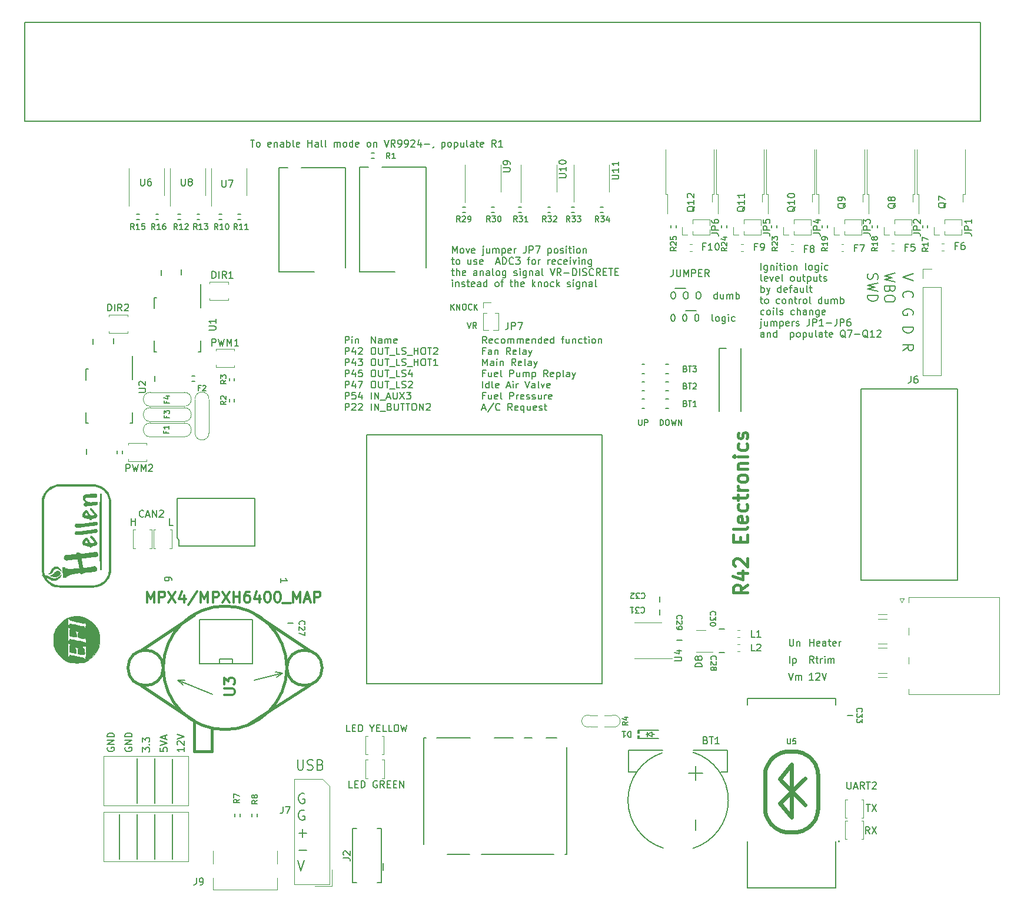
<source format=gto>
G04 #@! TF.GenerationSoftware,KiCad,Pcbnew,8.0.2-8.0.2-0~ubuntu22.04.1*
G04 #@! TF.CreationDate,2024-05-16T21:05:52+00:00*
G04 #@! TF.ProjectId,uaefi,75616566-692e-46b6-9963-61645f706362,C*
G04 #@! TF.SameCoordinates,Original*
G04 #@! TF.FileFunction,Legend,Top*
G04 #@! TF.FilePolarity,Positive*
%FSLAX46Y46*%
G04 Gerber Fmt 4.6, Leading zero omitted, Abs format (unit mm)*
G04 Created by KiCad (PCBNEW 8.0.2-8.0.2-0~ubuntu22.04.1) date 2024-05-16 21:05:52*
%MOMM*%
%LPD*%
G01*
G04 APERTURE LIST*
%ADD10C,0.150000*%
%ADD11C,0.170000*%
%ADD12C,0.200000*%
%ADD13C,0.400000*%
%ADD14C,0.127000*%
%ADD15C,0.304800*%
%ADD16C,0.120000*%
%ADD17C,0.150012*%
%ADD18C,0.203200*%
%ADD19C,0.000000*%
%ADD20C,0.152400*%
%ADD21C,0.631031*%
%ADD22C,0.099060*%
%ADD23C,0.002540*%
%ADD24C,0.381000*%
G04 APERTURE END LIST*
D10*
X20010000Y4580000D02*
X20010000Y10980000D01*
X14926666Y4580000D02*
X14926666Y10980000D01*
X20000000Y12600000D02*
X20000000Y19000000D01*
X12385000Y4580000D02*
X12385000Y10980000D01*
X17450000Y12625000D02*
X17450000Y19025000D01*
X17468332Y4580000D02*
X17468332Y10980000D01*
X14925000Y12625000D02*
X14925000Y19025000D01*
X45877618Y14836181D02*
X45401428Y14836181D01*
X45401428Y14836181D02*
X45401428Y15836181D01*
X46210952Y15359991D02*
X46544285Y15359991D01*
X46687142Y14836181D02*
X46210952Y14836181D01*
X46210952Y14836181D02*
X46210952Y15836181D01*
X46210952Y15836181D02*
X46687142Y15836181D01*
X47115714Y14836181D02*
X47115714Y15836181D01*
X47115714Y15836181D02*
X47353809Y15836181D01*
X47353809Y15836181D02*
X47496666Y15788562D01*
X47496666Y15788562D02*
X47591904Y15693324D01*
X47591904Y15693324D02*
X47639523Y15598086D01*
X47639523Y15598086D02*
X47687142Y15407610D01*
X47687142Y15407610D02*
X47687142Y15264753D01*
X47687142Y15264753D02*
X47639523Y15074277D01*
X47639523Y15074277D02*
X47591904Y14979039D01*
X47591904Y14979039D02*
X47496666Y14883800D01*
X47496666Y14883800D02*
X47353809Y14836181D01*
X47353809Y14836181D02*
X47115714Y14836181D01*
X49401428Y15788562D02*
X49306190Y15836181D01*
X49306190Y15836181D02*
X49163333Y15836181D01*
X49163333Y15836181D02*
X49020476Y15788562D01*
X49020476Y15788562D02*
X48925238Y15693324D01*
X48925238Y15693324D02*
X48877619Y15598086D01*
X48877619Y15598086D02*
X48830000Y15407610D01*
X48830000Y15407610D02*
X48830000Y15264753D01*
X48830000Y15264753D02*
X48877619Y15074277D01*
X48877619Y15074277D02*
X48925238Y14979039D01*
X48925238Y14979039D02*
X49020476Y14883800D01*
X49020476Y14883800D02*
X49163333Y14836181D01*
X49163333Y14836181D02*
X49258571Y14836181D01*
X49258571Y14836181D02*
X49401428Y14883800D01*
X49401428Y14883800D02*
X49449047Y14931420D01*
X49449047Y14931420D02*
X49449047Y15264753D01*
X49449047Y15264753D02*
X49258571Y15264753D01*
X50449047Y14836181D02*
X50115714Y15312372D01*
X49877619Y14836181D02*
X49877619Y15836181D01*
X49877619Y15836181D02*
X50258571Y15836181D01*
X50258571Y15836181D02*
X50353809Y15788562D01*
X50353809Y15788562D02*
X50401428Y15740943D01*
X50401428Y15740943D02*
X50449047Y15645705D01*
X50449047Y15645705D02*
X50449047Y15502848D01*
X50449047Y15502848D02*
X50401428Y15407610D01*
X50401428Y15407610D02*
X50353809Y15359991D01*
X50353809Y15359991D02*
X50258571Y15312372D01*
X50258571Y15312372D02*
X49877619Y15312372D01*
X50877619Y15359991D02*
X51210952Y15359991D01*
X51353809Y14836181D02*
X50877619Y14836181D01*
X50877619Y14836181D02*
X50877619Y15836181D01*
X50877619Y15836181D02*
X51353809Y15836181D01*
X51782381Y15359991D02*
X52115714Y15359991D01*
X52258571Y14836181D02*
X51782381Y14836181D01*
X51782381Y14836181D02*
X51782381Y15836181D01*
X51782381Y15836181D02*
X52258571Y15836181D01*
X52687143Y14836181D02*
X52687143Y15836181D01*
X52687143Y15836181D02*
X53258571Y14836181D01*
X53258571Y14836181D02*
X53258571Y15836181D01*
X25673810Y88145181D02*
X25673810Y89145181D01*
X25673810Y89145181D02*
X25911905Y89145181D01*
X25911905Y89145181D02*
X26054762Y89097562D01*
X26054762Y89097562D02*
X26150000Y89002324D01*
X26150000Y89002324D02*
X26197619Y88907086D01*
X26197619Y88907086D02*
X26245238Y88716610D01*
X26245238Y88716610D02*
X26245238Y88573753D01*
X26245238Y88573753D02*
X26197619Y88383277D01*
X26197619Y88383277D02*
X26150000Y88288039D01*
X26150000Y88288039D02*
X26054762Y88192800D01*
X26054762Y88192800D02*
X25911905Y88145181D01*
X25911905Y88145181D02*
X25673810Y88145181D01*
X26673810Y88145181D02*
X26673810Y89145181D01*
X27721428Y88145181D02*
X27388095Y88621372D01*
X27150000Y88145181D02*
X27150000Y89145181D01*
X27150000Y89145181D02*
X27530952Y89145181D01*
X27530952Y89145181D02*
X27626190Y89097562D01*
X27626190Y89097562D02*
X27673809Y89049943D01*
X27673809Y89049943D02*
X27721428Y88954705D01*
X27721428Y88954705D02*
X27721428Y88811848D01*
X27721428Y88811848D02*
X27673809Y88716610D01*
X27673809Y88716610D02*
X27626190Y88668991D01*
X27626190Y88668991D02*
X27530952Y88621372D01*
X27530952Y88621372D02*
X27150000Y88621372D01*
X28673809Y88145181D02*
X28102381Y88145181D01*
X28388095Y88145181D02*
X28388095Y89145181D01*
X28388095Y89145181D02*
X28292857Y89002324D01*
X28292857Y89002324D02*
X28197619Y88907086D01*
X28197619Y88907086D02*
X28102381Y88859467D01*
X112174904Y30347181D02*
X111603476Y30347181D01*
X111889190Y30347181D02*
X111889190Y31347181D01*
X111889190Y31347181D02*
X111793952Y31204324D01*
X111793952Y31204324D02*
X111698714Y31109086D01*
X111698714Y31109086D02*
X111603476Y31061467D01*
X112555857Y31251943D02*
X112603476Y31299562D01*
X112603476Y31299562D02*
X112698714Y31347181D01*
X112698714Y31347181D02*
X112936809Y31347181D01*
X112936809Y31347181D02*
X113032047Y31299562D01*
X113032047Y31299562D02*
X113079666Y31251943D01*
X113079666Y31251943D02*
X113127285Y31156705D01*
X113127285Y31156705D02*
X113127285Y31061467D01*
X113127285Y31061467D02*
X113079666Y30918610D01*
X113079666Y30918610D02*
X112508238Y30347181D01*
X112508238Y30347181D02*
X113127285Y30347181D01*
X113413000Y31347181D02*
X113746333Y30347181D01*
X113746333Y30347181D02*
X114079666Y31347181D01*
D11*
X60032080Y83599500D02*
X60032080Y84419500D01*
X60500651Y83599500D02*
X60149222Y84068071D01*
X60500651Y84419500D02*
X60032080Y83950928D01*
X60852080Y83599500D02*
X60852080Y84419500D01*
X60852080Y84419500D02*
X61320651Y83599500D01*
X61320651Y83599500D02*
X61320651Y84419500D01*
X61867318Y84419500D02*
X62023509Y84419500D01*
X62023509Y84419500D02*
X62101604Y84380452D01*
X62101604Y84380452D02*
X62179699Y84302357D01*
X62179699Y84302357D02*
X62218747Y84146167D01*
X62218747Y84146167D02*
X62218747Y83872833D01*
X62218747Y83872833D02*
X62179699Y83716643D01*
X62179699Y83716643D02*
X62101604Y83638547D01*
X62101604Y83638547D02*
X62023509Y83599500D01*
X62023509Y83599500D02*
X61867318Y83599500D01*
X61867318Y83599500D02*
X61789223Y83638547D01*
X61789223Y83638547D02*
X61711128Y83716643D01*
X61711128Y83716643D02*
X61672080Y83872833D01*
X61672080Y83872833D02*
X61672080Y84146167D01*
X61672080Y84146167D02*
X61711128Y84302357D01*
X61711128Y84302357D02*
X61789223Y84380452D01*
X61789223Y84380452D02*
X61867318Y84419500D01*
X63038747Y83677595D02*
X62999699Y83638547D01*
X62999699Y83638547D02*
X62882557Y83599500D01*
X62882557Y83599500D02*
X62804461Y83599500D01*
X62804461Y83599500D02*
X62687318Y83638547D01*
X62687318Y83638547D02*
X62609223Y83716643D01*
X62609223Y83716643D02*
X62570176Y83794738D01*
X62570176Y83794738D02*
X62531128Y83950928D01*
X62531128Y83950928D02*
X62531128Y84068071D01*
X62531128Y84068071D02*
X62570176Y84224262D01*
X62570176Y84224262D02*
X62609223Y84302357D01*
X62609223Y84302357D02*
X62687318Y84380452D01*
X62687318Y84380452D02*
X62804461Y84419500D01*
X62804461Y84419500D02*
X62882557Y84419500D01*
X62882557Y84419500D02*
X62999699Y84380452D01*
X62999699Y84380452D02*
X63038747Y84341405D01*
X63390176Y83599500D02*
X63390176Y84419500D01*
X63858747Y83599500D02*
X63507318Y84068071D01*
X63858747Y84419500D02*
X63390176Y83950928D01*
X62413985Y81779192D02*
X62687318Y80959192D01*
X62687318Y80959192D02*
X62960651Y81779192D01*
X63702556Y80959192D02*
X63429223Y81349668D01*
X63233985Y80959192D02*
X63233985Y81779192D01*
X63233985Y81779192D02*
X63546366Y81779192D01*
X63546366Y81779192D02*
X63624461Y81740144D01*
X63624461Y81740144D02*
X63663508Y81701097D01*
X63663508Y81701097D02*
X63702556Y81623001D01*
X63702556Y81623001D02*
X63702556Y81505859D01*
X63702556Y81505859D02*
X63663508Y81427763D01*
X63663508Y81427763D02*
X63624461Y81388716D01*
X63624461Y81388716D02*
X63546366Y81349668D01*
X63546366Y81349668D02*
X63233985Y81349668D01*
D10*
X18236069Y20570334D02*
X18236069Y20094144D01*
X18236069Y20094144D02*
X18712259Y20046525D01*
X18712259Y20046525D02*
X18664640Y20094144D01*
X18664640Y20094144D02*
X18617021Y20189382D01*
X18617021Y20189382D02*
X18617021Y20427477D01*
X18617021Y20427477D02*
X18664640Y20522715D01*
X18664640Y20522715D02*
X18712259Y20570334D01*
X18712259Y20570334D02*
X18807497Y20617953D01*
X18807497Y20617953D02*
X19045592Y20617953D01*
X19045592Y20617953D02*
X19140830Y20570334D01*
X19140830Y20570334D02*
X19188450Y20522715D01*
X19188450Y20522715D02*
X19236069Y20427477D01*
X19236069Y20427477D02*
X19236069Y20189382D01*
X19236069Y20189382D02*
X19188450Y20094144D01*
X19188450Y20094144D02*
X19140830Y20046525D01*
X18236069Y20903668D02*
X19236069Y21237001D01*
X19236069Y21237001D02*
X18236069Y21570334D01*
X18950354Y21856049D02*
X18950354Y22332239D01*
X19236069Y21760811D02*
X18236069Y22094144D01*
X18236069Y22094144D02*
X19236069Y22427477D01*
X44836779Y78789845D02*
X44836779Y79789845D01*
X44836779Y79789845D02*
X45217731Y79789845D01*
X45217731Y79789845D02*
X45312969Y79742226D01*
X45312969Y79742226D02*
X45360588Y79694607D01*
X45360588Y79694607D02*
X45408207Y79599369D01*
X45408207Y79599369D02*
X45408207Y79456512D01*
X45408207Y79456512D02*
X45360588Y79361274D01*
X45360588Y79361274D02*
X45312969Y79313655D01*
X45312969Y79313655D02*
X45217731Y79266036D01*
X45217731Y79266036D02*
X44836779Y79266036D01*
X45836779Y78789845D02*
X45836779Y79456512D01*
X45836779Y79789845D02*
X45789160Y79742226D01*
X45789160Y79742226D02*
X45836779Y79694607D01*
X45836779Y79694607D02*
X45884398Y79742226D01*
X45884398Y79742226D02*
X45836779Y79789845D01*
X45836779Y79789845D02*
X45836779Y79694607D01*
X46312969Y79456512D02*
X46312969Y78789845D01*
X46312969Y79361274D02*
X46360588Y79408893D01*
X46360588Y79408893D02*
X46455826Y79456512D01*
X46455826Y79456512D02*
X46598683Y79456512D01*
X46598683Y79456512D02*
X46693921Y79408893D01*
X46693921Y79408893D02*
X46741540Y79313655D01*
X46741540Y79313655D02*
X46741540Y78789845D01*
X48598683Y78789845D02*
X48598683Y79789845D01*
X48598683Y79789845D02*
X49170111Y78789845D01*
X49170111Y78789845D02*
X49170111Y79789845D01*
X50074873Y78789845D02*
X50074873Y79313655D01*
X50074873Y79313655D02*
X50027254Y79408893D01*
X50027254Y79408893D02*
X49932016Y79456512D01*
X49932016Y79456512D02*
X49741540Y79456512D01*
X49741540Y79456512D02*
X49646302Y79408893D01*
X50074873Y78837464D02*
X49979635Y78789845D01*
X49979635Y78789845D02*
X49741540Y78789845D01*
X49741540Y78789845D02*
X49646302Y78837464D01*
X49646302Y78837464D02*
X49598683Y78932703D01*
X49598683Y78932703D02*
X49598683Y79027941D01*
X49598683Y79027941D02*
X49646302Y79123179D01*
X49646302Y79123179D02*
X49741540Y79170798D01*
X49741540Y79170798D02*
X49979635Y79170798D01*
X49979635Y79170798D02*
X50074873Y79218417D01*
X50551064Y78789845D02*
X50551064Y79456512D01*
X50551064Y79361274D02*
X50598683Y79408893D01*
X50598683Y79408893D02*
X50693921Y79456512D01*
X50693921Y79456512D02*
X50836778Y79456512D01*
X50836778Y79456512D02*
X50932016Y79408893D01*
X50932016Y79408893D02*
X50979635Y79313655D01*
X50979635Y79313655D02*
X50979635Y78789845D01*
X50979635Y79313655D02*
X51027254Y79408893D01*
X51027254Y79408893D02*
X51122492Y79456512D01*
X51122492Y79456512D02*
X51265349Y79456512D01*
X51265349Y79456512D02*
X51360588Y79408893D01*
X51360588Y79408893D02*
X51408207Y79313655D01*
X51408207Y79313655D02*
X51408207Y78789845D01*
X52265349Y78837464D02*
X52170111Y78789845D01*
X52170111Y78789845D02*
X51979635Y78789845D01*
X51979635Y78789845D02*
X51884397Y78837464D01*
X51884397Y78837464D02*
X51836778Y78932703D01*
X51836778Y78932703D02*
X51836778Y79313655D01*
X51836778Y79313655D02*
X51884397Y79408893D01*
X51884397Y79408893D02*
X51979635Y79456512D01*
X51979635Y79456512D02*
X52170111Y79456512D01*
X52170111Y79456512D02*
X52265349Y79408893D01*
X52265349Y79408893D02*
X52312968Y79313655D01*
X52312968Y79313655D02*
X52312968Y79218417D01*
X52312968Y79218417D02*
X51836778Y79123179D01*
X65170111Y78789845D02*
X64836778Y79266036D01*
X64598683Y78789845D02*
X64598683Y79789845D01*
X64598683Y79789845D02*
X64979635Y79789845D01*
X64979635Y79789845D02*
X65074873Y79742226D01*
X65074873Y79742226D02*
X65122492Y79694607D01*
X65122492Y79694607D02*
X65170111Y79599369D01*
X65170111Y79599369D02*
X65170111Y79456512D01*
X65170111Y79456512D02*
X65122492Y79361274D01*
X65122492Y79361274D02*
X65074873Y79313655D01*
X65074873Y79313655D02*
X64979635Y79266036D01*
X64979635Y79266036D02*
X64598683Y79266036D01*
X65979635Y78837464D02*
X65884397Y78789845D01*
X65884397Y78789845D02*
X65693921Y78789845D01*
X65693921Y78789845D02*
X65598683Y78837464D01*
X65598683Y78837464D02*
X65551064Y78932703D01*
X65551064Y78932703D02*
X65551064Y79313655D01*
X65551064Y79313655D02*
X65598683Y79408893D01*
X65598683Y79408893D02*
X65693921Y79456512D01*
X65693921Y79456512D02*
X65884397Y79456512D01*
X65884397Y79456512D02*
X65979635Y79408893D01*
X65979635Y79408893D02*
X66027254Y79313655D01*
X66027254Y79313655D02*
X66027254Y79218417D01*
X66027254Y79218417D02*
X65551064Y79123179D01*
X66884397Y78837464D02*
X66789159Y78789845D01*
X66789159Y78789845D02*
X66598683Y78789845D01*
X66598683Y78789845D02*
X66503445Y78837464D01*
X66503445Y78837464D02*
X66455826Y78885084D01*
X66455826Y78885084D02*
X66408207Y78980322D01*
X66408207Y78980322D02*
X66408207Y79266036D01*
X66408207Y79266036D02*
X66455826Y79361274D01*
X66455826Y79361274D02*
X66503445Y79408893D01*
X66503445Y79408893D02*
X66598683Y79456512D01*
X66598683Y79456512D02*
X66789159Y79456512D01*
X66789159Y79456512D02*
X66884397Y79408893D01*
X67455826Y78789845D02*
X67360588Y78837464D01*
X67360588Y78837464D02*
X67312969Y78885084D01*
X67312969Y78885084D02*
X67265350Y78980322D01*
X67265350Y78980322D02*
X67265350Y79266036D01*
X67265350Y79266036D02*
X67312969Y79361274D01*
X67312969Y79361274D02*
X67360588Y79408893D01*
X67360588Y79408893D02*
X67455826Y79456512D01*
X67455826Y79456512D02*
X67598683Y79456512D01*
X67598683Y79456512D02*
X67693921Y79408893D01*
X67693921Y79408893D02*
X67741540Y79361274D01*
X67741540Y79361274D02*
X67789159Y79266036D01*
X67789159Y79266036D02*
X67789159Y78980322D01*
X67789159Y78980322D02*
X67741540Y78885084D01*
X67741540Y78885084D02*
X67693921Y78837464D01*
X67693921Y78837464D02*
X67598683Y78789845D01*
X67598683Y78789845D02*
X67455826Y78789845D01*
X68217731Y78789845D02*
X68217731Y79456512D01*
X68217731Y79361274D02*
X68265350Y79408893D01*
X68265350Y79408893D02*
X68360588Y79456512D01*
X68360588Y79456512D02*
X68503445Y79456512D01*
X68503445Y79456512D02*
X68598683Y79408893D01*
X68598683Y79408893D02*
X68646302Y79313655D01*
X68646302Y79313655D02*
X68646302Y78789845D01*
X68646302Y79313655D02*
X68693921Y79408893D01*
X68693921Y79408893D02*
X68789159Y79456512D01*
X68789159Y79456512D02*
X68932016Y79456512D01*
X68932016Y79456512D02*
X69027255Y79408893D01*
X69027255Y79408893D02*
X69074874Y79313655D01*
X69074874Y79313655D02*
X69074874Y78789845D01*
X69551064Y78789845D02*
X69551064Y79456512D01*
X69551064Y79361274D02*
X69598683Y79408893D01*
X69598683Y79408893D02*
X69693921Y79456512D01*
X69693921Y79456512D02*
X69836778Y79456512D01*
X69836778Y79456512D02*
X69932016Y79408893D01*
X69932016Y79408893D02*
X69979635Y79313655D01*
X69979635Y79313655D02*
X69979635Y78789845D01*
X69979635Y79313655D02*
X70027254Y79408893D01*
X70027254Y79408893D02*
X70122492Y79456512D01*
X70122492Y79456512D02*
X70265349Y79456512D01*
X70265349Y79456512D02*
X70360588Y79408893D01*
X70360588Y79408893D02*
X70408207Y79313655D01*
X70408207Y79313655D02*
X70408207Y78789845D01*
X71265349Y78837464D02*
X71170111Y78789845D01*
X71170111Y78789845D02*
X70979635Y78789845D01*
X70979635Y78789845D02*
X70884397Y78837464D01*
X70884397Y78837464D02*
X70836778Y78932703D01*
X70836778Y78932703D02*
X70836778Y79313655D01*
X70836778Y79313655D02*
X70884397Y79408893D01*
X70884397Y79408893D02*
X70979635Y79456512D01*
X70979635Y79456512D02*
X71170111Y79456512D01*
X71170111Y79456512D02*
X71265349Y79408893D01*
X71265349Y79408893D02*
X71312968Y79313655D01*
X71312968Y79313655D02*
X71312968Y79218417D01*
X71312968Y79218417D02*
X70836778Y79123179D01*
X71741540Y79456512D02*
X71741540Y78789845D01*
X71741540Y79361274D02*
X71789159Y79408893D01*
X71789159Y79408893D02*
X71884397Y79456512D01*
X71884397Y79456512D02*
X72027254Y79456512D01*
X72027254Y79456512D02*
X72122492Y79408893D01*
X72122492Y79408893D02*
X72170111Y79313655D01*
X72170111Y79313655D02*
X72170111Y78789845D01*
X73074873Y78789845D02*
X73074873Y79789845D01*
X73074873Y78837464D02*
X72979635Y78789845D01*
X72979635Y78789845D02*
X72789159Y78789845D01*
X72789159Y78789845D02*
X72693921Y78837464D01*
X72693921Y78837464D02*
X72646302Y78885084D01*
X72646302Y78885084D02*
X72598683Y78980322D01*
X72598683Y78980322D02*
X72598683Y79266036D01*
X72598683Y79266036D02*
X72646302Y79361274D01*
X72646302Y79361274D02*
X72693921Y79408893D01*
X72693921Y79408893D02*
X72789159Y79456512D01*
X72789159Y79456512D02*
X72979635Y79456512D01*
X72979635Y79456512D02*
X73074873Y79408893D01*
X73932016Y78837464D02*
X73836778Y78789845D01*
X73836778Y78789845D02*
X73646302Y78789845D01*
X73646302Y78789845D02*
X73551064Y78837464D01*
X73551064Y78837464D02*
X73503445Y78932703D01*
X73503445Y78932703D02*
X73503445Y79313655D01*
X73503445Y79313655D02*
X73551064Y79408893D01*
X73551064Y79408893D02*
X73646302Y79456512D01*
X73646302Y79456512D02*
X73836778Y79456512D01*
X73836778Y79456512D02*
X73932016Y79408893D01*
X73932016Y79408893D02*
X73979635Y79313655D01*
X73979635Y79313655D02*
X73979635Y79218417D01*
X73979635Y79218417D02*
X73503445Y79123179D01*
X74836778Y78789845D02*
X74836778Y79789845D01*
X74836778Y78837464D02*
X74741540Y78789845D01*
X74741540Y78789845D02*
X74551064Y78789845D01*
X74551064Y78789845D02*
X74455826Y78837464D01*
X74455826Y78837464D02*
X74408207Y78885084D01*
X74408207Y78885084D02*
X74360588Y78980322D01*
X74360588Y78980322D02*
X74360588Y79266036D01*
X74360588Y79266036D02*
X74408207Y79361274D01*
X74408207Y79361274D02*
X74455826Y79408893D01*
X74455826Y79408893D02*
X74551064Y79456512D01*
X74551064Y79456512D02*
X74741540Y79456512D01*
X74741540Y79456512D02*
X74836778Y79408893D01*
X75932017Y79456512D02*
X76312969Y79456512D01*
X76074874Y78789845D02*
X76074874Y79646988D01*
X76074874Y79646988D02*
X76122493Y79742226D01*
X76122493Y79742226D02*
X76217731Y79789845D01*
X76217731Y79789845D02*
X76312969Y79789845D01*
X77074874Y79456512D02*
X77074874Y78789845D01*
X76646303Y79456512D02*
X76646303Y78932703D01*
X76646303Y78932703D02*
X76693922Y78837464D01*
X76693922Y78837464D02*
X76789160Y78789845D01*
X76789160Y78789845D02*
X76932017Y78789845D01*
X76932017Y78789845D02*
X77027255Y78837464D01*
X77027255Y78837464D02*
X77074874Y78885084D01*
X77551065Y79456512D02*
X77551065Y78789845D01*
X77551065Y79361274D02*
X77598684Y79408893D01*
X77598684Y79408893D02*
X77693922Y79456512D01*
X77693922Y79456512D02*
X77836779Y79456512D01*
X77836779Y79456512D02*
X77932017Y79408893D01*
X77932017Y79408893D02*
X77979636Y79313655D01*
X77979636Y79313655D02*
X77979636Y78789845D01*
X78884398Y78837464D02*
X78789160Y78789845D01*
X78789160Y78789845D02*
X78598684Y78789845D01*
X78598684Y78789845D02*
X78503446Y78837464D01*
X78503446Y78837464D02*
X78455827Y78885084D01*
X78455827Y78885084D02*
X78408208Y78980322D01*
X78408208Y78980322D02*
X78408208Y79266036D01*
X78408208Y79266036D02*
X78455827Y79361274D01*
X78455827Y79361274D02*
X78503446Y79408893D01*
X78503446Y79408893D02*
X78598684Y79456512D01*
X78598684Y79456512D02*
X78789160Y79456512D01*
X78789160Y79456512D02*
X78884398Y79408893D01*
X79170113Y79456512D02*
X79551065Y79456512D01*
X79312970Y79789845D02*
X79312970Y78932703D01*
X79312970Y78932703D02*
X79360589Y78837464D01*
X79360589Y78837464D02*
X79455827Y78789845D01*
X79455827Y78789845D02*
X79551065Y78789845D01*
X79884399Y78789845D02*
X79884399Y79456512D01*
X79884399Y79789845D02*
X79836780Y79742226D01*
X79836780Y79742226D02*
X79884399Y79694607D01*
X79884399Y79694607D02*
X79932018Y79742226D01*
X79932018Y79742226D02*
X79884399Y79789845D01*
X79884399Y79789845D02*
X79884399Y79694607D01*
X80503446Y78789845D02*
X80408208Y78837464D01*
X80408208Y78837464D02*
X80360589Y78885084D01*
X80360589Y78885084D02*
X80312970Y78980322D01*
X80312970Y78980322D02*
X80312970Y79266036D01*
X80312970Y79266036D02*
X80360589Y79361274D01*
X80360589Y79361274D02*
X80408208Y79408893D01*
X80408208Y79408893D02*
X80503446Y79456512D01*
X80503446Y79456512D02*
X80646303Y79456512D01*
X80646303Y79456512D02*
X80741541Y79408893D01*
X80741541Y79408893D02*
X80789160Y79361274D01*
X80789160Y79361274D02*
X80836779Y79266036D01*
X80836779Y79266036D02*
X80836779Y78980322D01*
X80836779Y78980322D02*
X80789160Y78885084D01*
X80789160Y78885084D02*
X80741541Y78837464D01*
X80741541Y78837464D02*
X80646303Y78789845D01*
X80646303Y78789845D02*
X80503446Y78789845D01*
X81265351Y79456512D02*
X81265351Y78789845D01*
X81265351Y79361274D02*
X81312970Y79408893D01*
X81312970Y79408893D02*
X81408208Y79456512D01*
X81408208Y79456512D02*
X81551065Y79456512D01*
X81551065Y79456512D02*
X81646303Y79408893D01*
X81646303Y79408893D02*
X81693922Y79313655D01*
X81693922Y79313655D02*
X81693922Y78789845D01*
X44836779Y77179901D02*
X44836779Y78179901D01*
X44836779Y78179901D02*
X45217731Y78179901D01*
X45217731Y78179901D02*
X45312969Y78132282D01*
X45312969Y78132282D02*
X45360588Y78084663D01*
X45360588Y78084663D02*
X45408207Y77989425D01*
X45408207Y77989425D02*
X45408207Y77846568D01*
X45408207Y77846568D02*
X45360588Y77751330D01*
X45360588Y77751330D02*
X45312969Y77703711D01*
X45312969Y77703711D02*
X45217731Y77656092D01*
X45217731Y77656092D02*
X44836779Y77656092D01*
X46265350Y77846568D02*
X46265350Y77179901D01*
X46027255Y78227520D02*
X45789160Y77513235D01*
X45789160Y77513235D02*
X46408207Y77513235D01*
X46741541Y78084663D02*
X46789160Y78132282D01*
X46789160Y78132282D02*
X46884398Y78179901D01*
X46884398Y78179901D02*
X47122493Y78179901D01*
X47122493Y78179901D02*
X47217731Y78132282D01*
X47217731Y78132282D02*
X47265350Y78084663D01*
X47265350Y78084663D02*
X47312969Y77989425D01*
X47312969Y77989425D02*
X47312969Y77894187D01*
X47312969Y77894187D02*
X47265350Y77751330D01*
X47265350Y77751330D02*
X46693922Y77179901D01*
X46693922Y77179901D02*
X47312969Y77179901D01*
X48789159Y78179901D02*
X48979635Y78179901D01*
X48979635Y78179901D02*
X49074873Y78132282D01*
X49074873Y78132282D02*
X49170111Y78037044D01*
X49170111Y78037044D02*
X49217730Y77846568D01*
X49217730Y77846568D02*
X49217730Y77513235D01*
X49217730Y77513235D02*
X49170111Y77322759D01*
X49170111Y77322759D02*
X49074873Y77227520D01*
X49074873Y77227520D02*
X48979635Y77179901D01*
X48979635Y77179901D02*
X48789159Y77179901D01*
X48789159Y77179901D02*
X48693921Y77227520D01*
X48693921Y77227520D02*
X48598683Y77322759D01*
X48598683Y77322759D02*
X48551064Y77513235D01*
X48551064Y77513235D02*
X48551064Y77846568D01*
X48551064Y77846568D02*
X48598683Y78037044D01*
X48598683Y78037044D02*
X48693921Y78132282D01*
X48693921Y78132282D02*
X48789159Y78179901D01*
X49646302Y78179901D02*
X49646302Y77370378D01*
X49646302Y77370378D02*
X49693921Y77275140D01*
X49693921Y77275140D02*
X49741540Y77227520D01*
X49741540Y77227520D02*
X49836778Y77179901D01*
X49836778Y77179901D02*
X50027254Y77179901D01*
X50027254Y77179901D02*
X50122492Y77227520D01*
X50122492Y77227520D02*
X50170111Y77275140D01*
X50170111Y77275140D02*
X50217730Y77370378D01*
X50217730Y77370378D02*
X50217730Y78179901D01*
X50551064Y78179901D02*
X51122492Y78179901D01*
X50836778Y77179901D02*
X50836778Y78179901D01*
X51217731Y77084663D02*
X51979635Y77084663D01*
X52693921Y77179901D02*
X52217731Y77179901D01*
X52217731Y77179901D02*
X52217731Y78179901D01*
X52979636Y77227520D02*
X53122493Y77179901D01*
X53122493Y77179901D02*
X53360588Y77179901D01*
X53360588Y77179901D02*
X53455826Y77227520D01*
X53455826Y77227520D02*
X53503445Y77275140D01*
X53503445Y77275140D02*
X53551064Y77370378D01*
X53551064Y77370378D02*
X53551064Y77465616D01*
X53551064Y77465616D02*
X53503445Y77560854D01*
X53503445Y77560854D02*
X53455826Y77608473D01*
X53455826Y77608473D02*
X53360588Y77656092D01*
X53360588Y77656092D02*
X53170112Y77703711D01*
X53170112Y77703711D02*
X53074874Y77751330D01*
X53074874Y77751330D02*
X53027255Y77798949D01*
X53027255Y77798949D02*
X52979636Y77894187D01*
X52979636Y77894187D02*
X52979636Y77989425D01*
X52979636Y77989425D02*
X53027255Y78084663D01*
X53027255Y78084663D02*
X53074874Y78132282D01*
X53074874Y78132282D02*
X53170112Y78179901D01*
X53170112Y78179901D02*
X53408207Y78179901D01*
X53408207Y78179901D02*
X53551064Y78132282D01*
X53741541Y77084663D02*
X54503445Y77084663D01*
X54741541Y77179901D02*
X54741541Y78179901D01*
X54741541Y77703711D02*
X55312969Y77703711D01*
X55312969Y77179901D02*
X55312969Y78179901D01*
X55979636Y78179901D02*
X56170112Y78179901D01*
X56170112Y78179901D02*
X56265350Y78132282D01*
X56265350Y78132282D02*
X56360588Y78037044D01*
X56360588Y78037044D02*
X56408207Y77846568D01*
X56408207Y77846568D02*
X56408207Y77513235D01*
X56408207Y77513235D02*
X56360588Y77322759D01*
X56360588Y77322759D02*
X56265350Y77227520D01*
X56265350Y77227520D02*
X56170112Y77179901D01*
X56170112Y77179901D02*
X55979636Y77179901D01*
X55979636Y77179901D02*
X55884398Y77227520D01*
X55884398Y77227520D02*
X55789160Y77322759D01*
X55789160Y77322759D02*
X55741541Y77513235D01*
X55741541Y77513235D02*
X55741541Y77846568D01*
X55741541Y77846568D02*
X55789160Y78037044D01*
X55789160Y78037044D02*
X55884398Y78132282D01*
X55884398Y78132282D02*
X55979636Y78179901D01*
X56693922Y78179901D02*
X57265350Y78179901D01*
X56979636Y77179901D02*
X56979636Y78179901D01*
X57551065Y78084663D02*
X57598684Y78132282D01*
X57598684Y78132282D02*
X57693922Y78179901D01*
X57693922Y78179901D02*
X57932017Y78179901D01*
X57932017Y78179901D02*
X58027255Y78132282D01*
X58027255Y78132282D02*
X58074874Y78084663D01*
X58074874Y78084663D02*
X58122493Y77989425D01*
X58122493Y77989425D02*
X58122493Y77894187D01*
X58122493Y77894187D02*
X58074874Y77751330D01*
X58074874Y77751330D02*
X57503446Y77179901D01*
X57503446Y77179901D02*
X58122493Y77179901D01*
X64932016Y77703711D02*
X64598683Y77703711D01*
X64598683Y77179901D02*
X64598683Y78179901D01*
X64598683Y78179901D02*
X65074873Y78179901D01*
X65884397Y77179901D02*
X65884397Y77703711D01*
X65884397Y77703711D02*
X65836778Y77798949D01*
X65836778Y77798949D02*
X65741540Y77846568D01*
X65741540Y77846568D02*
X65551064Y77846568D01*
X65551064Y77846568D02*
X65455826Y77798949D01*
X65884397Y77227520D02*
X65789159Y77179901D01*
X65789159Y77179901D02*
X65551064Y77179901D01*
X65551064Y77179901D02*
X65455826Y77227520D01*
X65455826Y77227520D02*
X65408207Y77322759D01*
X65408207Y77322759D02*
X65408207Y77417997D01*
X65408207Y77417997D02*
X65455826Y77513235D01*
X65455826Y77513235D02*
X65551064Y77560854D01*
X65551064Y77560854D02*
X65789159Y77560854D01*
X65789159Y77560854D02*
X65884397Y77608473D01*
X66360588Y77846568D02*
X66360588Y77179901D01*
X66360588Y77751330D02*
X66408207Y77798949D01*
X66408207Y77798949D02*
X66503445Y77846568D01*
X66503445Y77846568D02*
X66646302Y77846568D01*
X66646302Y77846568D02*
X66741540Y77798949D01*
X66741540Y77798949D02*
X66789159Y77703711D01*
X66789159Y77703711D02*
X66789159Y77179901D01*
X68598683Y77179901D02*
X68265350Y77656092D01*
X68027255Y77179901D02*
X68027255Y78179901D01*
X68027255Y78179901D02*
X68408207Y78179901D01*
X68408207Y78179901D02*
X68503445Y78132282D01*
X68503445Y78132282D02*
X68551064Y78084663D01*
X68551064Y78084663D02*
X68598683Y77989425D01*
X68598683Y77989425D02*
X68598683Y77846568D01*
X68598683Y77846568D02*
X68551064Y77751330D01*
X68551064Y77751330D02*
X68503445Y77703711D01*
X68503445Y77703711D02*
X68408207Y77656092D01*
X68408207Y77656092D02*
X68027255Y77656092D01*
X69408207Y77227520D02*
X69312969Y77179901D01*
X69312969Y77179901D02*
X69122493Y77179901D01*
X69122493Y77179901D02*
X69027255Y77227520D01*
X69027255Y77227520D02*
X68979636Y77322759D01*
X68979636Y77322759D02*
X68979636Y77703711D01*
X68979636Y77703711D02*
X69027255Y77798949D01*
X69027255Y77798949D02*
X69122493Y77846568D01*
X69122493Y77846568D02*
X69312969Y77846568D01*
X69312969Y77846568D02*
X69408207Y77798949D01*
X69408207Y77798949D02*
X69455826Y77703711D01*
X69455826Y77703711D02*
X69455826Y77608473D01*
X69455826Y77608473D02*
X68979636Y77513235D01*
X70027255Y77179901D02*
X69932017Y77227520D01*
X69932017Y77227520D02*
X69884398Y77322759D01*
X69884398Y77322759D02*
X69884398Y78179901D01*
X70836779Y77179901D02*
X70836779Y77703711D01*
X70836779Y77703711D02*
X70789160Y77798949D01*
X70789160Y77798949D02*
X70693922Y77846568D01*
X70693922Y77846568D02*
X70503446Y77846568D01*
X70503446Y77846568D02*
X70408208Y77798949D01*
X70836779Y77227520D02*
X70741541Y77179901D01*
X70741541Y77179901D02*
X70503446Y77179901D01*
X70503446Y77179901D02*
X70408208Y77227520D01*
X70408208Y77227520D02*
X70360589Y77322759D01*
X70360589Y77322759D02*
X70360589Y77417997D01*
X70360589Y77417997D02*
X70408208Y77513235D01*
X70408208Y77513235D02*
X70503446Y77560854D01*
X70503446Y77560854D02*
X70741541Y77560854D01*
X70741541Y77560854D02*
X70836779Y77608473D01*
X71217732Y77846568D02*
X71455827Y77179901D01*
X71693922Y77846568D02*
X71455827Y77179901D01*
X71455827Y77179901D02*
X71360589Y76941806D01*
X71360589Y76941806D02*
X71312970Y76894187D01*
X71312970Y76894187D02*
X71217732Y76846568D01*
X44836779Y75569957D02*
X44836779Y76569957D01*
X44836779Y76569957D02*
X45217731Y76569957D01*
X45217731Y76569957D02*
X45312969Y76522338D01*
X45312969Y76522338D02*
X45360588Y76474719D01*
X45360588Y76474719D02*
X45408207Y76379481D01*
X45408207Y76379481D02*
X45408207Y76236624D01*
X45408207Y76236624D02*
X45360588Y76141386D01*
X45360588Y76141386D02*
X45312969Y76093767D01*
X45312969Y76093767D02*
X45217731Y76046148D01*
X45217731Y76046148D02*
X44836779Y76046148D01*
X46265350Y76236624D02*
X46265350Y75569957D01*
X46027255Y76617576D02*
X45789160Y75903291D01*
X45789160Y75903291D02*
X46408207Y75903291D01*
X46693922Y76569957D02*
X47312969Y76569957D01*
X47312969Y76569957D02*
X46979636Y76189005D01*
X46979636Y76189005D02*
X47122493Y76189005D01*
X47122493Y76189005D02*
X47217731Y76141386D01*
X47217731Y76141386D02*
X47265350Y76093767D01*
X47265350Y76093767D02*
X47312969Y75998529D01*
X47312969Y75998529D02*
X47312969Y75760434D01*
X47312969Y75760434D02*
X47265350Y75665196D01*
X47265350Y75665196D02*
X47217731Y75617576D01*
X47217731Y75617576D02*
X47122493Y75569957D01*
X47122493Y75569957D02*
X46836779Y75569957D01*
X46836779Y75569957D02*
X46741541Y75617576D01*
X46741541Y75617576D02*
X46693922Y75665196D01*
X48789159Y76569957D02*
X48979635Y76569957D01*
X48979635Y76569957D02*
X49074873Y76522338D01*
X49074873Y76522338D02*
X49170111Y76427100D01*
X49170111Y76427100D02*
X49217730Y76236624D01*
X49217730Y76236624D02*
X49217730Y75903291D01*
X49217730Y75903291D02*
X49170111Y75712815D01*
X49170111Y75712815D02*
X49074873Y75617576D01*
X49074873Y75617576D02*
X48979635Y75569957D01*
X48979635Y75569957D02*
X48789159Y75569957D01*
X48789159Y75569957D02*
X48693921Y75617576D01*
X48693921Y75617576D02*
X48598683Y75712815D01*
X48598683Y75712815D02*
X48551064Y75903291D01*
X48551064Y75903291D02*
X48551064Y76236624D01*
X48551064Y76236624D02*
X48598683Y76427100D01*
X48598683Y76427100D02*
X48693921Y76522338D01*
X48693921Y76522338D02*
X48789159Y76569957D01*
X49646302Y76569957D02*
X49646302Y75760434D01*
X49646302Y75760434D02*
X49693921Y75665196D01*
X49693921Y75665196D02*
X49741540Y75617576D01*
X49741540Y75617576D02*
X49836778Y75569957D01*
X49836778Y75569957D02*
X50027254Y75569957D01*
X50027254Y75569957D02*
X50122492Y75617576D01*
X50122492Y75617576D02*
X50170111Y75665196D01*
X50170111Y75665196D02*
X50217730Y75760434D01*
X50217730Y75760434D02*
X50217730Y76569957D01*
X50551064Y76569957D02*
X51122492Y76569957D01*
X50836778Y75569957D02*
X50836778Y76569957D01*
X51217731Y75474719D02*
X51979635Y75474719D01*
X52693921Y75569957D02*
X52217731Y75569957D01*
X52217731Y75569957D02*
X52217731Y76569957D01*
X52979636Y75617576D02*
X53122493Y75569957D01*
X53122493Y75569957D02*
X53360588Y75569957D01*
X53360588Y75569957D02*
X53455826Y75617576D01*
X53455826Y75617576D02*
X53503445Y75665196D01*
X53503445Y75665196D02*
X53551064Y75760434D01*
X53551064Y75760434D02*
X53551064Y75855672D01*
X53551064Y75855672D02*
X53503445Y75950910D01*
X53503445Y75950910D02*
X53455826Y75998529D01*
X53455826Y75998529D02*
X53360588Y76046148D01*
X53360588Y76046148D02*
X53170112Y76093767D01*
X53170112Y76093767D02*
X53074874Y76141386D01*
X53074874Y76141386D02*
X53027255Y76189005D01*
X53027255Y76189005D02*
X52979636Y76284243D01*
X52979636Y76284243D02*
X52979636Y76379481D01*
X52979636Y76379481D02*
X53027255Y76474719D01*
X53027255Y76474719D02*
X53074874Y76522338D01*
X53074874Y76522338D02*
X53170112Y76569957D01*
X53170112Y76569957D02*
X53408207Y76569957D01*
X53408207Y76569957D02*
X53551064Y76522338D01*
X53741541Y75474719D02*
X54503445Y75474719D01*
X54741541Y75569957D02*
X54741541Y76569957D01*
X54741541Y76093767D02*
X55312969Y76093767D01*
X55312969Y75569957D02*
X55312969Y76569957D01*
X55979636Y76569957D02*
X56170112Y76569957D01*
X56170112Y76569957D02*
X56265350Y76522338D01*
X56265350Y76522338D02*
X56360588Y76427100D01*
X56360588Y76427100D02*
X56408207Y76236624D01*
X56408207Y76236624D02*
X56408207Y75903291D01*
X56408207Y75903291D02*
X56360588Y75712815D01*
X56360588Y75712815D02*
X56265350Y75617576D01*
X56265350Y75617576D02*
X56170112Y75569957D01*
X56170112Y75569957D02*
X55979636Y75569957D01*
X55979636Y75569957D02*
X55884398Y75617576D01*
X55884398Y75617576D02*
X55789160Y75712815D01*
X55789160Y75712815D02*
X55741541Y75903291D01*
X55741541Y75903291D02*
X55741541Y76236624D01*
X55741541Y76236624D02*
X55789160Y76427100D01*
X55789160Y76427100D02*
X55884398Y76522338D01*
X55884398Y76522338D02*
X55979636Y76569957D01*
X56693922Y76569957D02*
X57265350Y76569957D01*
X56979636Y75569957D02*
X56979636Y76569957D01*
X58122493Y75569957D02*
X57551065Y75569957D01*
X57836779Y75569957D02*
X57836779Y76569957D01*
X57836779Y76569957D02*
X57741541Y76427100D01*
X57741541Y76427100D02*
X57646303Y76331862D01*
X57646303Y76331862D02*
X57551065Y76284243D01*
X64598683Y75569957D02*
X64598683Y76569957D01*
X64598683Y76569957D02*
X64932016Y75855672D01*
X64932016Y75855672D02*
X65265349Y76569957D01*
X65265349Y76569957D02*
X65265349Y75569957D01*
X66170111Y75569957D02*
X66170111Y76093767D01*
X66170111Y76093767D02*
X66122492Y76189005D01*
X66122492Y76189005D02*
X66027254Y76236624D01*
X66027254Y76236624D02*
X65836778Y76236624D01*
X65836778Y76236624D02*
X65741540Y76189005D01*
X66170111Y75617576D02*
X66074873Y75569957D01*
X66074873Y75569957D02*
X65836778Y75569957D01*
X65836778Y75569957D02*
X65741540Y75617576D01*
X65741540Y75617576D02*
X65693921Y75712815D01*
X65693921Y75712815D02*
X65693921Y75808053D01*
X65693921Y75808053D02*
X65741540Y75903291D01*
X65741540Y75903291D02*
X65836778Y75950910D01*
X65836778Y75950910D02*
X66074873Y75950910D01*
X66074873Y75950910D02*
X66170111Y75998529D01*
X66646302Y75569957D02*
X66646302Y76236624D01*
X66646302Y76569957D02*
X66598683Y76522338D01*
X66598683Y76522338D02*
X66646302Y76474719D01*
X66646302Y76474719D02*
X66693921Y76522338D01*
X66693921Y76522338D02*
X66646302Y76569957D01*
X66646302Y76569957D02*
X66646302Y76474719D01*
X67122492Y76236624D02*
X67122492Y75569957D01*
X67122492Y76141386D02*
X67170111Y76189005D01*
X67170111Y76189005D02*
X67265349Y76236624D01*
X67265349Y76236624D02*
X67408206Y76236624D01*
X67408206Y76236624D02*
X67503444Y76189005D01*
X67503444Y76189005D02*
X67551063Y76093767D01*
X67551063Y76093767D02*
X67551063Y75569957D01*
X69360587Y75569957D02*
X69027254Y76046148D01*
X68789159Y75569957D02*
X68789159Y76569957D01*
X68789159Y76569957D02*
X69170111Y76569957D01*
X69170111Y76569957D02*
X69265349Y76522338D01*
X69265349Y76522338D02*
X69312968Y76474719D01*
X69312968Y76474719D02*
X69360587Y76379481D01*
X69360587Y76379481D02*
X69360587Y76236624D01*
X69360587Y76236624D02*
X69312968Y76141386D01*
X69312968Y76141386D02*
X69265349Y76093767D01*
X69265349Y76093767D02*
X69170111Y76046148D01*
X69170111Y76046148D02*
X68789159Y76046148D01*
X70170111Y75617576D02*
X70074873Y75569957D01*
X70074873Y75569957D02*
X69884397Y75569957D01*
X69884397Y75569957D02*
X69789159Y75617576D01*
X69789159Y75617576D02*
X69741540Y75712815D01*
X69741540Y75712815D02*
X69741540Y76093767D01*
X69741540Y76093767D02*
X69789159Y76189005D01*
X69789159Y76189005D02*
X69884397Y76236624D01*
X69884397Y76236624D02*
X70074873Y76236624D01*
X70074873Y76236624D02*
X70170111Y76189005D01*
X70170111Y76189005D02*
X70217730Y76093767D01*
X70217730Y76093767D02*
X70217730Y75998529D01*
X70217730Y75998529D02*
X69741540Y75903291D01*
X70789159Y75569957D02*
X70693921Y75617576D01*
X70693921Y75617576D02*
X70646302Y75712815D01*
X70646302Y75712815D02*
X70646302Y76569957D01*
X71598683Y75569957D02*
X71598683Y76093767D01*
X71598683Y76093767D02*
X71551064Y76189005D01*
X71551064Y76189005D02*
X71455826Y76236624D01*
X71455826Y76236624D02*
X71265350Y76236624D01*
X71265350Y76236624D02*
X71170112Y76189005D01*
X71598683Y75617576D02*
X71503445Y75569957D01*
X71503445Y75569957D02*
X71265350Y75569957D01*
X71265350Y75569957D02*
X71170112Y75617576D01*
X71170112Y75617576D02*
X71122493Y75712815D01*
X71122493Y75712815D02*
X71122493Y75808053D01*
X71122493Y75808053D02*
X71170112Y75903291D01*
X71170112Y75903291D02*
X71265350Y75950910D01*
X71265350Y75950910D02*
X71503445Y75950910D01*
X71503445Y75950910D02*
X71598683Y75998529D01*
X71979636Y76236624D02*
X72217731Y75569957D01*
X72455826Y76236624D02*
X72217731Y75569957D01*
X72217731Y75569957D02*
X72122493Y75331862D01*
X72122493Y75331862D02*
X72074874Y75284243D01*
X72074874Y75284243D02*
X71979636Y75236624D01*
X44836779Y73960013D02*
X44836779Y74960013D01*
X44836779Y74960013D02*
X45217731Y74960013D01*
X45217731Y74960013D02*
X45312969Y74912394D01*
X45312969Y74912394D02*
X45360588Y74864775D01*
X45360588Y74864775D02*
X45408207Y74769537D01*
X45408207Y74769537D02*
X45408207Y74626680D01*
X45408207Y74626680D02*
X45360588Y74531442D01*
X45360588Y74531442D02*
X45312969Y74483823D01*
X45312969Y74483823D02*
X45217731Y74436204D01*
X45217731Y74436204D02*
X44836779Y74436204D01*
X46265350Y74626680D02*
X46265350Y73960013D01*
X46027255Y75007632D02*
X45789160Y74293347D01*
X45789160Y74293347D02*
X46408207Y74293347D01*
X47265350Y74960013D02*
X46789160Y74960013D01*
X46789160Y74960013D02*
X46741541Y74483823D01*
X46741541Y74483823D02*
X46789160Y74531442D01*
X46789160Y74531442D02*
X46884398Y74579061D01*
X46884398Y74579061D02*
X47122493Y74579061D01*
X47122493Y74579061D02*
X47217731Y74531442D01*
X47217731Y74531442D02*
X47265350Y74483823D01*
X47265350Y74483823D02*
X47312969Y74388585D01*
X47312969Y74388585D02*
X47312969Y74150490D01*
X47312969Y74150490D02*
X47265350Y74055252D01*
X47265350Y74055252D02*
X47217731Y74007632D01*
X47217731Y74007632D02*
X47122493Y73960013D01*
X47122493Y73960013D02*
X46884398Y73960013D01*
X46884398Y73960013D02*
X46789160Y74007632D01*
X46789160Y74007632D02*
X46741541Y74055252D01*
X48789159Y74960013D02*
X48979635Y74960013D01*
X48979635Y74960013D02*
X49074873Y74912394D01*
X49074873Y74912394D02*
X49170111Y74817156D01*
X49170111Y74817156D02*
X49217730Y74626680D01*
X49217730Y74626680D02*
X49217730Y74293347D01*
X49217730Y74293347D02*
X49170111Y74102871D01*
X49170111Y74102871D02*
X49074873Y74007632D01*
X49074873Y74007632D02*
X48979635Y73960013D01*
X48979635Y73960013D02*
X48789159Y73960013D01*
X48789159Y73960013D02*
X48693921Y74007632D01*
X48693921Y74007632D02*
X48598683Y74102871D01*
X48598683Y74102871D02*
X48551064Y74293347D01*
X48551064Y74293347D02*
X48551064Y74626680D01*
X48551064Y74626680D02*
X48598683Y74817156D01*
X48598683Y74817156D02*
X48693921Y74912394D01*
X48693921Y74912394D02*
X48789159Y74960013D01*
X49646302Y74960013D02*
X49646302Y74150490D01*
X49646302Y74150490D02*
X49693921Y74055252D01*
X49693921Y74055252D02*
X49741540Y74007632D01*
X49741540Y74007632D02*
X49836778Y73960013D01*
X49836778Y73960013D02*
X50027254Y73960013D01*
X50027254Y73960013D02*
X50122492Y74007632D01*
X50122492Y74007632D02*
X50170111Y74055252D01*
X50170111Y74055252D02*
X50217730Y74150490D01*
X50217730Y74150490D02*
X50217730Y74960013D01*
X50551064Y74960013D02*
X51122492Y74960013D01*
X50836778Y73960013D02*
X50836778Y74960013D01*
X51217731Y73864775D02*
X51979635Y73864775D01*
X52693921Y73960013D02*
X52217731Y73960013D01*
X52217731Y73960013D02*
X52217731Y74960013D01*
X52979636Y74007632D02*
X53122493Y73960013D01*
X53122493Y73960013D02*
X53360588Y73960013D01*
X53360588Y73960013D02*
X53455826Y74007632D01*
X53455826Y74007632D02*
X53503445Y74055252D01*
X53503445Y74055252D02*
X53551064Y74150490D01*
X53551064Y74150490D02*
X53551064Y74245728D01*
X53551064Y74245728D02*
X53503445Y74340966D01*
X53503445Y74340966D02*
X53455826Y74388585D01*
X53455826Y74388585D02*
X53360588Y74436204D01*
X53360588Y74436204D02*
X53170112Y74483823D01*
X53170112Y74483823D02*
X53074874Y74531442D01*
X53074874Y74531442D02*
X53027255Y74579061D01*
X53027255Y74579061D02*
X52979636Y74674299D01*
X52979636Y74674299D02*
X52979636Y74769537D01*
X52979636Y74769537D02*
X53027255Y74864775D01*
X53027255Y74864775D02*
X53074874Y74912394D01*
X53074874Y74912394D02*
X53170112Y74960013D01*
X53170112Y74960013D02*
X53408207Y74960013D01*
X53408207Y74960013D02*
X53551064Y74912394D01*
X54408207Y74626680D02*
X54408207Y73960013D01*
X54170112Y75007632D02*
X53932017Y74293347D01*
X53932017Y74293347D02*
X54551064Y74293347D01*
X64932016Y74483823D02*
X64598683Y74483823D01*
X64598683Y73960013D02*
X64598683Y74960013D01*
X64598683Y74960013D02*
X65074873Y74960013D01*
X65884397Y74626680D02*
X65884397Y73960013D01*
X65455826Y74626680D02*
X65455826Y74102871D01*
X65455826Y74102871D02*
X65503445Y74007632D01*
X65503445Y74007632D02*
X65598683Y73960013D01*
X65598683Y73960013D02*
X65741540Y73960013D01*
X65741540Y73960013D02*
X65836778Y74007632D01*
X65836778Y74007632D02*
X65884397Y74055252D01*
X66741540Y74007632D02*
X66646302Y73960013D01*
X66646302Y73960013D02*
X66455826Y73960013D01*
X66455826Y73960013D02*
X66360588Y74007632D01*
X66360588Y74007632D02*
X66312969Y74102871D01*
X66312969Y74102871D02*
X66312969Y74483823D01*
X66312969Y74483823D02*
X66360588Y74579061D01*
X66360588Y74579061D02*
X66455826Y74626680D01*
X66455826Y74626680D02*
X66646302Y74626680D01*
X66646302Y74626680D02*
X66741540Y74579061D01*
X66741540Y74579061D02*
X66789159Y74483823D01*
X66789159Y74483823D02*
X66789159Y74388585D01*
X66789159Y74388585D02*
X66312969Y74293347D01*
X67360588Y73960013D02*
X67265350Y74007632D01*
X67265350Y74007632D02*
X67217731Y74102871D01*
X67217731Y74102871D02*
X67217731Y74960013D01*
X68503446Y73960013D02*
X68503446Y74960013D01*
X68503446Y74960013D02*
X68884398Y74960013D01*
X68884398Y74960013D02*
X68979636Y74912394D01*
X68979636Y74912394D02*
X69027255Y74864775D01*
X69027255Y74864775D02*
X69074874Y74769537D01*
X69074874Y74769537D02*
X69074874Y74626680D01*
X69074874Y74626680D02*
X69027255Y74531442D01*
X69027255Y74531442D02*
X68979636Y74483823D01*
X68979636Y74483823D02*
X68884398Y74436204D01*
X68884398Y74436204D02*
X68503446Y74436204D01*
X69932017Y74626680D02*
X69932017Y73960013D01*
X69503446Y74626680D02*
X69503446Y74102871D01*
X69503446Y74102871D02*
X69551065Y74007632D01*
X69551065Y74007632D02*
X69646303Y73960013D01*
X69646303Y73960013D02*
X69789160Y73960013D01*
X69789160Y73960013D02*
X69884398Y74007632D01*
X69884398Y74007632D02*
X69932017Y74055252D01*
X70408208Y73960013D02*
X70408208Y74626680D01*
X70408208Y74531442D02*
X70455827Y74579061D01*
X70455827Y74579061D02*
X70551065Y74626680D01*
X70551065Y74626680D02*
X70693922Y74626680D01*
X70693922Y74626680D02*
X70789160Y74579061D01*
X70789160Y74579061D02*
X70836779Y74483823D01*
X70836779Y74483823D02*
X70836779Y73960013D01*
X70836779Y74483823D02*
X70884398Y74579061D01*
X70884398Y74579061D02*
X70979636Y74626680D01*
X70979636Y74626680D02*
X71122493Y74626680D01*
X71122493Y74626680D02*
X71217732Y74579061D01*
X71217732Y74579061D02*
X71265351Y74483823D01*
X71265351Y74483823D02*
X71265351Y73960013D01*
X71741541Y74626680D02*
X71741541Y73626680D01*
X71741541Y74579061D02*
X71836779Y74626680D01*
X71836779Y74626680D02*
X72027255Y74626680D01*
X72027255Y74626680D02*
X72122493Y74579061D01*
X72122493Y74579061D02*
X72170112Y74531442D01*
X72170112Y74531442D02*
X72217731Y74436204D01*
X72217731Y74436204D02*
X72217731Y74150490D01*
X72217731Y74150490D02*
X72170112Y74055252D01*
X72170112Y74055252D02*
X72122493Y74007632D01*
X72122493Y74007632D02*
X72027255Y73960013D01*
X72027255Y73960013D02*
X71836779Y73960013D01*
X71836779Y73960013D02*
X71741541Y74007632D01*
X73979636Y73960013D02*
X73646303Y74436204D01*
X73408208Y73960013D02*
X73408208Y74960013D01*
X73408208Y74960013D02*
X73789160Y74960013D01*
X73789160Y74960013D02*
X73884398Y74912394D01*
X73884398Y74912394D02*
X73932017Y74864775D01*
X73932017Y74864775D02*
X73979636Y74769537D01*
X73979636Y74769537D02*
X73979636Y74626680D01*
X73979636Y74626680D02*
X73932017Y74531442D01*
X73932017Y74531442D02*
X73884398Y74483823D01*
X73884398Y74483823D02*
X73789160Y74436204D01*
X73789160Y74436204D02*
X73408208Y74436204D01*
X74789160Y74007632D02*
X74693922Y73960013D01*
X74693922Y73960013D02*
X74503446Y73960013D01*
X74503446Y73960013D02*
X74408208Y74007632D01*
X74408208Y74007632D02*
X74360589Y74102871D01*
X74360589Y74102871D02*
X74360589Y74483823D01*
X74360589Y74483823D02*
X74408208Y74579061D01*
X74408208Y74579061D02*
X74503446Y74626680D01*
X74503446Y74626680D02*
X74693922Y74626680D01*
X74693922Y74626680D02*
X74789160Y74579061D01*
X74789160Y74579061D02*
X74836779Y74483823D01*
X74836779Y74483823D02*
X74836779Y74388585D01*
X74836779Y74388585D02*
X74360589Y74293347D01*
X75265351Y74626680D02*
X75265351Y73626680D01*
X75265351Y74579061D02*
X75360589Y74626680D01*
X75360589Y74626680D02*
X75551065Y74626680D01*
X75551065Y74626680D02*
X75646303Y74579061D01*
X75646303Y74579061D02*
X75693922Y74531442D01*
X75693922Y74531442D02*
X75741541Y74436204D01*
X75741541Y74436204D02*
X75741541Y74150490D01*
X75741541Y74150490D02*
X75693922Y74055252D01*
X75693922Y74055252D02*
X75646303Y74007632D01*
X75646303Y74007632D02*
X75551065Y73960013D01*
X75551065Y73960013D02*
X75360589Y73960013D01*
X75360589Y73960013D02*
X75265351Y74007632D01*
X76312970Y73960013D02*
X76217732Y74007632D01*
X76217732Y74007632D02*
X76170113Y74102871D01*
X76170113Y74102871D02*
X76170113Y74960013D01*
X77122494Y73960013D02*
X77122494Y74483823D01*
X77122494Y74483823D02*
X77074875Y74579061D01*
X77074875Y74579061D02*
X76979637Y74626680D01*
X76979637Y74626680D02*
X76789161Y74626680D01*
X76789161Y74626680D02*
X76693923Y74579061D01*
X77122494Y74007632D02*
X77027256Y73960013D01*
X77027256Y73960013D02*
X76789161Y73960013D01*
X76789161Y73960013D02*
X76693923Y74007632D01*
X76693923Y74007632D02*
X76646304Y74102871D01*
X76646304Y74102871D02*
X76646304Y74198109D01*
X76646304Y74198109D02*
X76693923Y74293347D01*
X76693923Y74293347D02*
X76789161Y74340966D01*
X76789161Y74340966D02*
X77027256Y74340966D01*
X77027256Y74340966D02*
X77122494Y74388585D01*
X77503447Y74626680D02*
X77741542Y73960013D01*
X77979637Y74626680D02*
X77741542Y73960013D01*
X77741542Y73960013D02*
X77646304Y73721918D01*
X77646304Y73721918D02*
X77598685Y73674299D01*
X77598685Y73674299D02*
X77503447Y73626680D01*
X44836779Y72350069D02*
X44836779Y73350069D01*
X44836779Y73350069D02*
X45217731Y73350069D01*
X45217731Y73350069D02*
X45312969Y73302450D01*
X45312969Y73302450D02*
X45360588Y73254831D01*
X45360588Y73254831D02*
X45408207Y73159593D01*
X45408207Y73159593D02*
X45408207Y73016736D01*
X45408207Y73016736D02*
X45360588Y72921498D01*
X45360588Y72921498D02*
X45312969Y72873879D01*
X45312969Y72873879D02*
X45217731Y72826260D01*
X45217731Y72826260D02*
X44836779Y72826260D01*
X46265350Y73016736D02*
X46265350Y72350069D01*
X46027255Y73397688D02*
X45789160Y72683403D01*
X45789160Y72683403D02*
X46408207Y72683403D01*
X46693922Y73350069D02*
X47360588Y73350069D01*
X47360588Y73350069D02*
X46932017Y72350069D01*
X48789159Y73350069D02*
X48979635Y73350069D01*
X48979635Y73350069D02*
X49074873Y73302450D01*
X49074873Y73302450D02*
X49170111Y73207212D01*
X49170111Y73207212D02*
X49217730Y73016736D01*
X49217730Y73016736D02*
X49217730Y72683403D01*
X49217730Y72683403D02*
X49170111Y72492927D01*
X49170111Y72492927D02*
X49074873Y72397688D01*
X49074873Y72397688D02*
X48979635Y72350069D01*
X48979635Y72350069D02*
X48789159Y72350069D01*
X48789159Y72350069D02*
X48693921Y72397688D01*
X48693921Y72397688D02*
X48598683Y72492927D01*
X48598683Y72492927D02*
X48551064Y72683403D01*
X48551064Y72683403D02*
X48551064Y73016736D01*
X48551064Y73016736D02*
X48598683Y73207212D01*
X48598683Y73207212D02*
X48693921Y73302450D01*
X48693921Y73302450D02*
X48789159Y73350069D01*
X49646302Y73350069D02*
X49646302Y72540546D01*
X49646302Y72540546D02*
X49693921Y72445308D01*
X49693921Y72445308D02*
X49741540Y72397688D01*
X49741540Y72397688D02*
X49836778Y72350069D01*
X49836778Y72350069D02*
X50027254Y72350069D01*
X50027254Y72350069D02*
X50122492Y72397688D01*
X50122492Y72397688D02*
X50170111Y72445308D01*
X50170111Y72445308D02*
X50217730Y72540546D01*
X50217730Y72540546D02*
X50217730Y73350069D01*
X50551064Y73350069D02*
X51122492Y73350069D01*
X50836778Y72350069D02*
X50836778Y73350069D01*
X51217731Y72254831D02*
X51979635Y72254831D01*
X52693921Y72350069D02*
X52217731Y72350069D01*
X52217731Y72350069D02*
X52217731Y73350069D01*
X52979636Y72397688D02*
X53122493Y72350069D01*
X53122493Y72350069D02*
X53360588Y72350069D01*
X53360588Y72350069D02*
X53455826Y72397688D01*
X53455826Y72397688D02*
X53503445Y72445308D01*
X53503445Y72445308D02*
X53551064Y72540546D01*
X53551064Y72540546D02*
X53551064Y72635784D01*
X53551064Y72635784D02*
X53503445Y72731022D01*
X53503445Y72731022D02*
X53455826Y72778641D01*
X53455826Y72778641D02*
X53360588Y72826260D01*
X53360588Y72826260D02*
X53170112Y72873879D01*
X53170112Y72873879D02*
X53074874Y72921498D01*
X53074874Y72921498D02*
X53027255Y72969117D01*
X53027255Y72969117D02*
X52979636Y73064355D01*
X52979636Y73064355D02*
X52979636Y73159593D01*
X52979636Y73159593D02*
X53027255Y73254831D01*
X53027255Y73254831D02*
X53074874Y73302450D01*
X53074874Y73302450D02*
X53170112Y73350069D01*
X53170112Y73350069D02*
X53408207Y73350069D01*
X53408207Y73350069D02*
X53551064Y73302450D01*
X53932017Y73254831D02*
X53979636Y73302450D01*
X53979636Y73302450D02*
X54074874Y73350069D01*
X54074874Y73350069D02*
X54312969Y73350069D01*
X54312969Y73350069D02*
X54408207Y73302450D01*
X54408207Y73302450D02*
X54455826Y73254831D01*
X54455826Y73254831D02*
X54503445Y73159593D01*
X54503445Y73159593D02*
X54503445Y73064355D01*
X54503445Y73064355D02*
X54455826Y72921498D01*
X54455826Y72921498D02*
X53884398Y72350069D01*
X53884398Y72350069D02*
X54503445Y72350069D01*
X64598683Y72350069D02*
X64598683Y73350069D01*
X65503444Y72350069D02*
X65503444Y73350069D01*
X65503444Y72397688D02*
X65408206Y72350069D01*
X65408206Y72350069D02*
X65217730Y72350069D01*
X65217730Y72350069D02*
X65122492Y72397688D01*
X65122492Y72397688D02*
X65074873Y72445308D01*
X65074873Y72445308D02*
X65027254Y72540546D01*
X65027254Y72540546D02*
X65027254Y72826260D01*
X65027254Y72826260D02*
X65074873Y72921498D01*
X65074873Y72921498D02*
X65122492Y72969117D01*
X65122492Y72969117D02*
X65217730Y73016736D01*
X65217730Y73016736D02*
X65408206Y73016736D01*
X65408206Y73016736D02*
X65503444Y72969117D01*
X66122492Y72350069D02*
X66027254Y72397688D01*
X66027254Y72397688D02*
X65979635Y72492927D01*
X65979635Y72492927D02*
X65979635Y73350069D01*
X66884397Y72397688D02*
X66789159Y72350069D01*
X66789159Y72350069D02*
X66598683Y72350069D01*
X66598683Y72350069D02*
X66503445Y72397688D01*
X66503445Y72397688D02*
X66455826Y72492927D01*
X66455826Y72492927D02*
X66455826Y72873879D01*
X66455826Y72873879D02*
X66503445Y72969117D01*
X66503445Y72969117D02*
X66598683Y73016736D01*
X66598683Y73016736D02*
X66789159Y73016736D01*
X66789159Y73016736D02*
X66884397Y72969117D01*
X66884397Y72969117D02*
X66932016Y72873879D01*
X66932016Y72873879D02*
X66932016Y72778641D01*
X66932016Y72778641D02*
X66455826Y72683403D01*
X68074874Y72635784D02*
X68551064Y72635784D01*
X67979636Y72350069D02*
X68312969Y73350069D01*
X68312969Y73350069D02*
X68646302Y72350069D01*
X68979636Y72350069D02*
X68979636Y73016736D01*
X68979636Y73350069D02*
X68932017Y73302450D01*
X68932017Y73302450D02*
X68979636Y73254831D01*
X68979636Y73254831D02*
X69027255Y73302450D01*
X69027255Y73302450D02*
X68979636Y73350069D01*
X68979636Y73350069D02*
X68979636Y73254831D01*
X69455826Y72350069D02*
X69455826Y73016736D01*
X69455826Y72826260D02*
X69503445Y72921498D01*
X69503445Y72921498D02*
X69551064Y72969117D01*
X69551064Y72969117D02*
X69646302Y73016736D01*
X69646302Y73016736D02*
X69741540Y73016736D01*
X70693922Y73350069D02*
X71027255Y72350069D01*
X71027255Y72350069D02*
X71360588Y73350069D01*
X72122493Y72350069D02*
X72122493Y72873879D01*
X72122493Y72873879D02*
X72074874Y72969117D01*
X72074874Y72969117D02*
X71979636Y73016736D01*
X71979636Y73016736D02*
X71789160Y73016736D01*
X71789160Y73016736D02*
X71693922Y72969117D01*
X72122493Y72397688D02*
X72027255Y72350069D01*
X72027255Y72350069D02*
X71789160Y72350069D01*
X71789160Y72350069D02*
X71693922Y72397688D01*
X71693922Y72397688D02*
X71646303Y72492927D01*
X71646303Y72492927D02*
X71646303Y72588165D01*
X71646303Y72588165D02*
X71693922Y72683403D01*
X71693922Y72683403D02*
X71789160Y72731022D01*
X71789160Y72731022D02*
X72027255Y72731022D01*
X72027255Y72731022D02*
X72122493Y72778641D01*
X72741541Y72350069D02*
X72646303Y72397688D01*
X72646303Y72397688D02*
X72598684Y72492927D01*
X72598684Y72492927D02*
X72598684Y73350069D01*
X73027256Y73016736D02*
X73265351Y72350069D01*
X73265351Y72350069D02*
X73503446Y73016736D01*
X74265351Y72397688D02*
X74170113Y72350069D01*
X74170113Y72350069D02*
X73979637Y72350069D01*
X73979637Y72350069D02*
X73884399Y72397688D01*
X73884399Y72397688D02*
X73836780Y72492927D01*
X73836780Y72492927D02*
X73836780Y72873879D01*
X73836780Y72873879D02*
X73884399Y72969117D01*
X73884399Y72969117D02*
X73979637Y73016736D01*
X73979637Y73016736D02*
X74170113Y73016736D01*
X74170113Y73016736D02*
X74265351Y72969117D01*
X74265351Y72969117D02*
X74312970Y72873879D01*
X74312970Y72873879D02*
X74312970Y72778641D01*
X74312970Y72778641D02*
X73836780Y72683403D01*
X44836779Y70740125D02*
X44836779Y71740125D01*
X44836779Y71740125D02*
X45217731Y71740125D01*
X45217731Y71740125D02*
X45312969Y71692506D01*
X45312969Y71692506D02*
X45360588Y71644887D01*
X45360588Y71644887D02*
X45408207Y71549649D01*
X45408207Y71549649D02*
X45408207Y71406792D01*
X45408207Y71406792D02*
X45360588Y71311554D01*
X45360588Y71311554D02*
X45312969Y71263935D01*
X45312969Y71263935D02*
X45217731Y71216316D01*
X45217731Y71216316D02*
X44836779Y71216316D01*
X46312969Y71740125D02*
X45836779Y71740125D01*
X45836779Y71740125D02*
X45789160Y71263935D01*
X45789160Y71263935D02*
X45836779Y71311554D01*
X45836779Y71311554D02*
X45932017Y71359173D01*
X45932017Y71359173D02*
X46170112Y71359173D01*
X46170112Y71359173D02*
X46265350Y71311554D01*
X46265350Y71311554D02*
X46312969Y71263935D01*
X46312969Y71263935D02*
X46360588Y71168697D01*
X46360588Y71168697D02*
X46360588Y70930602D01*
X46360588Y70930602D02*
X46312969Y70835364D01*
X46312969Y70835364D02*
X46265350Y70787744D01*
X46265350Y70787744D02*
X46170112Y70740125D01*
X46170112Y70740125D02*
X45932017Y70740125D01*
X45932017Y70740125D02*
X45836779Y70787744D01*
X45836779Y70787744D02*
X45789160Y70835364D01*
X47217731Y71406792D02*
X47217731Y70740125D01*
X46979636Y71787744D02*
X46741541Y71073459D01*
X46741541Y71073459D02*
X47360588Y71073459D01*
X48598683Y70740125D02*
X48598683Y71740125D01*
X49074873Y70740125D02*
X49074873Y71740125D01*
X49074873Y71740125D02*
X49646301Y70740125D01*
X49646301Y70740125D02*
X49646301Y71740125D01*
X49884397Y70644887D02*
X50646301Y70644887D01*
X50836778Y71025840D02*
X51312968Y71025840D01*
X50741540Y70740125D02*
X51074873Y71740125D01*
X51074873Y71740125D02*
X51408206Y70740125D01*
X51741540Y71740125D02*
X51741540Y70930602D01*
X51741540Y70930602D02*
X51789159Y70835364D01*
X51789159Y70835364D02*
X51836778Y70787744D01*
X51836778Y70787744D02*
X51932016Y70740125D01*
X51932016Y70740125D02*
X52122492Y70740125D01*
X52122492Y70740125D02*
X52217730Y70787744D01*
X52217730Y70787744D02*
X52265349Y70835364D01*
X52265349Y70835364D02*
X52312968Y70930602D01*
X52312968Y70930602D02*
X52312968Y71740125D01*
X52693921Y71740125D02*
X53360587Y70740125D01*
X53360587Y71740125D02*
X52693921Y70740125D01*
X53646302Y71740125D02*
X54265349Y71740125D01*
X54265349Y71740125D02*
X53932016Y71359173D01*
X53932016Y71359173D02*
X54074873Y71359173D01*
X54074873Y71359173D02*
X54170111Y71311554D01*
X54170111Y71311554D02*
X54217730Y71263935D01*
X54217730Y71263935D02*
X54265349Y71168697D01*
X54265349Y71168697D02*
X54265349Y70930602D01*
X54265349Y70930602D02*
X54217730Y70835364D01*
X54217730Y70835364D02*
X54170111Y70787744D01*
X54170111Y70787744D02*
X54074873Y70740125D01*
X54074873Y70740125D02*
X53789159Y70740125D01*
X53789159Y70740125D02*
X53693921Y70787744D01*
X53693921Y70787744D02*
X53646302Y70835364D01*
X64932016Y71263935D02*
X64598683Y71263935D01*
X64598683Y70740125D02*
X64598683Y71740125D01*
X64598683Y71740125D02*
X65074873Y71740125D01*
X65884397Y71406792D02*
X65884397Y70740125D01*
X65455826Y71406792D02*
X65455826Y70882983D01*
X65455826Y70882983D02*
X65503445Y70787744D01*
X65503445Y70787744D02*
X65598683Y70740125D01*
X65598683Y70740125D02*
X65741540Y70740125D01*
X65741540Y70740125D02*
X65836778Y70787744D01*
X65836778Y70787744D02*
X65884397Y70835364D01*
X66741540Y70787744D02*
X66646302Y70740125D01*
X66646302Y70740125D02*
X66455826Y70740125D01*
X66455826Y70740125D02*
X66360588Y70787744D01*
X66360588Y70787744D02*
X66312969Y70882983D01*
X66312969Y70882983D02*
X66312969Y71263935D01*
X66312969Y71263935D02*
X66360588Y71359173D01*
X66360588Y71359173D02*
X66455826Y71406792D01*
X66455826Y71406792D02*
X66646302Y71406792D01*
X66646302Y71406792D02*
X66741540Y71359173D01*
X66741540Y71359173D02*
X66789159Y71263935D01*
X66789159Y71263935D02*
X66789159Y71168697D01*
X66789159Y71168697D02*
X66312969Y71073459D01*
X67360588Y70740125D02*
X67265350Y70787744D01*
X67265350Y70787744D02*
X67217731Y70882983D01*
X67217731Y70882983D02*
X67217731Y71740125D01*
X68503446Y70740125D02*
X68503446Y71740125D01*
X68503446Y71740125D02*
X68884398Y71740125D01*
X68884398Y71740125D02*
X68979636Y71692506D01*
X68979636Y71692506D02*
X69027255Y71644887D01*
X69027255Y71644887D02*
X69074874Y71549649D01*
X69074874Y71549649D02*
X69074874Y71406792D01*
X69074874Y71406792D02*
X69027255Y71311554D01*
X69027255Y71311554D02*
X68979636Y71263935D01*
X68979636Y71263935D02*
X68884398Y71216316D01*
X68884398Y71216316D02*
X68503446Y71216316D01*
X69503446Y70740125D02*
X69503446Y71406792D01*
X69503446Y71216316D02*
X69551065Y71311554D01*
X69551065Y71311554D02*
X69598684Y71359173D01*
X69598684Y71359173D02*
X69693922Y71406792D01*
X69693922Y71406792D02*
X69789160Y71406792D01*
X70503446Y70787744D02*
X70408208Y70740125D01*
X70408208Y70740125D02*
X70217732Y70740125D01*
X70217732Y70740125D02*
X70122494Y70787744D01*
X70122494Y70787744D02*
X70074875Y70882983D01*
X70074875Y70882983D02*
X70074875Y71263935D01*
X70074875Y71263935D02*
X70122494Y71359173D01*
X70122494Y71359173D02*
X70217732Y71406792D01*
X70217732Y71406792D02*
X70408208Y71406792D01*
X70408208Y71406792D02*
X70503446Y71359173D01*
X70503446Y71359173D02*
X70551065Y71263935D01*
X70551065Y71263935D02*
X70551065Y71168697D01*
X70551065Y71168697D02*
X70074875Y71073459D01*
X70932018Y70787744D02*
X71027256Y70740125D01*
X71027256Y70740125D02*
X71217732Y70740125D01*
X71217732Y70740125D02*
X71312970Y70787744D01*
X71312970Y70787744D02*
X71360589Y70882983D01*
X71360589Y70882983D02*
X71360589Y70930602D01*
X71360589Y70930602D02*
X71312970Y71025840D01*
X71312970Y71025840D02*
X71217732Y71073459D01*
X71217732Y71073459D02*
X71074875Y71073459D01*
X71074875Y71073459D02*
X70979637Y71121078D01*
X70979637Y71121078D02*
X70932018Y71216316D01*
X70932018Y71216316D02*
X70932018Y71263935D01*
X70932018Y71263935D02*
X70979637Y71359173D01*
X70979637Y71359173D02*
X71074875Y71406792D01*
X71074875Y71406792D02*
X71217732Y71406792D01*
X71217732Y71406792D02*
X71312970Y71359173D01*
X71741542Y70787744D02*
X71836780Y70740125D01*
X71836780Y70740125D02*
X72027256Y70740125D01*
X72027256Y70740125D02*
X72122494Y70787744D01*
X72122494Y70787744D02*
X72170113Y70882983D01*
X72170113Y70882983D02*
X72170113Y70930602D01*
X72170113Y70930602D02*
X72122494Y71025840D01*
X72122494Y71025840D02*
X72027256Y71073459D01*
X72027256Y71073459D02*
X71884399Y71073459D01*
X71884399Y71073459D02*
X71789161Y71121078D01*
X71789161Y71121078D02*
X71741542Y71216316D01*
X71741542Y71216316D02*
X71741542Y71263935D01*
X71741542Y71263935D02*
X71789161Y71359173D01*
X71789161Y71359173D02*
X71884399Y71406792D01*
X71884399Y71406792D02*
X72027256Y71406792D01*
X72027256Y71406792D02*
X72122494Y71359173D01*
X73027256Y71406792D02*
X73027256Y70740125D01*
X72598685Y71406792D02*
X72598685Y70882983D01*
X72598685Y70882983D02*
X72646304Y70787744D01*
X72646304Y70787744D02*
X72741542Y70740125D01*
X72741542Y70740125D02*
X72884399Y70740125D01*
X72884399Y70740125D02*
X72979637Y70787744D01*
X72979637Y70787744D02*
X73027256Y70835364D01*
X73503447Y70740125D02*
X73503447Y71406792D01*
X73503447Y71216316D02*
X73551066Y71311554D01*
X73551066Y71311554D02*
X73598685Y71359173D01*
X73598685Y71359173D02*
X73693923Y71406792D01*
X73693923Y71406792D02*
X73789161Y71406792D01*
X74503447Y70787744D02*
X74408209Y70740125D01*
X74408209Y70740125D02*
X74217733Y70740125D01*
X74217733Y70740125D02*
X74122495Y70787744D01*
X74122495Y70787744D02*
X74074876Y70882983D01*
X74074876Y70882983D02*
X74074876Y71263935D01*
X74074876Y71263935D02*
X74122495Y71359173D01*
X74122495Y71359173D02*
X74217733Y71406792D01*
X74217733Y71406792D02*
X74408209Y71406792D01*
X74408209Y71406792D02*
X74503447Y71359173D01*
X74503447Y71359173D02*
X74551066Y71263935D01*
X74551066Y71263935D02*
X74551066Y71168697D01*
X74551066Y71168697D02*
X74074876Y71073459D01*
X44836779Y69130181D02*
X44836779Y70130181D01*
X44836779Y70130181D02*
X45217731Y70130181D01*
X45217731Y70130181D02*
X45312969Y70082562D01*
X45312969Y70082562D02*
X45360588Y70034943D01*
X45360588Y70034943D02*
X45408207Y69939705D01*
X45408207Y69939705D02*
X45408207Y69796848D01*
X45408207Y69796848D02*
X45360588Y69701610D01*
X45360588Y69701610D02*
X45312969Y69653991D01*
X45312969Y69653991D02*
X45217731Y69606372D01*
X45217731Y69606372D02*
X44836779Y69606372D01*
X45789160Y70034943D02*
X45836779Y70082562D01*
X45836779Y70082562D02*
X45932017Y70130181D01*
X45932017Y70130181D02*
X46170112Y70130181D01*
X46170112Y70130181D02*
X46265350Y70082562D01*
X46265350Y70082562D02*
X46312969Y70034943D01*
X46312969Y70034943D02*
X46360588Y69939705D01*
X46360588Y69939705D02*
X46360588Y69844467D01*
X46360588Y69844467D02*
X46312969Y69701610D01*
X46312969Y69701610D02*
X45741541Y69130181D01*
X45741541Y69130181D02*
X46360588Y69130181D01*
X46741541Y70034943D02*
X46789160Y70082562D01*
X46789160Y70082562D02*
X46884398Y70130181D01*
X46884398Y70130181D02*
X47122493Y70130181D01*
X47122493Y70130181D02*
X47217731Y70082562D01*
X47217731Y70082562D02*
X47265350Y70034943D01*
X47265350Y70034943D02*
X47312969Y69939705D01*
X47312969Y69939705D02*
X47312969Y69844467D01*
X47312969Y69844467D02*
X47265350Y69701610D01*
X47265350Y69701610D02*
X46693922Y69130181D01*
X46693922Y69130181D02*
X47312969Y69130181D01*
X48598683Y69130181D02*
X48598683Y70130181D01*
X49074873Y69130181D02*
X49074873Y70130181D01*
X49074873Y70130181D02*
X49646301Y69130181D01*
X49646301Y69130181D02*
X49646301Y70130181D01*
X49884397Y69034943D02*
X50646301Y69034943D01*
X51217730Y69653991D02*
X51360587Y69606372D01*
X51360587Y69606372D02*
X51408206Y69558753D01*
X51408206Y69558753D02*
X51455825Y69463515D01*
X51455825Y69463515D02*
X51455825Y69320658D01*
X51455825Y69320658D02*
X51408206Y69225420D01*
X51408206Y69225420D02*
X51360587Y69177800D01*
X51360587Y69177800D02*
X51265349Y69130181D01*
X51265349Y69130181D02*
X50884397Y69130181D01*
X50884397Y69130181D02*
X50884397Y70130181D01*
X50884397Y70130181D02*
X51217730Y70130181D01*
X51217730Y70130181D02*
X51312968Y70082562D01*
X51312968Y70082562D02*
X51360587Y70034943D01*
X51360587Y70034943D02*
X51408206Y69939705D01*
X51408206Y69939705D02*
X51408206Y69844467D01*
X51408206Y69844467D02*
X51360587Y69749229D01*
X51360587Y69749229D02*
X51312968Y69701610D01*
X51312968Y69701610D02*
X51217730Y69653991D01*
X51217730Y69653991D02*
X50884397Y69653991D01*
X51884397Y70130181D02*
X51884397Y69320658D01*
X51884397Y69320658D02*
X51932016Y69225420D01*
X51932016Y69225420D02*
X51979635Y69177800D01*
X51979635Y69177800D02*
X52074873Y69130181D01*
X52074873Y69130181D02*
X52265349Y69130181D01*
X52265349Y69130181D02*
X52360587Y69177800D01*
X52360587Y69177800D02*
X52408206Y69225420D01*
X52408206Y69225420D02*
X52455825Y69320658D01*
X52455825Y69320658D02*
X52455825Y70130181D01*
X52789159Y70130181D02*
X53360587Y70130181D01*
X53074873Y69130181D02*
X53074873Y70130181D01*
X53551064Y70130181D02*
X54122492Y70130181D01*
X53836778Y69130181D02*
X53836778Y70130181D01*
X54646302Y70130181D02*
X54836778Y70130181D01*
X54836778Y70130181D02*
X54932016Y70082562D01*
X54932016Y70082562D02*
X55027254Y69987324D01*
X55027254Y69987324D02*
X55074873Y69796848D01*
X55074873Y69796848D02*
X55074873Y69463515D01*
X55074873Y69463515D02*
X55027254Y69273039D01*
X55027254Y69273039D02*
X54932016Y69177800D01*
X54932016Y69177800D02*
X54836778Y69130181D01*
X54836778Y69130181D02*
X54646302Y69130181D01*
X54646302Y69130181D02*
X54551064Y69177800D01*
X54551064Y69177800D02*
X54455826Y69273039D01*
X54455826Y69273039D02*
X54408207Y69463515D01*
X54408207Y69463515D02*
X54408207Y69796848D01*
X54408207Y69796848D02*
X54455826Y69987324D01*
X54455826Y69987324D02*
X54551064Y70082562D01*
X54551064Y70082562D02*
X54646302Y70130181D01*
X55503445Y69130181D02*
X55503445Y70130181D01*
X55503445Y70130181D02*
X56074873Y69130181D01*
X56074873Y69130181D02*
X56074873Y70130181D01*
X56503445Y70034943D02*
X56551064Y70082562D01*
X56551064Y70082562D02*
X56646302Y70130181D01*
X56646302Y70130181D02*
X56884397Y70130181D01*
X56884397Y70130181D02*
X56979635Y70082562D01*
X56979635Y70082562D02*
X57027254Y70034943D01*
X57027254Y70034943D02*
X57074873Y69939705D01*
X57074873Y69939705D02*
X57074873Y69844467D01*
X57074873Y69844467D02*
X57027254Y69701610D01*
X57027254Y69701610D02*
X56455826Y69130181D01*
X56455826Y69130181D02*
X57074873Y69130181D01*
X64551064Y69415896D02*
X65027254Y69415896D01*
X64455826Y69130181D02*
X64789159Y70130181D01*
X64789159Y70130181D02*
X65122492Y69130181D01*
X66170111Y70177800D02*
X65312969Y68892086D01*
X67074873Y69225420D02*
X67027254Y69177800D01*
X67027254Y69177800D02*
X66884397Y69130181D01*
X66884397Y69130181D02*
X66789159Y69130181D01*
X66789159Y69130181D02*
X66646302Y69177800D01*
X66646302Y69177800D02*
X66551064Y69273039D01*
X66551064Y69273039D02*
X66503445Y69368277D01*
X66503445Y69368277D02*
X66455826Y69558753D01*
X66455826Y69558753D02*
X66455826Y69701610D01*
X66455826Y69701610D02*
X66503445Y69892086D01*
X66503445Y69892086D02*
X66551064Y69987324D01*
X66551064Y69987324D02*
X66646302Y70082562D01*
X66646302Y70082562D02*
X66789159Y70130181D01*
X66789159Y70130181D02*
X66884397Y70130181D01*
X66884397Y70130181D02*
X67027254Y70082562D01*
X67027254Y70082562D02*
X67074873Y70034943D01*
X68836778Y69130181D02*
X68503445Y69606372D01*
X68265350Y69130181D02*
X68265350Y70130181D01*
X68265350Y70130181D02*
X68646302Y70130181D01*
X68646302Y70130181D02*
X68741540Y70082562D01*
X68741540Y70082562D02*
X68789159Y70034943D01*
X68789159Y70034943D02*
X68836778Y69939705D01*
X68836778Y69939705D02*
X68836778Y69796848D01*
X68836778Y69796848D02*
X68789159Y69701610D01*
X68789159Y69701610D02*
X68741540Y69653991D01*
X68741540Y69653991D02*
X68646302Y69606372D01*
X68646302Y69606372D02*
X68265350Y69606372D01*
X69646302Y69177800D02*
X69551064Y69130181D01*
X69551064Y69130181D02*
X69360588Y69130181D01*
X69360588Y69130181D02*
X69265350Y69177800D01*
X69265350Y69177800D02*
X69217731Y69273039D01*
X69217731Y69273039D02*
X69217731Y69653991D01*
X69217731Y69653991D02*
X69265350Y69749229D01*
X69265350Y69749229D02*
X69360588Y69796848D01*
X69360588Y69796848D02*
X69551064Y69796848D01*
X69551064Y69796848D02*
X69646302Y69749229D01*
X69646302Y69749229D02*
X69693921Y69653991D01*
X69693921Y69653991D02*
X69693921Y69558753D01*
X69693921Y69558753D02*
X69217731Y69463515D01*
X70551064Y69796848D02*
X70551064Y68796848D01*
X70551064Y69177800D02*
X70455826Y69130181D01*
X70455826Y69130181D02*
X70265350Y69130181D01*
X70265350Y69130181D02*
X70170112Y69177800D01*
X70170112Y69177800D02*
X70122493Y69225420D01*
X70122493Y69225420D02*
X70074874Y69320658D01*
X70074874Y69320658D02*
X70074874Y69606372D01*
X70074874Y69606372D02*
X70122493Y69701610D01*
X70122493Y69701610D02*
X70170112Y69749229D01*
X70170112Y69749229D02*
X70265350Y69796848D01*
X70265350Y69796848D02*
X70455826Y69796848D01*
X70455826Y69796848D02*
X70551064Y69749229D01*
X71455826Y69796848D02*
X71455826Y69130181D01*
X71027255Y69796848D02*
X71027255Y69273039D01*
X71027255Y69273039D02*
X71074874Y69177800D01*
X71074874Y69177800D02*
X71170112Y69130181D01*
X71170112Y69130181D02*
X71312969Y69130181D01*
X71312969Y69130181D02*
X71408207Y69177800D01*
X71408207Y69177800D02*
X71455826Y69225420D01*
X72312969Y69177800D02*
X72217731Y69130181D01*
X72217731Y69130181D02*
X72027255Y69130181D01*
X72027255Y69130181D02*
X71932017Y69177800D01*
X71932017Y69177800D02*
X71884398Y69273039D01*
X71884398Y69273039D02*
X71884398Y69653991D01*
X71884398Y69653991D02*
X71932017Y69749229D01*
X71932017Y69749229D02*
X72027255Y69796848D01*
X72027255Y69796848D02*
X72217731Y69796848D01*
X72217731Y69796848D02*
X72312969Y69749229D01*
X72312969Y69749229D02*
X72360588Y69653991D01*
X72360588Y69653991D02*
X72360588Y69558753D01*
X72360588Y69558753D02*
X71884398Y69463515D01*
X72741541Y69177800D02*
X72836779Y69130181D01*
X72836779Y69130181D02*
X73027255Y69130181D01*
X73027255Y69130181D02*
X73122493Y69177800D01*
X73122493Y69177800D02*
X73170112Y69273039D01*
X73170112Y69273039D02*
X73170112Y69320658D01*
X73170112Y69320658D02*
X73122493Y69415896D01*
X73122493Y69415896D02*
X73027255Y69463515D01*
X73027255Y69463515D02*
X72884398Y69463515D01*
X72884398Y69463515D02*
X72789160Y69511134D01*
X72789160Y69511134D02*
X72741541Y69606372D01*
X72741541Y69606372D02*
X72741541Y69653991D01*
X72741541Y69653991D02*
X72789160Y69749229D01*
X72789160Y69749229D02*
X72884398Y69796848D01*
X72884398Y69796848D02*
X73027255Y69796848D01*
X73027255Y69796848D02*
X73122493Y69749229D01*
X73455827Y69796848D02*
X73836779Y69796848D01*
X73598684Y70130181D02*
X73598684Y69273039D01*
X73598684Y69273039D02*
X73646303Y69177800D01*
X73646303Y69177800D02*
X73741541Y69130181D01*
X73741541Y69130181D02*
X73836779Y69130181D01*
D12*
X38923244Y13982207D02*
X38789911Y14053636D01*
X38789911Y14053636D02*
X38589911Y14053636D01*
X38589911Y14053636D02*
X38389911Y13982207D01*
X38389911Y13982207D02*
X38256578Y13839350D01*
X38256578Y13839350D02*
X38189911Y13696493D01*
X38189911Y13696493D02*
X38123244Y13410779D01*
X38123244Y13410779D02*
X38123244Y13196493D01*
X38123244Y13196493D02*
X38189911Y12910779D01*
X38189911Y12910779D02*
X38256578Y12767922D01*
X38256578Y12767922D02*
X38389911Y12625064D01*
X38389911Y12625064D02*
X38589911Y12553636D01*
X38589911Y12553636D02*
X38723244Y12553636D01*
X38723244Y12553636D02*
X38923244Y12625064D01*
X38923244Y12625064D02*
X38989911Y12696493D01*
X38989911Y12696493D02*
X38989911Y13196493D01*
X38989911Y13196493D02*
X38723244Y13196493D01*
X38923244Y11567291D02*
X38789911Y11638720D01*
X38789911Y11638720D02*
X38589911Y11638720D01*
X38589911Y11638720D02*
X38389911Y11567291D01*
X38389911Y11567291D02*
X38256578Y11424434D01*
X38256578Y11424434D02*
X38189911Y11281577D01*
X38189911Y11281577D02*
X38123244Y10995863D01*
X38123244Y10995863D02*
X38123244Y10781577D01*
X38123244Y10781577D02*
X38189911Y10495863D01*
X38189911Y10495863D02*
X38256578Y10353006D01*
X38256578Y10353006D02*
X38389911Y10210148D01*
X38389911Y10210148D02*
X38589911Y10138720D01*
X38589911Y10138720D02*
X38723244Y10138720D01*
X38723244Y10138720D02*
X38923244Y10210148D01*
X38923244Y10210148D02*
X38989911Y10281577D01*
X38989911Y10281577D02*
X38989911Y10781577D01*
X38989911Y10781577D02*
X38723244Y10781577D01*
X38189911Y8295232D02*
X39256578Y8295232D01*
X38723244Y7723804D02*
X38723244Y8866661D01*
X38189911Y5880316D02*
X39256578Y5880316D01*
X37989911Y4393972D02*
X38456578Y2893972D01*
X38456578Y2893972D02*
X38923244Y4393972D01*
D10*
X117032863Y15640069D02*
X117032863Y14830546D01*
X117032863Y14830546D02*
X117080482Y14735308D01*
X117080482Y14735308D02*
X117128101Y14687688D01*
X117128101Y14687688D02*
X117223339Y14640069D01*
X117223339Y14640069D02*
X117413815Y14640069D01*
X117413815Y14640069D02*
X117509053Y14687688D01*
X117509053Y14687688D02*
X117556672Y14735308D01*
X117556672Y14735308D02*
X117604291Y14830546D01*
X117604291Y14830546D02*
X117604291Y15640069D01*
X118032863Y14925784D02*
X118509053Y14925784D01*
X117937625Y14640069D02*
X118270958Y15640069D01*
X118270958Y15640069D02*
X118604291Y14640069D01*
X119509053Y14640069D02*
X119175720Y15116260D01*
X118937625Y14640069D02*
X118937625Y15640069D01*
X118937625Y15640069D02*
X119318577Y15640069D01*
X119318577Y15640069D02*
X119413815Y15592450D01*
X119413815Y15592450D02*
X119461434Y15544831D01*
X119461434Y15544831D02*
X119509053Y15449593D01*
X119509053Y15449593D02*
X119509053Y15306736D01*
X119509053Y15306736D02*
X119461434Y15211498D01*
X119461434Y15211498D02*
X119413815Y15163879D01*
X119413815Y15163879D02*
X119318577Y15116260D01*
X119318577Y15116260D02*
X118937625Y15116260D01*
X119794768Y15640069D02*
X120366196Y15640069D01*
X120080482Y14640069D02*
X120080482Y15640069D01*
X120651911Y15544831D02*
X120699530Y15592450D01*
X120699530Y15592450D02*
X120794768Y15640069D01*
X120794768Y15640069D02*
X121032863Y15640069D01*
X121032863Y15640069D02*
X121128101Y15592450D01*
X121128101Y15592450D02*
X121175720Y15544831D01*
X121175720Y15544831D02*
X121223339Y15449593D01*
X121223339Y15449593D02*
X121223339Y15354355D01*
X121223339Y15354355D02*
X121175720Y15211498D01*
X121175720Y15211498D02*
X120604292Y14640069D01*
X120604292Y14640069D02*
X121223339Y14640069D01*
X119794768Y12420181D02*
X120366196Y12420181D01*
X120080482Y11420181D02*
X120080482Y12420181D01*
X120604292Y12420181D02*
X121270958Y11420181D01*
X121270958Y12420181D02*
X120604292Y11420181D01*
X120270958Y8200293D02*
X119937625Y8676484D01*
X119699530Y8200293D02*
X119699530Y9200293D01*
X119699530Y9200293D02*
X120080482Y9200293D01*
X120080482Y9200293D02*
X120175720Y9152674D01*
X120175720Y9152674D02*
X120223339Y9105055D01*
X120223339Y9105055D02*
X120270958Y9009817D01*
X120270958Y9009817D02*
X120270958Y8866960D01*
X120270958Y8866960D02*
X120223339Y8771722D01*
X120223339Y8771722D02*
X120175720Y8724103D01*
X120175720Y8724103D02*
X120080482Y8676484D01*
X120080482Y8676484D02*
X119699530Y8676484D01*
X120604292Y9200293D02*
X121270958Y8200293D01*
X121270958Y9200293D02*
X120604292Y8200293D01*
X15692319Y19998906D02*
X15692319Y20617953D01*
X15692319Y20617953D02*
X16073271Y20284620D01*
X16073271Y20284620D02*
X16073271Y20427477D01*
X16073271Y20427477D02*
X16120890Y20522715D01*
X16120890Y20522715D02*
X16168509Y20570334D01*
X16168509Y20570334D02*
X16263747Y20617953D01*
X16263747Y20617953D02*
X16501842Y20617953D01*
X16501842Y20617953D02*
X16597080Y20570334D01*
X16597080Y20570334D02*
X16644700Y20522715D01*
X16644700Y20522715D02*
X16692319Y20427477D01*
X16692319Y20427477D02*
X16692319Y20141763D01*
X16692319Y20141763D02*
X16644700Y20046525D01*
X16644700Y20046525D02*
X16597080Y19998906D01*
X16597080Y21046525D02*
X16644700Y21094144D01*
X16644700Y21094144D02*
X16692319Y21046525D01*
X16692319Y21046525D02*
X16644700Y20998906D01*
X16644700Y20998906D02*
X16597080Y21046525D01*
X16597080Y21046525D02*
X16692319Y21046525D01*
X15692319Y21427477D02*
X15692319Y22046524D01*
X15692319Y22046524D02*
X16073271Y21713191D01*
X16073271Y21713191D02*
X16073271Y21856048D01*
X16073271Y21856048D02*
X16120890Y21951286D01*
X16120890Y21951286D02*
X16168509Y21998905D01*
X16168509Y21998905D02*
X16263747Y22046524D01*
X16263747Y22046524D02*
X16501842Y22046524D01*
X16501842Y22046524D02*
X16597080Y21998905D01*
X16597080Y21998905D02*
X16644700Y21951286D01*
X16644700Y21951286D02*
X16692319Y21856048D01*
X16692319Y21856048D02*
X16692319Y21570334D01*
X16692319Y21570334D02*
X16644700Y21475096D01*
X16644700Y21475096D02*
X16597080Y21427477D01*
D11*
X87057080Y67804192D02*
X87057080Y67140382D01*
X87057080Y67140382D02*
X87096127Y67062287D01*
X87096127Y67062287D02*
X87135175Y67023239D01*
X87135175Y67023239D02*
X87213270Y66984192D01*
X87213270Y66984192D02*
X87369461Y66984192D01*
X87369461Y66984192D02*
X87447556Y67023239D01*
X87447556Y67023239D02*
X87486603Y67062287D01*
X87486603Y67062287D02*
X87525651Y67140382D01*
X87525651Y67140382D02*
X87525651Y67804192D01*
X87916128Y66984192D02*
X87916128Y67804192D01*
X87916128Y67804192D02*
X88228509Y67804192D01*
X88228509Y67804192D02*
X88306604Y67765144D01*
X88306604Y67765144D02*
X88345651Y67726097D01*
X88345651Y67726097D02*
X88384699Y67648001D01*
X88384699Y67648001D02*
X88384699Y67530859D01*
X88384699Y67530859D02*
X88345651Y67452763D01*
X88345651Y67452763D02*
X88306604Y67413716D01*
X88306604Y67413716D02*
X88228509Y67374668D01*
X88228509Y67374668D02*
X87916128Y67374668D01*
X93755413Y70138716D02*
X93872556Y70099668D01*
X93872556Y70099668D02*
X93911603Y70060620D01*
X93911603Y70060620D02*
X93950651Y69982525D01*
X93950651Y69982525D02*
X93950651Y69865382D01*
X93950651Y69865382D02*
X93911603Y69787287D01*
X93911603Y69787287D02*
X93872556Y69748239D01*
X93872556Y69748239D02*
X93794461Y69709192D01*
X93794461Y69709192D02*
X93482080Y69709192D01*
X93482080Y69709192D02*
X93482080Y70529192D01*
X93482080Y70529192D02*
X93755413Y70529192D01*
X93755413Y70529192D02*
X93833508Y70490144D01*
X93833508Y70490144D02*
X93872556Y70451097D01*
X93872556Y70451097D02*
X93911603Y70373001D01*
X93911603Y70373001D02*
X93911603Y70294906D01*
X93911603Y70294906D02*
X93872556Y70216811D01*
X93872556Y70216811D02*
X93833508Y70177763D01*
X93833508Y70177763D02*
X93755413Y70138716D01*
X93755413Y70138716D02*
X93482080Y70138716D01*
X94184937Y70529192D02*
X94653508Y70529192D01*
X94419222Y69709192D02*
X94419222Y70529192D01*
X95356365Y69709192D02*
X94887794Y69709192D01*
X95122080Y69709192D02*
X95122080Y70529192D01*
X95122080Y70529192D02*
X95043984Y70412049D01*
X95043984Y70412049D02*
X94965889Y70333954D01*
X94965889Y70333954D02*
X94887794Y70294906D01*
D10*
X112222523Y32772181D02*
X111889190Y33248372D01*
X111651095Y32772181D02*
X111651095Y33772181D01*
X111651095Y33772181D02*
X112032047Y33772181D01*
X112032047Y33772181D02*
X112127285Y33724562D01*
X112127285Y33724562D02*
X112174904Y33676943D01*
X112174904Y33676943D02*
X112222523Y33581705D01*
X112222523Y33581705D02*
X112222523Y33438848D01*
X112222523Y33438848D02*
X112174904Y33343610D01*
X112174904Y33343610D02*
X112127285Y33295991D01*
X112127285Y33295991D02*
X112032047Y33248372D01*
X112032047Y33248372D02*
X111651095Y33248372D01*
X112508238Y33438848D02*
X112889190Y33438848D01*
X112651095Y33772181D02*
X112651095Y32915039D01*
X112651095Y32915039D02*
X112698714Y32819800D01*
X112698714Y32819800D02*
X112793952Y32772181D01*
X112793952Y32772181D02*
X112889190Y32772181D01*
X113222524Y32772181D02*
X113222524Y33438848D01*
X113222524Y33248372D02*
X113270143Y33343610D01*
X113270143Y33343610D02*
X113317762Y33391229D01*
X113317762Y33391229D02*
X113413000Y33438848D01*
X113413000Y33438848D02*
X113508238Y33438848D01*
X113841572Y32772181D02*
X113841572Y33438848D01*
X113841572Y33772181D02*
X113793953Y33724562D01*
X113793953Y33724562D02*
X113841572Y33676943D01*
X113841572Y33676943D02*
X113889191Y33724562D01*
X113889191Y33724562D02*
X113841572Y33772181D01*
X113841572Y33772181D02*
X113841572Y33676943D01*
X114317762Y32772181D02*
X114317762Y33438848D01*
X114317762Y33343610D02*
X114365381Y33391229D01*
X114365381Y33391229D02*
X114460619Y33438848D01*
X114460619Y33438848D02*
X114603476Y33438848D01*
X114603476Y33438848D02*
X114698714Y33391229D01*
X114698714Y33391229D02*
X114746333Y33295991D01*
X114746333Y33295991D02*
X114746333Y32772181D01*
X114746333Y33295991D02*
X114793952Y33391229D01*
X114793952Y33391229D02*
X114889190Y33438848D01*
X114889190Y33438848D02*
X115032047Y33438848D01*
X115032047Y33438848D02*
X115127286Y33391229D01*
X115127286Y33391229D02*
X115174905Y33295991D01*
X115174905Y33295991D02*
X115174905Y32772181D01*
X60261779Y91760013D02*
X60261779Y92760013D01*
X60261779Y92760013D02*
X60595112Y92045728D01*
X60595112Y92045728D02*
X60928445Y92760013D01*
X60928445Y92760013D02*
X60928445Y91760013D01*
X61547493Y91760013D02*
X61452255Y91807632D01*
X61452255Y91807632D02*
X61404636Y91855252D01*
X61404636Y91855252D02*
X61357017Y91950490D01*
X61357017Y91950490D02*
X61357017Y92236204D01*
X61357017Y92236204D02*
X61404636Y92331442D01*
X61404636Y92331442D02*
X61452255Y92379061D01*
X61452255Y92379061D02*
X61547493Y92426680D01*
X61547493Y92426680D02*
X61690350Y92426680D01*
X61690350Y92426680D02*
X61785588Y92379061D01*
X61785588Y92379061D02*
X61833207Y92331442D01*
X61833207Y92331442D02*
X61880826Y92236204D01*
X61880826Y92236204D02*
X61880826Y91950490D01*
X61880826Y91950490D02*
X61833207Y91855252D01*
X61833207Y91855252D02*
X61785588Y91807632D01*
X61785588Y91807632D02*
X61690350Y91760013D01*
X61690350Y91760013D02*
X61547493Y91760013D01*
X62214160Y92426680D02*
X62452255Y91760013D01*
X62452255Y91760013D02*
X62690350Y92426680D01*
X63452255Y91807632D02*
X63357017Y91760013D01*
X63357017Y91760013D02*
X63166541Y91760013D01*
X63166541Y91760013D02*
X63071303Y91807632D01*
X63071303Y91807632D02*
X63023684Y91902871D01*
X63023684Y91902871D02*
X63023684Y92283823D01*
X63023684Y92283823D02*
X63071303Y92379061D01*
X63071303Y92379061D02*
X63166541Y92426680D01*
X63166541Y92426680D02*
X63357017Y92426680D01*
X63357017Y92426680D02*
X63452255Y92379061D01*
X63452255Y92379061D02*
X63499874Y92283823D01*
X63499874Y92283823D02*
X63499874Y92188585D01*
X63499874Y92188585D02*
X63023684Y92093347D01*
X64690351Y92426680D02*
X64690351Y91569537D01*
X64690351Y91569537D02*
X64642732Y91474299D01*
X64642732Y91474299D02*
X64547494Y91426680D01*
X64547494Y91426680D02*
X64499875Y91426680D01*
X64690351Y92760013D02*
X64642732Y92712394D01*
X64642732Y92712394D02*
X64690351Y92664775D01*
X64690351Y92664775D02*
X64737970Y92712394D01*
X64737970Y92712394D02*
X64690351Y92760013D01*
X64690351Y92760013D02*
X64690351Y92664775D01*
X65595112Y92426680D02*
X65595112Y91760013D01*
X65166541Y92426680D02*
X65166541Y91902871D01*
X65166541Y91902871D02*
X65214160Y91807632D01*
X65214160Y91807632D02*
X65309398Y91760013D01*
X65309398Y91760013D02*
X65452255Y91760013D01*
X65452255Y91760013D02*
X65547493Y91807632D01*
X65547493Y91807632D02*
X65595112Y91855252D01*
X66071303Y91760013D02*
X66071303Y92426680D01*
X66071303Y92331442D02*
X66118922Y92379061D01*
X66118922Y92379061D02*
X66214160Y92426680D01*
X66214160Y92426680D02*
X66357017Y92426680D01*
X66357017Y92426680D02*
X66452255Y92379061D01*
X66452255Y92379061D02*
X66499874Y92283823D01*
X66499874Y92283823D02*
X66499874Y91760013D01*
X66499874Y92283823D02*
X66547493Y92379061D01*
X66547493Y92379061D02*
X66642731Y92426680D01*
X66642731Y92426680D02*
X66785588Y92426680D01*
X66785588Y92426680D02*
X66880827Y92379061D01*
X66880827Y92379061D02*
X66928446Y92283823D01*
X66928446Y92283823D02*
X66928446Y91760013D01*
X67404636Y92426680D02*
X67404636Y91426680D01*
X67404636Y92379061D02*
X67499874Y92426680D01*
X67499874Y92426680D02*
X67690350Y92426680D01*
X67690350Y92426680D02*
X67785588Y92379061D01*
X67785588Y92379061D02*
X67833207Y92331442D01*
X67833207Y92331442D02*
X67880826Y92236204D01*
X67880826Y92236204D02*
X67880826Y91950490D01*
X67880826Y91950490D02*
X67833207Y91855252D01*
X67833207Y91855252D02*
X67785588Y91807632D01*
X67785588Y91807632D02*
X67690350Y91760013D01*
X67690350Y91760013D02*
X67499874Y91760013D01*
X67499874Y91760013D02*
X67404636Y91807632D01*
X68690350Y91807632D02*
X68595112Y91760013D01*
X68595112Y91760013D02*
X68404636Y91760013D01*
X68404636Y91760013D02*
X68309398Y91807632D01*
X68309398Y91807632D02*
X68261779Y91902871D01*
X68261779Y91902871D02*
X68261779Y92283823D01*
X68261779Y92283823D02*
X68309398Y92379061D01*
X68309398Y92379061D02*
X68404636Y92426680D01*
X68404636Y92426680D02*
X68595112Y92426680D01*
X68595112Y92426680D02*
X68690350Y92379061D01*
X68690350Y92379061D02*
X68737969Y92283823D01*
X68737969Y92283823D02*
X68737969Y92188585D01*
X68737969Y92188585D02*
X68261779Y92093347D01*
X69166541Y91760013D02*
X69166541Y92426680D01*
X69166541Y92236204D02*
X69214160Y92331442D01*
X69214160Y92331442D02*
X69261779Y92379061D01*
X69261779Y92379061D02*
X69357017Y92426680D01*
X69357017Y92426680D02*
X69452255Y92426680D01*
X70833208Y92760013D02*
X70833208Y92045728D01*
X70833208Y92045728D02*
X70785589Y91902871D01*
X70785589Y91902871D02*
X70690351Y91807632D01*
X70690351Y91807632D02*
X70547494Y91760013D01*
X70547494Y91760013D02*
X70452256Y91760013D01*
X71309399Y91760013D02*
X71309399Y92760013D01*
X71309399Y92760013D02*
X71690351Y92760013D01*
X71690351Y92760013D02*
X71785589Y92712394D01*
X71785589Y92712394D02*
X71833208Y92664775D01*
X71833208Y92664775D02*
X71880827Y92569537D01*
X71880827Y92569537D02*
X71880827Y92426680D01*
X71880827Y92426680D02*
X71833208Y92331442D01*
X71833208Y92331442D02*
X71785589Y92283823D01*
X71785589Y92283823D02*
X71690351Y92236204D01*
X71690351Y92236204D02*
X71309399Y92236204D01*
X72214161Y92760013D02*
X72880827Y92760013D01*
X72880827Y92760013D02*
X72452256Y91760013D01*
X74023685Y92426680D02*
X74023685Y91426680D01*
X74023685Y92379061D02*
X74118923Y92426680D01*
X74118923Y92426680D02*
X74309399Y92426680D01*
X74309399Y92426680D02*
X74404637Y92379061D01*
X74404637Y92379061D02*
X74452256Y92331442D01*
X74452256Y92331442D02*
X74499875Y92236204D01*
X74499875Y92236204D02*
X74499875Y91950490D01*
X74499875Y91950490D02*
X74452256Y91855252D01*
X74452256Y91855252D02*
X74404637Y91807632D01*
X74404637Y91807632D02*
X74309399Y91760013D01*
X74309399Y91760013D02*
X74118923Y91760013D01*
X74118923Y91760013D02*
X74023685Y91807632D01*
X75071304Y91760013D02*
X74976066Y91807632D01*
X74976066Y91807632D02*
X74928447Y91855252D01*
X74928447Y91855252D02*
X74880828Y91950490D01*
X74880828Y91950490D02*
X74880828Y92236204D01*
X74880828Y92236204D02*
X74928447Y92331442D01*
X74928447Y92331442D02*
X74976066Y92379061D01*
X74976066Y92379061D02*
X75071304Y92426680D01*
X75071304Y92426680D02*
X75214161Y92426680D01*
X75214161Y92426680D02*
X75309399Y92379061D01*
X75309399Y92379061D02*
X75357018Y92331442D01*
X75357018Y92331442D02*
X75404637Y92236204D01*
X75404637Y92236204D02*
X75404637Y91950490D01*
X75404637Y91950490D02*
X75357018Y91855252D01*
X75357018Y91855252D02*
X75309399Y91807632D01*
X75309399Y91807632D02*
X75214161Y91760013D01*
X75214161Y91760013D02*
X75071304Y91760013D01*
X75785590Y91807632D02*
X75880828Y91760013D01*
X75880828Y91760013D02*
X76071304Y91760013D01*
X76071304Y91760013D02*
X76166542Y91807632D01*
X76166542Y91807632D02*
X76214161Y91902871D01*
X76214161Y91902871D02*
X76214161Y91950490D01*
X76214161Y91950490D02*
X76166542Y92045728D01*
X76166542Y92045728D02*
X76071304Y92093347D01*
X76071304Y92093347D02*
X75928447Y92093347D01*
X75928447Y92093347D02*
X75833209Y92140966D01*
X75833209Y92140966D02*
X75785590Y92236204D01*
X75785590Y92236204D02*
X75785590Y92283823D01*
X75785590Y92283823D02*
X75833209Y92379061D01*
X75833209Y92379061D02*
X75928447Y92426680D01*
X75928447Y92426680D02*
X76071304Y92426680D01*
X76071304Y92426680D02*
X76166542Y92379061D01*
X76642733Y91760013D02*
X76642733Y92426680D01*
X76642733Y92760013D02*
X76595114Y92712394D01*
X76595114Y92712394D02*
X76642733Y92664775D01*
X76642733Y92664775D02*
X76690352Y92712394D01*
X76690352Y92712394D02*
X76642733Y92760013D01*
X76642733Y92760013D02*
X76642733Y92664775D01*
X76976066Y92426680D02*
X77357018Y92426680D01*
X77118923Y92760013D02*
X77118923Y91902871D01*
X77118923Y91902871D02*
X77166542Y91807632D01*
X77166542Y91807632D02*
X77261780Y91760013D01*
X77261780Y91760013D02*
X77357018Y91760013D01*
X77690352Y91760013D02*
X77690352Y92426680D01*
X77690352Y92760013D02*
X77642733Y92712394D01*
X77642733Y92712394D02*
X77690352Y92664775D01*
X77690352Y92664775D02*
X77737971Y92712394D01*
X77737971Y92712394D02*
X77690352Y92760013D01*
X77690352Y92760013D02*
X77690352Y92664775D01*
X78309399Y91760013D02*
X78214161Y91807632D01*
X78214161Y91807632D02*
X78166542Y91855252D01*
X78166542Y91855252D02*
X78118923Y91950490D01*
X78118923Y91950490D02*
X78118923Y92236204D01*
X78118923Y92236204D02*
X78166542Y92331442D01*
X78166542Y92331442D02*
X78214161Y92379061D01*
X78214161Y92379061D02*
X78309399Y92426680D01*
X78309399Y92426680D02*
X78452256Y92426680D01*
X78452256Y92426680D02*
X78547494Y92379061D01*
X78547494Y92379061D02*
X78595113Y92331442D01*
X78595113Y92331442D02*
X78642732Y92236204D01*
X78642732Y92236204D02*
X78642732Y91950490D01*
X78642732Y91950490D02*
X78595113Y91855252D01*
X78595113Y91855252D02*
X78547494Y91807632D01*
X78547494Y91807632D02*
X78452256Y91760013D01*
X78452256Y91760013D02*
X78309399Y91760013D01*
X79071304Y92426680D02*
X79071304Y91760013D01*
X79071304Y92331442D02*
X79118923Y92379061D01*
X79118923Y92379061D02*
X79214161Y92426680D01*
X79214161Y92426680D02*
X79357018Y92426680D01*
X79357018Y92426680D02*
X79452256Y92379061D01*
X79452256Y92379061D02*
X79499875Y92283823D01*
X79499875Y92283823D02*
X79499875Y91760013D01*
X60118922Y90816736D02*
X60499874Y90816736D01*
X60261779Y91150069D02*
X60261779Y90292927D01*
X60261779Y90292927D02*
X60309398Y90197688D01*
X60309398Y90197688D02*
X60404636Y90150069D01*
X60404636Y90150069D02*
X60499874Y90150069D01*
X60976065Y90150069D02*
X60880827Y90197688D01*
X60880827Y90197688D02*
X60833208Y90245308D01*
X60833208Y90245308D02*
X60785589Y90340546D01*
X60785589Y90340546D02*
X60785589Y90626260D01*
X60785589Y90626260D02*
X60833208Y90721498D01*
X60833208Y90721498D02*
X60880827Y90769117D01*
X60880827Y90769117D02*
X60976065Y90816736D01*
X60976065Y90816736D02*
X61118922Y90816736D01*
X61118922Y90816736D02*
X61214160Y90769117D01*
X61214160Y90769117D02*
X61261779Y90721498D01*
X61261779Y90721498D02*
X61309398Y90626260D01*
X61309398Y90626260D02*
X61309398Y90340546D01*
X61309398Y90340546D02*
X61261779Y90245308D01*
X61261779Y90245308D02*
X61214160Y90197688D01*
X61214160Y90197688D02*
X61118922Y90150069D01*
X61118922Y90150069D02*
X60976065Y90150069D01*
X62928446Y90816736D02*
X62928446Y90150069D01*
X62499875Y90816736D02*
X62499875Y90292927D01*
X62499875Y90292927D02*
X62547494Y90197688D01*
X62547494Y90197688D02*
X62642732Y90150069D01*
X62642732Y90150069D02*
X62785589Y90150069D01*
X62785589Y90150069D02*
X62880827Y90197688D01*
X62880827Y90197688D02*
X62928446Y90245308D01*
X63357018Y90197688D02*
X63452256Y90150069D01*
X63452256Y90150069D02*
X63642732Y90150069D01*
X63642732Y90150069D02*
X63737970Y90197688D01*
X63737970Y90197688D02*
X63785589Y90292927D01*
X63785589Y90292927D02*
X63785589Y90340546D01*
X63785589Y90340546D02*
X63737970Y90435784D01*
X63737970Y90435784D02*
X63642732Y90483403D01*
X63642732Y90483403D02*
X63499875Y90483403D01*
X63499875Y90483403D02*
X63404637Y90531022D01*
X63404637Y90531022D02*
X63357018Y90626260D01*
X63357018Y90626260D02*
X63357018Y90673879D01*
X63357018Y90673879D02*
X63404637Y90769117D01*
X63404637Y90769117D02*
X63499875Y90816736D01*
X63499875Y90816736D02*
X63642732Y90816736D01*
X63642732Y90816736D02*
X63737970Y90769117D01*
X64595113Y90197688D02*
X64499875Y90150069D01*
X64499875Y90150069D02*
X64309399Y90150069D01*
X64309399Y90150069D02*
X64214161Y90197688D01*
X64214161Y90197688D02*
X64166542Y90292927D01*
X64166542Y90292927D02*
X64166542Y90673879D01*
X64166542Y90673879D02*
X64214161Y90769117D01*
X64214161Y90769117D02*
X64309399Y90816736D01*
X64309399Y90816736D02*
X64499875Y90816736D01*
X64499875Y90816736D02*
X64595113Y90769117D01*
X64595113Y90769117D02*
X64642732Y90673879D01*
X64642732Y90673879D02*
X64642732Y90578641D01*
X64642732Y90578641D02*
X64166542Y90483403D01*
X66547495Y90435784D02*
X67023685Y90435784D01*
X66452257Y90150069D02*
X66785590Y91150069D01*
X66785590Y91150069D02*
X67118923Y90150069D01*
X67452257Y90150069D02*
X67452257Y91150069D01*
X67452257Y91150069D02*
X67690352Y91150069D01*
X67690352Y91150069D02*
X67833209Y91102450D01*
X67833209Y91102450D02*
X67928447Y91007212D01*
X67928447Y91007212D02*
X67976066Y90911974D01*
X67976066Y90911974D02*
X68023685Y90721498D01*
X68023685Y90721498D02*
X68023685Y90578641D01*
X68023685Y90578641D02*
X67976066Y90388165D01*
X67976066Y90388165D02*
X67928447Y90292927D01*
X67928447Y90292927D02*
X67833209Y90197688D01*
X67833209Y90197688D02*
X67690352Y90150069D01*
X67690352Y90150069D02*
X67452257Y90150069D01*
X69023685Y90245308D02*
X68976066Y90197688D01*
X68976066Y90197688D02*
X68833209Y90150069D01*
X68833209Y90150069D02*
X68737971Y90150069D01*
X68737971Y90150069D02*
X68595114Y90197688D01*
X68595114Y90197688D02*
X68499876Y90292927D01*
X68499876Y90292927D02*
X68452257Y90388165D01*
X68452257Y90388165D02*
X68404638Y90578641D01*
X68404638Y90578641D02*
X68404638Y90721498D01*
X68404638Y90721498D02*
X68452257Y90911974D01*
X68452257Y90911974D02*
X68499876Y91007212D01*
X68499876Y91007212D02*
X68595114Y91102450D01*
X68595114Y91102450D02*
X68737971Y91150069D01*
X68737971Y91150069D02*
X68833209Y91150069D01*
X68833209Y91150069D02*
X68976066Y91102450D01*
X68976066Y91102450D02*
X69023685Y91054831D01*
X69357019Y91150069D02*
X69976066Y91150069D01*
X69976066Y91150069D02*
X69642733Y90769117D01*
X69642733Y90769117D02*
X69785590Y90769117D01*
X69785590Y90769117D02*
X69880828Y90721498D01*
X69880828Y90721498D02*
X69928447Y90673879D01*
X69928447Y90673879D02*
X69976066Y90578641D01*
X69976066Y90578641D02*
X69976066Y90340546D01*
X69976066Y90340546D02*
X69928447Y90245308D01*
X69928447Y90245308D02*
X69880828Y90197688D01*
X69880828Y90197688D02*
X69785590Y90150069D01*
X69785590Y90150069D02*
X69499876Y90150069D01*
X69499876Y90150069D02*
X69404638Y90197688D01*
X69404638Y90197688D02*
X69357019Y90245308D01*
X71023686Y90816736D02*
X71404638Y90816736D01*
X71166543Y90150069D02*
X71166543Y91007212D01*
X71166543Y91007212D02*
X71214162Y91102450D01*
X71214162Y91102450D02*
X71309400Y91150069D01*
X71309400Y91150069D02*
X71404638Y91150069D01*
X71880829Y90150069D02*
X71785591Y90197688D01*
X71785591Y90197688D02*
X71737972Y90245308D01*
X71737972Y90245308D02*
X71690353Y90340546D01*
X71690353Y90340546D02*
X71690353Y90626260D01*
X71690353Y90626260D02*
X71737972Y90721498D01*
X71737972Y90721498D02*
X71785591Y90769117D01*
X71785591Y90769117D02*
X71880829Y90816736D01*
X71880829Y90816736D02*
X72023686Y90816736D01*
X72023686Y90816736D02*
X72118924Y90769117D01*
X72118924Y90769117D02*
X72166543Y90721498D01*
X72166543Y90721498D02*
X72214162Y90626260D01*
X72214162Y90626260D02*
X72214162Y90340546D01*
X72214162Y90340546D02*
X72166543Y90245308D01*
X72166543Y90245308D02*
X72118924Y90197688D01*
X72118924Y90197688D02*
X72023686Y90150069D01*
X72023686Y90150069D02*
X71880829Y90150069D01*
X72642734Y90150069D02*
X72642734Y90816736D01*
X72642734Y90626260D02*
X72690353Y90721498D01*
X72690353Y90721498D02*
X72737972Y90769117D01*
X72737972Y90769117D02*
X72833210Y90816736D01*
X72833210Y90816736D02*
X72928448Y90816736D01*
X74023687Y90150069D02*
X74023687Y90816736D01*
X74023687Y90626260D02*
X74071306Y90721498D01*
X74071306Y90721498D02*
X74118925Y90769117D01*
X74118925Y90769117D02*
X74214163Y90816736D01*
X74214163Y90816736D02*
X74309401Y90816736D01*
X75023687Y90197688D02*
X74928449Y90150069D01*
X74928449Y90150069D02*
X74737973Y90150069D01*
X74737973Y90150069D02*
X74642735Y90197688D01*
X74642735Y90197688D02*
X74595116Y90292927D01*
X74595116Y90292927D02*
X74595116Y90673879D01*
X74595116Y90673879D02*
X74642735Y90769117D01*
X74642735Y90769117D02*
X74737973Y90816736D01*
X74737973Y90816736D02*
X74928449Y90816736D01*
X74928449Y90816736D02*
X75023687Y90769117D01*
X75023687Y90769117D02*
X75071306Y90673879D01*
X75071306Y90673879D02*
X75071306Y90578641D01*
X75071306Y90578641D02*
X74595116Y90483403D01*
X75928449Y90197688D02*
X75833211Y90150069D01*
X75833211Y90150069D02*
X75642735Y90150069D01*
X75642735Y90150069D02*
X75547497Y90197688D01*
X75547497Y90197688D02*
X75499878Y90245308D01*
X75499878Y90245308D02*
X75452259Y90340546D01*
X75452259Y90340546D02*
X75452259Y90626260D01*
X75452259Y90626260D02*
X75499878Y90721498D01*
X75499878Y90721498D02*
X75547497Y90769117D01*
X75547497Y90769117D02*
X75642735Y90816736D01*
X75642735Y90816736D02*
X75833211Y90816736D01*
X75833211Y90816736D02*
X75928449Y90769117D01*
X76737973Y90197688D02*
X76642735Y90150069D01*
X76642735Y90150069D02*
X76452259Y90150069D01*
X76452259Y90150069D02*
X76357021Y90197688D01*
X76357021Y90197688D02*
X76309402Y90292927D01*
X76309402Y90292927D02*
X76309402Y90673879D01*
X76309402Y90673879D02*
X76357021Y90769117D01*
X76357021Y90769117D02*
X76452259Y90816736D01*
X76452259Y90816736D02*
X76642735Y90816736D01*
X76642735Y90816736D02*
X76737973Y90769117D01*
X76737973Y90769117D02*
X76785592Y90673879D01*
X76785592Y90673879D02*
X76785592Y90578641D01*
X76785592Y90578641D02*
X76309402Y90483403D01*
X77214164Y90150069D02*
X77214164Y90816736D01*
X77214164Y91150069D02*
X77166545Y91102450D01*
X77166545Y91102450D02*
X77214164Y91054831D01*
X77214164Y91054831D02*
X77261783Y91102450D01*
X77261783Y91102450D02*
X77214164Y91150069D01*
X77214164Y91150069D02*
X77214164Y91054831D01*
X77595116Y90816736D02*
X77833211Y90150069D01*
X77833211Y90150069D02*
X78071306Y90816736D01*
X78452259Y90150069D02*
X78452259Y90816736D01*
X78452259Y91150069D02*
X78404640Y91102450D01*
X78404640Y91102450D02*
X78452259Y91054831D01*
X78452259Y91054831D02*
X78499878Y91102450D01*
X78499878Y91102450D02*
X78452259Y91150069D01*
X78452259Y91150069D02*
X78452259Y91054831D01*
X78928449Y90816736D02*
X78928449Y90150069D01*
X78928449Y90721498D02*
X78976068Y90769117D01*
X78976068Y90769117D02*
X79071306Y90816736D01*
X79071306Y90816736D02*
X79214163Y90816736D01*
X79214163Y90816736D02*
X79309401Y90769117D01*
X79309401Y90769117D02*
X79357020Y90673879D01*
X79357020Y90673879D02*
X79357020Y90150069D01*
X80261782Y90816736D02*
X80261782Y90007212D01*
X80261782Y90007212D02*
X80214163Y89911974D01*
X80214163Y89911974D02*
X80166544Y89864355D01*
X80166544Y89864355D02*
X80071306Y89816736D01*
X80071306Y89816736D02*
X79928449Y89816736D01*
X79928449Y89816736D02*
X79833211Y89864355D01*
X80261782Y90197688D02*
X80166544Y90150069D01*
X80166544Y90150069D02*
X79976068Y90150069D01*
X79976068Y90150069D02*
X79880830Y90197688D01*
X79880830Y90197688D02*
X79833211Y90245308D01*
X79833211Y90245308D02*
X79785592Y90340546D01*
X79785592Y90340546D02*
X79785592Y90626260D01*
X79785592Y90626260D02*
X79833211Y90721498D01*
X79833211Y90721498D02*
X79880830Y90769117D01*
X79880830Y90769117D02*
X79976068Y90816736D01*
X79976068Y90816736D02*
X80166544Y90816736D01*
X80166544Y90816736D02*
X80261782Y90769117D01*
X60118922Y89206792D02*
X60499874Y89206792D01*
X60261779Y89540125D02*
X60261779Y88682983D01*
X60261779Y88682983D02*
X60309398Y88587744D01*
X60309398Y88587744D02*
X60404636Y88540125D01*
X60404636Y88540125D02*
X60499874Y88540125D01*
X60833208Y88540125D02*
X60833208Y89540125D01*
X61261779Y88540125D02*
X61261779Y89063935D01*
X61261779Y89063935D02*
X61214160Y89159173D01*
X61214160Y89159173D02*
X61118922Y89206792D01*
X61118922Y89206792D02*
X60976065Y89206792D01*
X60976065Y89206792D02*
X60880827Y89159173D01*
X60880827Y89159173D02*
X60833208Y89111554D01*
X62118922Y88587744D02*
X62023684Y88540125D01*
X62023684Y88540125D02*
X61833208Y88540125D01*
X61833208Y88540125D02*
X61737970Y88587744D01*
X61737970Y88587744D02*
X61690351Y88682983D01*
X61690351Y88682983D02*
X61690351Y89063935D01*
X61690351Y89063935D02*
X61737970Y89159173D01*
X61737970Y89159173D02*
X61833208Y89206792D01*
X61833208Y89206792D02*
X62023684Y89206792D01*
X62023684Y89206792D02*
X62118922Y89159173D01*
X62118922Y89159173D02*
X62166541Y89063935D01*
X62166541Y89063935D02*
X62166541Y88968697D01*
X62166541Y88968697D02*
X61690351Y88873459D01*
X63785589Y88540125D02*
X63785589Y89063935D01*
X63785589Y89063935D02*
X63737970Y89159173D01*
X63737970Y89159173D02*
X63642732Y89206792D01*
X63642732Y89206792D02*
X63452256Y89206792D01*
X63452256Y89206792D02*
X63357018Y89159173D01*
X63785589Y88587744D02*
X63690351Y88540125D01*
X63690351Y88540125D02*
X63452256Y88540125D01*
X63452256Y88540125D02*
X63357018Y88587744D01*
X63357018Y88587744D02*
X63309399Y88682983D01*
X63309399Y88682983D02*
X63309399Y88778221D01*
X63309399Y88778221D02*
X63357018Y88873459D01*
X63357018Y88873459D02*
X63452256Y88921078D01*
X63452256Y88921078D02*
X63690351Y88921078D01*
X63690351Y88921078D02*
X63785589Y88968697D01*
X64261780Y89206792D02*
X64261780Y88540125D01*
X64261780Y89111554D02*
X64309399Y89159173D01*
X64309399Y89159173D02*
X64404637Y89206792D01*
X64404637Y89206792D02*
X64547494Y89206792D01*
X64547494Y89206792D02*
X64642732Y89159173D01*
X64642732Y89159173D02*
X64690351Y89063935D01*
X64690351Y89063935D02*
X64690351Y88540125D01*
X65595113Y88540125D02*
X65595113Y89063935D01*
X65595113Y89063935D02*
X65547494Y89159173D01*
X65547494Y89159173D02*
X65452256Y89206792D01*
X65452256Y89206792D02*
X65261780Y89206792D01*
X65261780Y89206792D02*
X65166542Y89159173D01*
X65595113Y88587744D02*
X65499875Y88540125D01*
X65499875Y88540125D02*
X65261780Y88540125D01*
X65261780Y88540125D02*
X65166542Y88587744D01*
X65166542Y88587744D02*
X65118923Y88682983D01*
X65118923Y88682983D02*
X65118923Y88778221D01*
X65118923Y88778221D02*
X65166542Y88873459D01*
X65166542Y88873459D02*
X65261780Y88921078D01*
X65261780Y88921078D02*
X65499875Y88921078D01*
X65499875Y88921078D02*
X65595113Y88968697D01*
X66214161Y88540125D02*
X66118923Y88587744D01*
X66118923Y88587744D02*
X66071304Y88682983D01*
X66071304Y88682983D02*
X66071304Y89540125D01*
X66737971Y88540125D02*
X66642733Y88587744D01*
X66642733Y88587744D02*
X66595114Y88635364D01*
X66595114Y88635364D02*
X66547495Y88730602D01*
X66547495Y88730602D02*
X66547495Y89016316D01*
X66547495Y89016316D02*
X66595114Y89111554D01*
X66595114Y89111554D02*
X66642733Y89159173D01*
X66642733Y89159173D02*
X66737971Y89206792D01*
X66737971Y89206792D02*
X66880828Y89206792D01*
X66880828Y89206792D02*
X66976066Y89159173D01*
X66976066Y89159173D02*
X67023685Y89111554D01*
X67023685Y89111554D02*
X67071304Y89016316D01*
X67071304Y89016316D02*
X67071304Y88730602D01*
X67071304Y88730602D02*
X67023685Y88635364D01*
X67023685Y88635364D02*
X66976066Y88587744D01*
X66976066Y88587744D02*
X66880828Y88540125D01*
X66880828Y88540125D02*
X66737971Y88540125D01*
X67928447Y89206792D02*
X67928447Y88397268D01*
X67928447Y88397268D02*
X67880828Y88302030D01*
X67880828Y88302030D02*
X67833209Y88254411D01*
X67833209Y88254411D02*
X67737971Y88206792D01*
X67737971Y88206792D02*
X67595114Y88206792D01*
X67595114Y88206792D02*
X67499876Y88254411D01*
X67928447Y88587744D02*
X67833209Y88540125D01*
X67833209Y88540125D02*
X67642733Y88540125D01*
X67642733Y88540125D02*
X67547495Y88587744D01*
X67547495Y88587744D02*
X67499876Y88635364D01*
X67499876Y88635364D02*
X67452257Y88730602D01*
X67452257Y88730602D02*
X67452257Y89016316D01*
X67452257Y89016316D02*
X67499876Y89111554D01*
X67499876Y89111554D02*
X67547495Y89159173D01*
X67547495Y89159173D02*
X67642733Y89206792D01*
X67642733Y89206792D02*
X67833209Y89206792D01*
X67833209Y89206792D02*
X67928447Y89159173D01*
X69118924Y88587744D02*
X69214162Y88540125D01*
X69214162Y88540125D02*
X69404638Y88540125D01*
X69404638Y88540125D02*
X69499876Y88587744D01*
X69499876Y88587744D02*
X69547495Y88682983D01*
X69547495Y88682983D02*
X69547495Y88730602D01*
X69547495Y88730602D02*
X69499876Y88825840D01*
X69499876Y88825840D02*
X69404638Y88873459D01*
X69404638Y88873459D02*
X69261781Y88873459D01*
X69261781Y88873459D02*
X69166543Y88921078D01*
X69166543Y88921078D02*
X69118924Y89016316D01*
X69118924Y89016316D02*
X69118924Y89063935D01*
X69118924Y89063935D02*
X69166543Y89159173D01*
X69166543Y89159173D02*
X69261781Y89206792D01*
X69261781Y89206792D02*
X69404638Y89206792D01*
X69404638Y89206792D02*
X69499876Y89159173D01*
X69976067Y88540125D02*
X69976067Y89206792D01*
X69976067Y89540125D02*
X69928448Y89492506D01*
X69928448Y89492506D02*
X69976067Y89444887D01*
X69976067Y89444887D02*
X70023686Y89492506D01*
X70023686Y89492506D02*
X69976067Y89540125D01*
X69976067Y89540125D02*
X69976067Y89444887D01*
X70880828Y89206792D02*
X70880828Y88397268D01*
X70880828Y88397268D02*
X70833209Y88302030D01*
X70833209Y88302030D02*
X70785590Y88254411D01*
X70785590Y88254411D02*
X70690352Y88206792D01*
X70690352Y88206792D02*
X70547495Y88206792D01*
X70547495Y88206792D02*
X70452257Y88254411D01*
X70880828Y88587744D02*
X70785590Y88540125D01*
X70785590Y88540125D02*
X70595114Y88540125D01*
X70595114Y88540125D02*
X70499876Y88587744D01*
X70499876Y88587744D02*
X70452257Y88635364D01*
X70452257Y88635364D02*
X70404638Y88730602D01*
X70404638Y88730602D02*
X70404638Y89016316D01*
X70404638Y89016316D02*
X70452257Y89111554D01*
X70452257Y89111554D02*
X70499876Y89159173D01*
X70499876Y89159173D02*
X70595114Y89206792D01*
X70595114Y89206792D02*
X70785590Y89206792D01*
X70785590Y89206792D02*
X70880828Y89159173D01*
X71357019Y89206792D02*
X71357019Y88540125D01*
X71357019Y89111554D02*
X71404638Y89159173D01*
X71404638Y89159173D02*
X71499876Y89206792D01*
X71499876Y89206792D02*
X71642733Y89206792D01*
X71642733Y89206792D02*
X71737971Y89159173D01*
X71737971Y89159173D02*
X71785590Y89063935D01*
X71785590Y89063935D02*
X71785590Y88540125D01*
X72690352Y88540125D02*
X72690352Y89063935D01*
X72690352Y89063935D02*
X72642733Y89159173D01*
X72642733Y89159173D02*
X72547495Y89206792D01*
X72547495Y89206792D02*
X72357019Y89206792D01*
X72357019Y89206792D02*
X72261781Y89159173D01*
X72690352Y88587744D02*
X72595114Y88540125D01*
X72595114Y88540125D02*
X72357019Y88540125D01*
X72357019Y88540125D02*
X72261781Y88587744D01*
X72261781Y88587744D02*
X72214162Y88682983D01*
X72214162Y88682983D02*
X72214162Y88778221D01*
X72214162Y88778221D02*
X72261781Y88873459D01*
X72261781Y88873459D02*
X72357019Y88921078D01*
X72357019Y88921078D02*
X72595114Y88921078D01*
X72595114Y88921078D02*
X72690352Y88968697D01*
X73309400Y88540125D02*
X73214162Y88587744D01*
X73214162Y88587744D02*
X73166543Y88682983D01*
X73166543Y88682983D02*
X73166543Y89540125D01*
X74309401Y89540125D02*
X74642734Y88540125D01*
X74642734Y88540125D02*
X74976067Y89540125D01*
X75880829Y88540125D02*
X75547496Y89016316D01*
X75309401Y88540125D02*
X75309401Y89540125D01*
X75309401Y89540125D02*
X75690353Y89540125D01*
X75690353Y89540125D02*
X75785591Y89492506D01*
X75785591Y89492506D02*
X75833210Y89444887D01*
X75833210Y89444887D02*
X75880829Y89349649D01*
X75880829Y89349649D02*
X75880829Y89206792D01*
X75880829Y89206792D02*
X75833210Y89111554D01*
X75833210Y89111554D02*
X75785591Y89063935D01*
X75785591Y89063935D02*
X75690353Y89016316D01*
X75690353Y89016316D02*
X75309401Y89016316D01*
X76309401Y88921078D02*
X77071306Y88921078D01*
X77547496Y88540125D02*
X77547496Y89540125D01*
X77547496Y89540125D02*
X77785591Y89540125D01*
X77785591Y89540125D02*
X77928448Y89492506D01*
X77928448Y89492506D02*
X78023686Y89397268D01*
X78023686Y89397268D02*
X78071305Y89302030D01*
X78071305Y89302030D02*
X78118924Y89111554D01*
X78118924Y89111554D02*
X78118924Y88968697D01*
X78118924Y88968697D02*
X78071305Y88778221D01*
X78071305Y88778221D02*
X78023686Y88682983D01*
X78023686Y88682983D02*
X77928448Y88587744D01*
X77928448Y88587744D02*
X77785591Y88540125D01*
X77785591Y88540125D02*
X77547496Y88540125D01*
X78547496Y88540125D02*
X78547496Y89540125D01*
X78976067Y88587744D02*
X79118924Y88540125D01*
X79118924Y88540125D02*
X79357019Y88540125D01*
X79357019Y88540125D02*
X79452257Y88587744D01*
X79452257Y88587744D02*
X79499876Y88635364D01*
X79499876Y88635364D02*
X79547495Y88730602D01*
X79547495Y88730602D02*
X79547495Y88825840D01*
X79547495Y88825840D02*
X79499876Y88921078D01*
X79499876Y88921078D02*
X79452257Y88968697D01*
X79452257Y88968697D02*
X79357019Y89016316D01*
X79357019Y89016316D02*
X79166543Y89063935D01*
X79166543Y89063935D02*
X79071305Y89111554D01*
X79071305Y89111554D02*
X79023686Y89159173D01*
X79023686Y89159173D02*
X78976067Y89254411D01*
X78976067Y89254411D02*
X78976067Y89349649D01*
X78976067Y89349649D02*
X79023686Y89444887D01*
X79023686Y89444887D02*
X79071305Y89492506D01*
X79071305Y89492506D02*
X79166543Y89540125D01*
X79166543Y89540125D02*
X79404638Y89540125D01*
X79404638Y89540125D02*
X79547495Y89492506D01*
X80547495Y88635364D02*
X80499876Y88587744D01*
X80499876Y88587744D02*
X80357019Y88540125D01*
X80357019Y88540125D02*
X80261781Y88540125D01*
X80261781Y88540125D02*
X80118924Y88587744D01*
X80118924Y88587744D02*
X80023686Y88682983D01*
X80023686Y88682983D02*
X79976067Y88778221D01*
X79976067Y88778221D02*
X79928448Y88968697D01*
X79928448Y88968697D02*
X79928448Y89111554D01*
X79928448Y89111554D02*
X79976067Y89302030D01*
X79976067Y89302030D02*
X80023686Y89397268D01*
X80023686Y89397268D02*
X80118924Y89492506D01*
X80118924Y89492506D02*
X80261781Y89540125D01*
X80261781Y89540125D02*
X80357019Y89540125D01*
X80357019Y89540125D02*
X80499876Y89492506D01*
X80499876Y89492506D02*
X80547495Y89444887D01*
X81547495Y88540125D02*
X81214162Y89016316D01*
X80976067Y88540125D02*
X80976067Y89540125D01*
X80976067Y89540125D02*
X81357019Y89540125D01*
X81357019Y89540125D02*
X81452257Y89492506D01*
X81452257Y89492506D02*
X81499876Y89444887D01*
X81499876Y89444887D02*
X81547495Y89349649D01*
X81547495Y89349649D02*
X81547495Y89206792D01*
X81547495Y89206792D02*
X81499876Y89111554D01*
X81499876Y89111554D02*
X81452257Y89063935D01*
X81452257Y89063935D02*
X81357019Y89016316D01*
X81357019Y89016316D02*
X80976067Y89016316D01*
X81976067Y89063935D02*
X82309400Y89063935D01*
X82452257Y88540125D02*
X81976067Y88540125D01*
X81976067Y88540125D02*
X81976067Y89540125D01*
X81976067Y89540125D02*
X82452257Y89540125D01*
X82737972Y89540125D02*
X83309400Y89540125D01*
X83023686Y88540125D02*
X83023686Y89540125D01*
X83642734Y89063935D02*
X83976067Y89063935D01*
X84118924Y88540125D02*
X83642734Y88540125D01*
X83642734Y88540125D02*
X83642734Y89540125D01*
X83642734Y89540125D02*
X84118924Y89540125D01*
X60261779Y86930181D02*
X60261779Y87596848D01*
X60261779Y87930181D02*
X60214160Y87882562D01*
X60214160Y87882562D02*
X60261779Y87834943D01*
X60261779Y87834943D02*
X60309398Y87882562D01*
X60309398Y87882562D02*
X60261779Y87930181D01*
X60261779Y87930181D02*
X60261779Y87834943D01*
X60737969Y87596848D02*
X60737969Y86930181D01*
X60737969Y87501610D02*
X60785588Y87549229D01*
X60785588Y87549229D02*
X60880826Y87596848D01*
X60880826Y87596848D02*
X61023683Y87596848D01*
X61023683Y87596848D02*
X61118921Y87549229D01*
X61118921Y87549229D02*
X61166540Y87453991D01*
X61166540Y87453991D02*
X61166540Y86930181D01*
X61595112Y86977800D02*
X61690350Y86930181D01*
X61690350Y86930181D02*
X61880826Y86930181D01*
X61880826Y86930181D02*
X61976064Y86977800D01*
X61976064Y86977800D02*
X62023683Y87073039D01*
X62023683Y87073039D02*
X62023683Y87120658D01*
X62023683Y87120658D02*
X61976064Y87215896D01*
X61976064Y87215896D02*
X61880826Y87263515D01*
X61880826Y87263515D02*
X61737969Y87263515D01*
X61737969Y87263515D02*
X61642731Y87311134D01*
X61642731Y87311134D02*
X61595112Y87406372D01*
X61595112Y87406372D02*
X61595112Y87453991D01*
X61595112Y87453991D02*
X61642731Y87549229D01*
X61642731Y87549229D02*
X61737969Y87596848D01*
X61737969Y87596848D02*
X61880826Y87596848D01*
X61880826Y87596848D02*
X61976064Y87549229D01*
X62309398Y87596848D02*
X62690350Y87596848D01*
X62452255Y87930181D02*
X62452255Y87073039D01*
X62452255Y87073039D02*
X62499874Y86977800D01*
X62499874Y86977800D02*
X62595112Y86930181D01*
X62595112Y86930181D02*
X62690350Y86930181D01*
X63404636Y86977800D02*
X63309398Y86930181D01*
X63309398Y86930181D02*
X63118922Y86930181D01*
X63118922Y86930181D02*
X63023684Y86977800D01*
X63023684Y86977800D02*
X62976065Y87073039D01*
X62976065Y87073039D02*
X62976065Y87453991D01*
X62976065Y87453991D02*
X63023684Y87549229D01*
X63023684Y87549229D02*
X63118922Y87596848D01*
X63118922Y87596848D02*
X63309398Y87596848D01*
X63309398Y87596848D02*
X63404636Y87549229D01*
X63404636Y87549229D02*
X63452255Y87453991D01*
X63452255Y87453991D02*
X63452255Y87358753D01*
X63452255Y87358753D02*
X62976065Y87263515D01*
X64309398Y86930181D02*
X64309398Y87453991D01*
X64309398Y87453991D02*
X64261779Y87549229D01*
X64261779Y87549229D02*
X64166541Y87596848D01*
X64166541Y87596848D02*
X63976065Y87596848D01*
X63976065Y87596848D02*
X63880827Y87549229D01*
X64309398Y86977800D02*
X64214160Y86930181D01*
X64214160Y86930181D02*
X63976065Y86930181D01*
X63976065Y86930181D02*
X63880827Y86977800D01*
X63880827Y86977800D02*
X63833208Y87073039D01*
X63833208Y87073039D02*
X63833208Y87168277D01*
X63833208Y87168277D02*
X63880827Y87263515D01*
X63880827Y87263515D02*
X63976065Y87311134D01*
X63976065Y87311134D02*
X64214160Y87311134D01*
X64214160Y87311134D02*
X64309398Y87358753D01*
X65214160Y86930181D02*
X65214160Y87930181D01*
X65214160Y86977800D02*
X65118922Y86930181D01*
X65118922Y86930181D02*
X64928446Y86930181D01*
X64928446Y86930181D02*
X64833208Y86977800D01*
X64833208Y86977800D02*
X64785589Y87025420D01*
X64785589Y87025420D02*
X64737970Y87120658D01*
X64737970Y87120658D02*
X64737970Y87406372D01*
X64737970Y87406372D02*
X64785589Y87501610D01*
X64785589Y87501610D02*
X64833208Y87549229D01*
X64833208Y87549229D02*
X64928446Y87596848D01*
X64928446Y87596848D02*
X65118922Y87596848D01*
X65118922Y87596848D02*
X65214160Y87549229D01*
X66595113Y86930181D02*
X66499875Y86977800D01*
X66499875Y86977800D02*
X66452256Y87025420D01*
X66452256Y87025420D02*
X66404637Y87120658D01*
X66404637Y87120658D02*
X66404637Y87406372D01*
X66404637Y87406372D02*
X66452256Y87501610D01*
X66452256Y87501610D02*
X66499875Y87549229D01*
X66499875Y87549229D02*
X66595113Y87596848D01*
X66595113Y87596848D02*
X66737970Y87596848D01*
X66737970Y87596848D02*
X66833208Y87549229D01*
X66833208Y87549229D02*
X66880827Y87501610D01*
X66880827Y87501610D02*
X66928446Y87406372D01*
X66928446Y87406372D02*
X66928446Y87120658D01*
X66928446Y87120658D02*
X66880827Y87025420D01*
X66880827Y87025420D02*
X66833208Y86977800D01*
X66833208Y86977800D02*
X66737970Y86930181D01*
X66737970Y86930181D02*
X66595113Y86930181D01*
X67214161Y87596848D02*
X67595113Y87596848D01*
X67357018Y86930181D02*
X67357018Y87787324D01*
X67357018Y87787324D02*
X67404637Y87882562D01*
X67404637Y87882562D02*
X67499875Y87930181D01*
X67499875Y87930181D02*
X67595113Y87930181D01*
X68547495Y87596848D02*
X68928447Y87596848D01*
X68690352Y87930181D02*
X68690352Y87073039D01*
X68690352Y87073039D02*
X68737971Y86977800D01*
X68737971Y86977800D02*
X68833209Y86930181D01*
X68833209Y86930181D02*
X68928447Y86930181D01*
X69261781Y86930181D02*
X69261781Y87930181D01*
X69690352Y86930181D02*
X69690352Y87453991D01*
X69690352Y87453991D02*
X69642733Y87549229D01*
X69642733Y87549229D02*
X69547495Y87596848D01*
X69547495Y87596848D02*
X69404638Y87596848D01*
X69404638Y87596848D02*
X69309400Y87549229D01*
X69309400Y87549229D02*
X69261781Y87501610D01*
X70547495Y86977800D02*
X70452257Y86930181D01*
X70452257Y86930181D02*
X70261781Y86930181D01*
X70261781Y86930181D02*
X70166543Y86977800D01*
X70166543Y86977800D02*
X70118924Y87073039D01*
X70118924Y87073039D02*
X70118924Y87453991D01*
X70118924Y87453991D02*
X70166543Y87549229D01*
X70166543Y87549229D02*
X70261781Y87596848D01*
X70261781Y87596848D02*
X70452257Y87596848D01*
X70452257Y87596848D02*
X70547495Y87549229D01*
X70547495Y87549229D02*
X70595114Y87453991D01*
X70595114Y87453991D02*
X70595114Y87358753D01*
X70595114Y87358753D02*
X70118924Y87263515D01*
X71785591Y86930181D02*
X71785591Y87930181D01*
X71880829Y87311134D02*
X72166543Y86930181D01*
X72166543Y87596848D02*
X71785591Y87215896D01*
X72595115Y87596848D02*
X72595115Y86930181D01*
X72595115Y87501610D02*
X72642734Y87549229D01*
X72642734Y87549229D02*
X72737972Y87596848D01*
X72737972Y87596848D02*
X72880829Y87596848D01*
X72880829Y87596848D02*
X72976067Y87549229D01*
X72976067Y87549229D02*
X73023686Y87453991D01*
X73023686Y87453991D02*
X73023686Y86930181D01*
X73642734Y86930181D02*
X73547496Y86977800D01*
X73547496Y86977800D02*
X73499877Y87025420D01*
X73499877Y87025420D02*
X73452258Y87120658D01*
X73452258Y87120658D02*
X73452258Y87406372D01*
X73452258Y87406372D02*
X73499877Y87501610D01*
X73499877Y87501610D02*
X73547496Y87549229D01*
X73547496Y87549229D02*
X73642734Y87596848D01*
X73642734Y87596848D02*
X73785591Y87596848D01*
X73785591Y87596848D02*
X73880829Y87549229D01*
X73880829Y87549229D02*
X73928448Y87501610D01*
X73928448Y87501610D02*
X73976067Y87406372D01*
X73976067Y87406372D02*
X73976067Y87120658D01*
X73976067Y87120658D02*
X73928448Y87025420D01*
X73928448Y87025420D02*
X73880829Y86977800D01*
X73880829Y86977800D02*
X73785591Y86930181D01*
X73785591Y86930181D02*
X73642734Y86930181D01*
X74833210Y86977800D02*
X74737972Y86930181D01*
X74737972Y86930181D02*
X74547496Y86930181D01*
X74547496Y86930181D02*
X74452258Y86977800D01*
X74452258Y86977800D02*
X74404639Y87025420D01*
X74404639Y87025420D02*
X74357020Y87120658D01*
X74357020Y87120658D02*
X74357020Y87406372D01*
X74357020Y87406372D02*
X74404639Y87501610D01*
X74404639Y87501610D02*
X74452258Y87549229D01*
X74452258Y87549229D02*
X74547496Y87596848D01*
X74547496Y87596848D02*
X74737972Y87596848D01*
X74737972Y87596848D02*
X74833210Y87549229D01*
X75261782Y86930181D02*
X75261782Y87930181D01*
X75357020Y87311134D02*
X75642734Y86930181D01*
X75642734Y87596848D02*
X75261782Y87215896D01*
X76785592Y86977800D02*
X76880830Y86930181D01*
X76880830Y86930181D02*
X77071306Y86930181D01*
X77071306Y86930181D02*
X77166544Y86977800D01*
X77166544Y86977800D02*
X77214163Y87073039D01*
X77214163Y87073039D02*
X77214163Y87120658D01*
X77214163Y87120658D02*
X77166544Y87215896D01*
X77166544Y87215896D02*
X77071306Y87263515D01*
X77071306Y87263515D02*
X76928449Y87263515D01*
X76928449Y87263515D02*
X76833211Y87311134D01*
X76833211Y87311134D02*
X76785592Y87406372D01*
X76785592Y87406372D02*
X76785592Y87453991D01*
X76785592Y87453991D02*
X76833211Y87549229D01*
X76833211Y87549229D02*
X76928449Y87596848D01*
X76928449Y87596848D02*
X77071306Y87596848D01*
X77071306Y87596848D02*
X77166544Y87549229D01*
X77642735Y86930181D02*
X77642735Y87596848D01*
X77642735Y87930181D02*
X77595116Y87882562D01*
X77595116Y87882562D02*
X77642735Y87834943D01*
X77642735Y87834943D02*
X77690354Y87882562D01*
X77690354Y87882562D02*
X77642735Y87930181D01*
X77642735Y87930181D02*
X77642735Y87834943D01*
X78547496Y87596848D02*
X78547496Y86787324D01*
X78547496Y86787324D02*
X78499877Y86692086D01*
X78499877Y86692086D02*
X78452258Y86644467D01*
X78452258Y86644467D02*
X78357020Y86596848D01*
X78357020Y86596848D02*
X78214163Y86596848D01*
X78214163Y86596848D02*
X78118925Y86644467D01*
X78547496Y86977800D02*
X78452258Y86930181D01*
X78452258Y86930181D02*
X78261782Y86930181D01*
X78261782Y86930181D02*
X78166544Y86977800D01*
X78166544Y86977800D02*
X78118925Y87025420D01*
X78118925Y87025420D02*
X78071306Y87120658D01*
X78071306Y87120658D02*
X78071306Y87406372D01*
X78071306Y87406372D02*
X78118925Y87501610D01*
X78118925Y87501610D02*
X78166544Y87549229D01*
X78166544Y87549229D02*
X78261782Y87596848D01*
X78261782Y87596848D02*
X78452258Y87596848D01*
X78452258Y87596848D02*
X78547496Y87549229D01*
X79023687Y87596848D02*
X79023687Y86930181D01*
X79023687Y87501610D02*
X79071306Y87549229D01*
X79071306Y87549229D02*
X79166544Y87596848D01*
X79166544Y87596848D02*
X79309401Y87596848D01*
X79309401Y87596848D02*
X79404639Y87549229D01*
X79404639Y87549229D02*
X79452258Y87453991D01*
X79452258Y87453991D02*
X79452258Y86930181D01*
X80357020Y86930181D02*
X80357020Y87453991D01*
X80357020Y87453991D02*
X80309401Y87549229D01*
X80309401Y87549229D02*
X80214163Y87596848D01*
X80214163Y87596848D02*
X80023687Y87596848D01*
X80023687Y87596848D02*
X79928449Y87549229D01*
X80357020Y86977800D02*
X80261782Y86930181D01*
X80261782Y86930181D02*
X80023687Y86930181D01*
X80023687Y86930181D02*
X79928449Y86977800D01*
X79928449Y86977800D02*
X79880830Y87073039D01*
X79880830Y87073039D02*
X79880830Y87168277D01*
X79880830Y87168277D02*
X79928449Y87263515D01*
X79928449Y87263515D02*
X80023687Y87311134D01*
X80023687Y87311134D02*
X80261782Y87311134D01*
X80261782Y87311134D02*
X80357020Y87358753D01*
X80976068Y86930181D02*
X80880830Y86977800D01*
X80880830Y86977800D02*
X80833211Y87073039D01*
X80833211Y87073039D02*
X80833211Y87930181D01*
D12*
X126568971Y88775327D02*
X125068971Y88291994D01*
X125068971Y88291994D02*
X126568971Y87808661D01*
X125211828Y85391994D02*
X125140400Y85461042D01*
X125140400Y85461042D02*
X125068971Y85668184D01*
X125068971Y85668184D02*
X125068971Y85806280D01*
X125068971Y85806280D02*
X125140400Y86013423D01*
X125140400Y86013423D02*
X125283257Y86151518D01*
X125283257Y86151518D02*
X125426114Y86220565D01*
X125426114Y86220565D02*
X125711828Y86289613D01*
X125711828Y86289613D02*
X125926114Y86289613D01*
X125926114Y86289613D02*
X126211828Y86220565D01*
X126211828Y86220565D02*
X126354685Y86151518D01*
X126354685Y86151518D02*
X126497542Y86013423D01*
X126497542Y86013423D02*
X126568971Y85806280D01*
X126568971Y85806280D02*
X126568971Y85668184D01*
X126568971Y85668184D02*
X126497542Y85461042D01*
X126497542Y85461042D02*
X126426114Y85391994D01*
X126497542Y82906280D02*
X126568971Y83044375D01*
X126568971Y83044375D02*
X126568971Y83251518D01*
X126568971Y83251518D02*
X126497542Y83458661D01*
X126497542Y83458661D02*
X126354685Y83596756D01*
X126354685Y83596756D02*
X126211828Y83665803D01*
X126211828Y83665803D02*
X125926114Y83734851D01*
X125926114Y83734851D02*
X125711828Y83734851D01*
X125711828Y83734851D02*
X125426114Y83665803D01*
X125426114Y83665803D02*
X125283257Y83596756D01*
X125283257Y83596756D02*
X125140400Y83458661D01*
X125140400Y83458661D02*
X125068971Y83251518D01*
X125068971Y83251518D02*
X125068971Y83113422D01*
X125068971Y83113422D02*
X125140400Y82906280D01*
X125140400Y82906280D02*
X125211828Y82837232D01*
X125211828Y82837232D02*
X125711828Y82837232D01*
X125711828Y82837232D02*
X125711828Y83113422D01*
X125068971Y81111041D02*
X126568971Y81111041D01*
X126568971Y81111041D02*
X126568971Y80765803D01*
X126568971Y80765803D02*
X126497542Y80558660D01*
X126497542Y80558660D02*
X126354685Y80420565D01*
X126354685Y80420565D02*
X126211828Y80351518D01*
X126211828Y80351518D02*
X125926114Y80282470D01*
X125926114Y80282470D02*
X125711828Y80282470D01*
X125711828Y80282470D02*
X125426114Y80351518D01*
X125426114Y80351518D02*
X125283257Y80420565D01*
X125283257Y80420565D02*
X125140400Y80558660D01*
X125140400Y80558660D02*
X125068971Y80765803D01*
X125068971Y80765803D02*
X125068971Y81111041D01*
X125068971Y77727708D02*
X125783257Y78211041D01*
X125068971Y78556279D02*
X126568971Y78556279D01*
X126568971Y78556279D02*
X126568971Y78003898D01*
X126568971Y78003898D02*
X126497542Y77865803D01*
X126497542Y77865803D02*
X126426114Y77796756D01*
X126426114Y77796756D02*
X126283257Y77727708D01*
X126283257Y77727708D02*
X126068971Y77727708D01*
X126068971Y77727708D02*
X125926114Y77796756D01*
X125926114Y77796756D02*
X125854685Y77865803D01*
X125854685Y77865803D02*
X125783257Y78003898D01*
X125783257Y78003898D02*
X125783257Y78556279D01*
D11*
X90132080Y66984192D02*
X90132080Y67804192D01*
X90132080Y67804192D02*
X90327318Y67804192D01*
X90327318Y67804192D02*
X90444461Y67765144D01*
X90444461Y67765144D02*
X90522556Y67687049D01*
X90522556Y67687049D02*
X90561603Y67608954D01*
X90561603Y67608954D02*
X90600651Y67452763D01*
X90600651Y67452763D02*
X90600651Y67335620D01*
X90600651Y67335620D02*
X90561603Y67179430D01*
X90561603Y67179430D02*
X90522556Y67101335D01*
X90522556Y67101335D02*
X90444461Y67023239D01*
X90444461Y67023239D02*
X90327318Y66984192D01*
X90327318Y66984192D02*
X90132080Y66984192D01*
X91108270Y67804192D02*
X91264461Y67804192D01*
X91264461Y67804192D02*
X91342556Y67765144D01*
X91342556Y67765144D02*
X91420651Y67687049D01*
X91420651Y67687049D02*
X91459699Y67530859D01*
X91459699Y67530859D02*
X91459699Y67257525D01*
X91459699Y67257525D02*
X91420651Y67101335D01*
X91420651Y67101335D02*
X91342556Y67023239D01*
X91342556Y67023239D02*
X91264461Y66984192D01*
X91264461Y66984192D02*
X91108270Y66984192D01*
X91108270Y66984192D02*
X91030175Y67023239D01*
X91030175Y67023239D02*
X90952080Y67101335D01*
X90952080Y67101335D02*
X90913032Y67257525D01*
X90913032Y67257525D02*
X90913032Y67530859D01*
X90913032Y67530859D02*
X90952080Y67687049D01*
X90952080Y67687049D02*
X91030175Y67765144D01*
X91030175Y67765144D02*
X91108270Y67804192D01*
X91733032Y67804192D02*
X91928270Y66984192D01*
X91928270Y66984192D02*
X92084461Y67569906D01*
X92084461Y67569906D02*
X92240651Y66984192D01*
X92240651Y66984192D02*
X92435890Y67804192D01*
X92748271Y66984192D02*
X92748271Y67804192D01*
X92748271Y67804192D02*
X93216842Y66984192D01*
X93216842Y66984192D02*
X93216842Y67804192D01*
D12*
X37989911Y18868972D02*
X37989911Y17654686D01*
X37989911Y17654686D02*
X38056578Y17511829D01*
X38056578Y17511829D02*
X38123244Y17440400D01*
X38123244Y17440400D02*
X38256578Y17368972D01*
X38256578Y17368972D02*
X38523244Y17368972D01*
X38523244Y17368972D02*
X38656578Y17440400D01*
X38656578Y17440400D02*
X38723244Y17511829D01*
X38723244Y17511829D02*
X38789911Y17654686D01*
X38789911Y17654686D02*
X38789911Y18868972D01*
X39389911Y17440400D02*
X39589911Y17368972D01*
X39589911Y17368972D02*
X39923245Y17368972D01*
X39923245Y17368972D02*
X40056578Y17440400D01*
X40056578Y17440400D02*
X40123245Y17511829D01*
X40123245Y17511829D02*
X40189911Y17654686D01*
X40189911Y17654686D02*
X40189911Y17797543D01*
X40189911Y17797543D02*
X40123245Y17940400D01*
X40123245Y17940400D02*
X40056578Y18011829D01*
X40056578Y18011829D02*
X39923245Y18083258D01*
X39923245Y18083258D02*
X39656578Y18154686D01*
X39656578Y18154686D02*
X39523245Y18226115D01*
X39523245Y18226115D02*
X39456578Y18297543D01*
X39456578Y18297543D02*
X39389911Y18440400D01*
X39389911Y18440400D02*
X39389911Y18583258D01*
X39389911Y18583258D02*
X39456578Y18726115D01*
X39456578Y18726115D02*
X39523245Y18797543D01*
X39523245Y18797543D02*
X39656578Y18868972D01*
X39656578Y18868972D02*
X39989911Y18868972D01*
X39989911Y18868972D02*
X40189911Y18797543D01*
X41256578Y18154686D02*
X41456578Y18083258D01*
X41456578Y18083258D02*
X41523244Y18011829D01*
X41523244Y18011829D02*
X41589911Y17868972D01*
X41589911Y17868972D02*
X41589911Y17654686D01*
X41589911Y17654686D02*
X41523244Y17511829D01*
X41523244Y17511829D02*
X41456578Y17440400D01*
X41456578Y17440400D02*
X41323244Y17368972D01*
X41323244Y17368972D02*
X40789911Y17368972D01*
X40789911Y17368972D02*
X40789911Y18868972D01*
X40789911Y18868972D02*
X41256578Y18868972D01*
X41256578Y18868972D02*
X41389911Y18797543D01*
X41389911Y18797543D02*
X41456578Y18726115D01*
X41456578Y18726115D02*
X41523244Y18583258D01*
X41523244Y18583258D02*
X41523244Y18440400D01*
X41523244Y18440400D02*
X41456578Y18297543D01*
X41456578Y18297543D02*
X41389911Y18226115D01*
X41389911Y18226115D02*
X41256578Y18154686D01*
X41256578Y18154686D02*
X40789911Y18154686D01*
D10*
X108765857Y36227181D02*
X108765857Y35417658D01*
X108765857Y35417658D02*
X108813476Y35322420D01*
X108813476Y35322420D02*
X108861095Y35274800D01*
X108861095Y35274800D02*
X108956333Y35227181D01*
X108956333Y35227181D02*
X109146809Y35227181D01*
X109146809Y35227181D02*
X109242047Y35274800D01*
X109242047Y35274800D02*
X109289666Y35322420D01*
X109289666Y35322420D02*
X109337285Y35417658D01*
X109337285Y35417658D02*
X109337285Y36227181D01*
X109813476Y35893848D02*
X109813476Y35227181D01*
X109813476Y35798610D02*
X109861095Y35846229D01*
X109861095Y35846229D02*
X109956333Y35893848D01*
X109956333Y35893848D02*
X110099190Y35893848D01*
X110099190Y35893848D02*
X110194428Y35846229D01*
X110194428Y35846229D02*
X110242047Y35750991D01*
X110242047Y35750991D02*
X110242047Y35227181D01*
D13*
X102694438Y44042205D02*
X101742057Y43375538D01*
X102694438Y42899348D02*
X100694438Y42899348D01*
X100694438Y42899348D02*
X100694438Y43661253D01*
X100694438Y43661253D02*
X100789676Y43851729D01*
X100789676Y43851729D02*
X100884914Y43946967D01*
X100884914Y43946967D02*
X101075390Y44042205D01*
X101075390Y44042205D02*
X101361104Y44042205D01*
X101361104Y44042205D02*
X101551580Y43946967D01*
X101551580Y43946967D02*
X101646819Y43851729D01*
X101646819Y43851729D02*
X101742057Y43661253D01*
X101742057Y43661253D02*
X101742057Y42899348D01*
X101361104Y45756491D02*
X102694438Y45756491D01*
X100599200Y45280300D02*
X102027771Y44804110D01*
X102027771Y44804110D02*
X102027771Y46042205D01*
X100884914Y46708872D02*
X100789676Y46804110D01*
X100789676Y46804110D02*
X100694438Y46994586D01*
X100694438Y46994586D02*
X100694438Y47470777D01*
X100694438Y47470777D02*
X100789676Y47661253D01*
X100789676Y47661253D02*
X100884914Y47756491D01*
X100884914Y47756491D02*
X101075390Y47851729D01*
X101075390Y47851729D02*
X101265866Y47851729D01*
X101265866Y47851729D02*
X101551580Y47756491D01*
X101551580Y47756491D02*
X102694438Y46613634D01*
X102694438Y46613634D02*
X102694438Y47851729D01*
X101646819Y50232682D02*
X101646819Y50899349D01*
X102694438Y51185063D02*
X102694438Y50232682D01*
X102694438Y50232682D02*
X100694438Y50232682D01*
X100694438Y50232682D02*
X100694438Y51185063D01*
X102694438Y52327920D02*
X102599200Y52137444D01*
X102599200Y52137444D02*
X102408723Y52042206D01*
X102408723Y52042206D02*
X100694438Y52042206D01*
X102599200Y53851730D02*
X102694438Y53661254D01*
X102694438Y53661254D02*
X102694438Y53280301D01*
X102694438Y53280301D02*
X102599200Y53089825D01*
X102599200Y53089825D02*
X102408723Y52994587D01*
X102408723Y52994587D02*
X101646819Y52994587D01*
X101646819Y52994587D02*
X101456342Y53089825D01*
X101456342Y53089825D02*
X101361104Y53280301D01*
X101361104Y53280301D02*
X101361104Y53661254D01*
X101361104Y53661254D02*
X101456342Y53851730D01*
X101456342Y53851730D02*
X101646819Y53946968D01*
X101646819Y53946968D02*
X101837295Y53946968D01*
X101837295Y53946968D02*
X102027771Y52994587D01*
X102599200Y55661254D02*
X102694438Y55470778D01*
X102694438Y55470778D02*
X102694438Y55089825D01*
X102694438Y55089825D02*
X102599200Y54899349D01*
X102599200Y54899349D02*
X102503961Y54804111D01*
X102503961Y54804111D02*
X102313485Y54708873D01*
X102313485Y54708873D02*
X101742057Y54708873D01*
X101742057Y54708873D02*
X101551580Y54804111D01*
X101551580Y54804111D02*
X101456342Y54899349D01*
X101456342Y54899349D02*
X101361104Y55089825D01*
X101361104Y55089825D02*
X101361104Y55470778D01*
X101361104Y55470778D02*
X101456342Y55661254D01*
X101361104Y56232683D02*
X101361104Y56994587D01*
X100694438Y56518397D02*
X102408723Y56518397D01*
X102408723Y56518397D02*
X102599200Y56613635D01*
X102599200Y56613635D02*
X102694438Y56804111D01*
X102694438Y56804111D02*
X102694438Y56994587D01*
X102694438Y57661254D02*
X101361104Y57661254D01*
X101742057Y57661254D02*
X101551580Y57756492D01*
X101551580Y57756492D02*
X101456342Y57851730D01*
X101456342Y57851730D02*
X101361104Y58042206D01*
X101361104Y58042206D02*
X101361104Y58232683D01*
X102694438Y59185063D02*
X102599200Y58994587D01*
X102599200Y58994587D02*
X102503961Y58899349D01*
X102503961Y58899349D02*
X102313485Y58804111D01*
X102313485Y58804111D02*
X101742057Y58804111D01*
X101742057Y58804111D02*
X101551580Y58899349D01*
X101551580Y58899349D02*
X101456342Y58994587D01*
X101456342Y58994587D02*
X101361104Y59185063D01*
X101361104Y59185063D02*
X101361104Y59470778D01*
X101361104Y59470778D02*
X101456342Y59661254D01*
X101456342Y59661254D02*
X101551580Y59756492D01*
X101551580Y59756492D02*
X101742057Y59851730D01*
X101742057Y59851730D02*
X102313485Y59851730D01*
X102313485Y59851730D02*
X102503961Y59756492D01*
X102503961Y59756492D02*
X102599200Y59661254D01*
X102599200Y59661254D02*
X102694438Y59470778D01*
X102694438Y59470778D02*
X102694438Y59185063D01*
X101361104Y60708873D02*
X102694438Y60708873D01*
X101551580Y60708873D02*
X101456342Y60804111D01*
X101456342Y60804111D02*
X101361104Y60994587D01*
X101361104Y60994587D02*
X101361104Y61280302D01*
X101361104Y61280302D02*
X101456342Y61470778D01*
X101456342Y61470778D02*
X101646819Y61566016D01*
X101646819Y61566016D02*
X102694438Y61566016D01*
X102694438Y62518397D02*
X101361104Y62518397D01*
X100694438Y62518397D02*
X100789676Y62423159D01*
X100789676Y62423159D02*
X100884914Y62518397D01*
X100884914Y62518397D02*
X100789676Y62613635D01*
X100789676Y62613635D02*
X100694438Y62518397D01*
X100694438Y62518397D02*
X100884914Y62518397D01*
X102599200Y64327921D02*
X102694438Y64137445D01*
X102694438Y64137445D02*
X102694438Y63756492D01*
X102694438Y63756492D02*
X102599200Y63566016D01*
X102599200Y63566016D02*
X102503961Y63470778D01*
X102503961Y63470778D02*
X102313485Y63375540D01*
X102313485Y63375540D02*
X101742057Y63375540D01*
X101742057Y63375540D02*
X101551580Y63470778D01*
X101551580Y63470778D02*
X101456342Y63566016D01*
X101456342Y63566016D02*
X101361104Y63756492D01*
X101361104Y63756492D02*
X101361104Y64137445D01*
X101361104Y64137445D02*
X101456342Y64327921D01*
X102599200Y65089826D02*
X102694438Y65280302D01*
X102694438Y65280302D02*
X102694438Y65661254D01*
X102694438Y65661254D02*
X102599200Y65851731D01*
X102599200Y65851731D02*
X102408723Y65946969D01*
X102408723Y65946969D02*
X102313485Y65946969D01*
X102313485Y65946969D02*
X102123009Y65851731D01*
X102123009Y65851731D02*
X102027771Y65661254D01*
X102027771Y65661254D02*
X102027771Y65375540D01*
X102027771Y65375540D02*
X101932533Y65185064D01*
X101932533Y65185064D02*
X101742057Y65089826D01*
X101742057Y65089826D02*
X101646819Y65089826D01*
X101646819Y65089826D02*
X101456342Y65185064D01*
X101456342Y65185064D02*
X101361104Y65375540D01*
X101361104Y65375540D02*
X101361104Y65661254D01*
X101361104Y65661254D02*
X101456342Y65851731D01*
D10*
X31193922Y108055181D02*
X31765350Y108055181D01*
X31479636Y107055181D02*
X31479636Y108055181D01*
X32241541Y107055181D02*
X32146303Y107102800D01*
X32146303Y107102800D02*
X32098684Y107150420D01*
X32098684Y107150420D02*
X32051065Y107245658D01*
X32051065Y107245658D02*
X32051065Y107531372D01*
X32051065Y107531372D02*
X32098684Y107626610D01*
X32098684Y107626610D02*
X32146303Y107674229D01*
X32146303Y107674229D02*
X32241541Y107721848D01*
X32241541Y107721848D02*
X32384398Y107721848D01*
X32384398Y107721848D02*
X32479636Y107674229D01*
X32479636Y107674229D02*
X32527255Y107626610D01*
X32527255Y107626610D02*
X32574874Y107531372D01*
X32574874Y107531372D02*
X32574874Y107245658D01*
X32574874Y107245658D02*
X32527255Y107150420D01*
X32527255Y107150420D02*
X32479636Y107102800D01*
X32479636Y107102800D02*
X32384398Y107055181D01*
X32384398Y107055181D02*
X32241541Y107055181D01*
X34146303Y107102800D02*
X34051065Y107055181D01*
X34051065Y107055181D02*
X33860589Y107055181D01*
X33860589Y107055181D02*
X33765351Y107102800D01*
X33765351Y107102800D02*
X33717732Y107198039D01*
X33717732Y107198039D02*
X33717732Y107578991D01*
X33717732Y107578991D02*
X33765351Y107674229D01*
X33765351Y107674229D02*
X33860589Y107721848D01*
X33860589Y107721848D02*
X34051065Y107721848D01*
X34051065Y107721848D02*
X34146303Y107674229D01*
X34146303Y107674229D02*
X34193922Y107578991D01*
X34193922Y107578991D02*
X34193922Y107483753D01*
X34193922Y107483753D02*
X33717732Y107388515D01*
X34622494Y107721848D02*
X34622494Y107055181D01*
X34622494Y107626610D02*
X34670113Y107674229D01*
X34670113Y107674229D02*
X34765351Y107721848D01*
X34765351Y107721848D02*
X34908208Y107721848D01*
X34908208Y107721848D02*
X35003446Y107674229D01*
X35003446Y107674229D02*
X35051065Y107578991D01*
X35051065Y107578991D02*
X35051065Y107055181D01*
X35955827Y107055181D02*
X35955827Y107578991D01*
X35955827Y107578991D02*
X35908208Y107674229D01*
X35908208Y107674229D02*
X35812970Y107721848D01*
X35812970Y107721848D02*
X35622494Y107721848D01*
X35622494Y107721848D02*
X35527256Y107674229D01*
X35955827Y107102800D02*
X35860589Y107055181D01*
X35860589Y107055181D02*
X35622494Y107055181D01*
X35622494Y107055181D02*
X35527256Y107102800D01*
X35527256Y107102800D02*
X35479637Y107198039D01*
X35479637Y107198039D02*
X35479637Y107293277D01*
X35479637Y107293277D02*
X35527256Y107388515D01*
X35527256Y107388515D02*
X35622494Y107436134D01*
X35622494Y107436134D02*
X35860589Y107436134D01*
X35860589Y107436134D02*
X35955827Y107483753D01*
X36432018Y107055181D02*
X36432018Y108055181D01*
X36432018Y107674229D02*
X36527256Y107721848D01*
X36527256Y107721848D02*
X36717732Y107721848D01*
X36717732Y107721848D02*
X36812970Y107674229D01*
X36812970Y107674229D02*
X36860589Y107626610D01*
X36860589Y107626610D02*
X36908208Y107531372D01*
X36908208Y107531372D02*
X36908208Y107245658D01*
X36908208Y107245658D02*
X36860589Y107150420D01*
X36860589Y107150420D02*
X36812970Y107102800D01*
X36812970Y107102800D02*
X36717732Y107055181D01*
X36717732Y107055181D02*
X36527256Y107055181D01*
X36527256Y107055181D02*
X36432018Y107102800D01*
X37479637Y107055181D02*
X37384399Y107102800D01*
X37384399Y107102800D02*
X37336780Y107198039D01*
X37336780Y107198039D02*
X37336780Y108055181D01*
X38241542Y107102800D02*
X38146304Y107055181D01*
X38146304Y107055181D02*
X37955828Y107055181D01*
X37955828Y107055181D02*
X37860590Y107102800D01*
X37860590Y107102800D02*
X37812971Y107198039D01*
X37812971Y107198039D02*
X37812971Y107578991D01*
X37812971Y107578991D02*
X37860590Y107674229D01*
X37860590Y107674229D02*
X37955828Y107721848D01*
X37955828Y107721848D02*
X38146304Y107721848D01*
X38146304Y107721848D02*
X38241542Y107674229D01*
X38241542Y107674229D02*
X38289161Y107578991D01*
X38289161Y107578991D02*
X38289161Y107483753D01*
X38289161Y107483753D02*
X37812971Y107388515D01*
X39479638Y107055181D02*
X39479638Y108055181D01*
X39479638Y107578991D02*
X40051066Y107578991D01*
X40051066Y107055181D02*
X40051066Y108055181D01*
X40955828Y107055181D02*
X40955828Y107578991D01*
X40955828Y107578991D02*
X40908209Y107674229D01*
X40908209Y107674229D02*
X40812971Y107721848D01*
X40812971Y107721848D02*
X40622495Y107721848D01*
X40622495Y107721848D02*
X40527257Y107674229D01*
X40955828Y107102800D02*
X40860590Y107055181D01*
X40860590Y107055181D02*
X40622495Y107055181D01*
X40622495Y107055181D02*
X40527257Y107102800D01*
X40527257Y107102800D02*
X40479638Y107198039D01*
X40479638Y107198039D02*
X40479638Y107293277D01*
X40479638Y107293277D02*
X40527257Y107388515D01*
X40527257Y107388515D02*
X40622495Y107436134D01*
X40622495Y107436134D02*
X40860590Y107436134D01*
X40860590Y107436134D02*
X40955828Y107483753D01*
X41574876Y107055181D02*
X41479638Y107102800D01*
X41479638Y107102800D02*
X41432019Y107198039D01*
X41432019Y107198039D02*
X41432019Y108055181D01*
X42098686Y107055181D02*
X42003448Y107102800D01*
X42003448Y107102800D02*
X41955829Y107198039D01*
X41955829Y107198039D02*
X41955829Y108055181D01*
X43241544Y107055181D02*
X43241544Y107721848D01*
X43241544Y107626610D02*
X43289163Y107674229D01*
X43289163Y107674229D02*
X43384401Y107721848D01*
X43384401Y107721848D02*
X43527258Y107721848D01*
X43527258Y107721848D02*
X43622496Y107674229D01*
X43622496Y107674229D02*
X43670115Y107578991D01*
X43670115Y107578991D02*
X43670115Y107055181D01*
X43670115Y107578991D02*
X43717734Y107674229D01*
X43717734Y107674229D02*
X43812972Y107721848D01*
X43812972Y107721848D02*
X43955829Y107721848D01*
X43955829Y107721848D02*
X44051068Y107674229D01*
X44051068Y107674229D02*
X44098687Y107578991D01*
X44098687Y107578991D02*
X44098687Y107055181D01*
X44717734Y107055181D02*
X44622496Y107102800D01*
X44622496Y107102800D02*
X44574877Y107150420D01*
X44574877Y107150420D02*
X44527258Y107245658D01*
X44527258Y107245658D02*
X44527258Y107531372D01*
X44527258Y107531372D02*
X44574877Y107626610D01*
X44574877Y107626610D02*
X44622496Y107674229D01*
X44622496Y107674229D02*
X44717734Y107721848D01*
X44717734Y107721848D02*
X44860591Y107721848D01*
X44860591Y107721848D02*
X44955829Y107674229D01*
X44955829Y107674229D02*
X45003448Y107626610D01*
X45003448Y107626610D02*
X45051067Y107531372D01*
X45051067Y107531372D02*
X45051067Y107245658D01*
X45051067Y107245658D02*
X45003448Y107150420D01*
X45003448Y107150420D02*
X44955829Y107102800D01*
X44955829Y107102800D02*
X44860591Y107055181D01*
X44860591Y107055181D02*
X44717734Y107055181D01*
X45908210Y107055181D02*
X45908210Y108055181D01*
X45908210Y107102800D02*
X45812972Y107055181D01*
X45812972Y107055181D02*
X45622496Y107055181D01*
X45622496Y107055181D02*
X45527258Y107102800D01*
X45527258Y107102800D02*
X45479639Y107150420D01*
X45479639Y107150420D02*
X45432020Y107245658D01*
X45432020Y107245658D02*
X45432020Y107531372D01*
X45432020Y107531372D02*
X45479639Y107626610D01*
X45479639Y107626610D02*
X45527258Y107674229D01*
X45527258Y107674229D02*
X45622496Y107721848D01*
X45622496Y107721848D02*
X45812972Y107721848D01*
X45812972Y107721848D02*
X45908210Y107674229D01*
X46765353Y107102800D02*
X46670115Y107055181D01*
X46670115Y107055181D02*
X46479639Y107055181D01*
X46479639Y107055181D02*
X46384401Y107102800D01*
X46384401Y107102800D02*
X46336782Y107198039D01*
X46336782Y107198039D02*
X46336782Y107578991D01*
X46336782Y107578991D02*
X46384401Y107674229D01*
X46384401Y107674229D02*
X46479639Y107721848D01*
X46479639Y107721848D02*
X46670115Y107721848D01*
X46670115Y107721848D02*
X46765353Y107674229D01*
X46765353Y107674229D02*
X46812972Y107578991D01*
X46812972Y107578991D02*
X46812972Y107483753D01*
X46812972Y107483753D02*
X46336782Y107388515D01*
X48146306Y107055181D02*
X48051068Y107102800D01*
X48051068Y107102800D02*
X48003449Y107150420D01*
X48003449Y107150420D02*
X47955830Y107245658D01*
X47955830Y107245658D02*
X47955830Y107531372D01*
X47955830Y107531372D02*
X48003449Y107626610D01*
X48003449Y107626610D02*
X48051068Y107674229D01*
X48051068Y107674229D02*
X48146306Y107721848D01*
X48146306Y107721848D02*
X48289163Y107721848D01*
X48289163Y107721848D02*
X48384401Y107674229D01*
X48384401Y107674229D02*
X48432020Y107626610D01*
X48432020Y107626610D02*
X48479639Y107531372D01*
X48479639Y107531372D02*
X48479639Y107245658D01*
X48479639Y107245658D02*
X48432020Y107150420D01*
X48432020Y107150420D02*
X48384401Y107102800D01*
X48384401Y107102800D02*
X48289163Y107055181D01*
X48289163Y107055181D02*
X48146306Y107055181D01*
X48908211Y107721848D02*
X48908211Y107055181D01*
X48908211Y107626610D02*
X48955830Y107674229D01*
X48955830Y107674229D02*
X49051068Y107721848D01*
X49051068Y107721848D02*
X49193925Y107721848D01*
X49193925Y107721848D02*
X49289163Y107674229D01*
X49289163Y107674229D02*
X49336782Y107578991D01*
X49336782Y107578991D02*
X49336782Y107055181D01*
X50432021Y108055181D02*
X50765354Y107055181D01*
X50765354Y107055181D02*
X51098687Y108055181D01*
X52003449Y107055181D02*
X51670116Y107531372D01*
X51432021Y107055181D02*
X51432021Y108055181D01*
X51432021Y108055181D02*
X51812973Y108055181D01*
X51812973Y108055181D02*
X51908211Y108007562D01*
X51908211Y108007562D02*
X51955830Y107959943D01*
X51955830Y107959943D02*
X52003449Y107864705D01*
X52003449Y107864705D02*
X52003449Y107721848D01*
X52003449Y107721848D02*
X51955830Y107626610D01*
X51955830Y107626610D02*
X51908211Y107578991D01*
X51908211Y107578991D02*
X51812973Y107531372D01*
X51812973Y107531372D02*
X51432021Y107531372D01*
X52479640Y107055181D02*
X52670116Y107055181D01*
X52670116Y107055181D02*
X52765354Y107102800D01*
X52765354Y107102800D02*
X52812973Y107150420D01*
X52812973Y107150420D02*
X52908211Y107293277D01*
X52908211Y107293277D02*
X52955830Y107483753D01*
X52955830Y107483753D02*
X52955830Y107864705D01*
X52955830Y107864705D02*
X52908211Y107959943D01*
X52908211Y107959943D02*
X52860592Y108007562D01*
X52860592Y108007562D02*
X52765354Y108055181D01*
X52765354Y108055181D02*
X52574878Y108055181D01*
X52574878Y108055181D02*
X52479640Y108007562D01*
X52479640Y108007562D02*
X52432021Y107959943D01*
X52432021Y107959943D02*
X52384402Y107864705D01*
X52384402Y107864705D02*
X52384402Y107626610D01*
X52384402Y107626610D02*
X52432021Y107531372D01*
X52432021Y107531372D02*
X52479640Y107483753D01*
X52479640Y107483753D02*
X52574878Y107436134D01*
X52574878Y107436134D02*
X52765354Y107436134D01*
X52765354Y107436134D02*
X52860592Y107483753D01*
X52860592Y107483753D02*
X52908211Y107531372D01*
X52908211Y107531372D02*
X52955830Y107626610D01*
X53432021Y107055181D02*
X53622497Y107055181D01*
X53622497Y107055181D02*
X53717735Y107102800D01*
X53717735Y107102800D02*
X53765354Y107150420D01*
X53765354Y107150420D02*
X53860592Y107293277D01*
X53860592Y107293277D02*
X53908211Y107483753D01*
X53908211Y107483753D02*
X53908211Y107864705D01*
X53908211Y107864705D02*
X53860592Y107959943D01*
X53860592Y107959943D02*
X53812973Y108007562D01*
X53812973Y108007562D02*
X53717735Y108055181D01*
X53717735Y108055181D02*
X53527259Y108055181D01*
X53527259Y108055181D02*
X53432021Y108007562D01*
X53432021Y108007562D02*
X53384402Y107959943D01*
X53384402Y107959943D02*
X53336783Y107864705D01*
X53336783Y107864705D02*
X53336783Y107626610D01*
X53336783Y107626610D02*
X53384402Y107531372D01*
X53384402Y107531372D02*
X53432021Y107483753D01*
X53432021Y107483753D02*
X53527259Y107436134D01*
X53527259Y107436134D02*
X53717735Y107436134D01*
X53717735Y107436134D02*
X53812973Y107483753D01*
X53812973Y107483753D02*
X53860592Y107531372D01*
X53860592Y107531372D02*
X53908211Y107626610D01*
X54289164Y107959943D02*
X54336783Y108007562D01*
X54336783Y108007562D02*
X54432021Y108055181D01*
X54432021Y108055181D02*
X54670116Y108055181D01*
X54670116Y108055181D02*
X54765354Y108007562D01*
X54765354Y108007562D02*
X54812973Y107959943D01*
X54812973Y107959943D02*
X54860592Y107864705D01*
X54860592Y107864705D02*
X54860592Y107769467D01*
X54860592Y107769467D02*
X54812973Y107626610D01*
X54812973Y107626610D02*
X54241545Y107055181D01*
X54241545Y107055181D02*
X54860592Y107055181D01*
X55717735Y107721848D02*
X55717735Y107055181D01*
X55479640Y108102800D02*
X55241545Y107388515D01*
X55241545Y107388515D02*
X55860592Y107388515D01*
X56241545Y107436134D02*
X57003450Y107436134D01*
X57527259Y107102800D02*
X57527259Y107055181D01*
X57527259Y107055181D02*
X57479640Y106959943D01*
X57479640Y106959943D02*
X57432021Y106912324D01*
X58717735Y107721848D02*
X58717735Y106721848D01*
X58717735Y107674229D02*
X58812973Y107721848D01*
X58812973Y107721848D02*
X59003449Y107721848D01*
X59003449Y107721848D02*
X59098687Y107674229D01*
X59098687Y107674229D02*
X59146306Y107626610D01*
X59146306Y107626610D02*
X59193925Y107531372D01*
X59193925Y107531372D02*
X59193925Y107245658D01*
X59193925Y107245658D02*
X59146306Y107150420D01*
X59146306Y107150420D02*
X59098687Y107102800D01*
X59098687Y107102800D02*
X59003449Y107055181D01*
X59003449Y107055181D02*
X58812973Y107055181D01*
X58812973Y107055181D02*
X58717735Y107102800D01*
X59765354Y107055181D02*
X59670116Y107102800D01*
X59670116Y107102800D02*
X59622497Y107150420D01*
X59622497Y107150420D02*
X59574878Y107245658D01*
X59574878Y107245658D02*
X59574878Y107531372D01*
X59574878Y107531372D02*
X59622497Y107626610D01*
X59622497Y107626610D02*
X59670116Y107674229D01*
X59670116Y107674229D02*
X59765354Y107721848D01*
X59765354Y107721848D02*
X59908211Y107721848D01*
X59908211Y107721848D02*
X60003449Y107674229D01*
X60003449Y107674229D02*
X60051068Y107626610D01*
X60051068Y107626610D02*
X60098687Y107531372D01*
X60098687Y107531372D02*
X60098687Y107245658D01*
X60098687Y107245658D02*
X60051068Y107150420D01*
X60051068Y107150420D02*
X60003449Y107102800D01*
X60003449Y107102800D02*
X59908211Y107055181D01*
X59908211Y107055181D02*
X59765354Y107055181D01*
X60527259Y107721848D02*
X60527259Y106721848D01*
X60527259Y107674229D02*
X60622497Y107721848D01*
X60622497Y107721848D02*
X60812973Y107721848D01*
X60812973Y107721848D02*
X60908211Y107674229D01*
X60908211Y107674229D02*
X60955830Y107626610D01*
X60955830Y107626610D02*
X61003449Y107531372D01*
X61003449Y107531372D02*
X61003449Y107245658D01*
X61003449Y107245658D02*
X60955830Y107150420D01*
X60955830Y107150420D02*
X60908211Y107102800D01*
X60908211Y107102800D02*
X60812973Y107055181D01*
X60812973Y107055181D02*
X60622497Y107055181D01*
X60622497Y107055181D02*
X60527259Y107102800D01*
X61860592Y107721848D02*
X61860592Y107055181D01*
X61432021Y107721848D02*
X61432021Y107198039D01*
X61432021Y107198039D02*
X61479640Y107102800D01*
X61479640Y107102800D02*
X61574878Y107055181D01*
X61574878Y107055181D02*
X61717735Y107055181D01*
X61717735Y107055181D02*
X61812973Y107102800D01*
X61812973Y107102800D02*
X61860592Y107150420D01*
X62479640Y107055181D02*
X62384402Y107102800D01*
X62384402Y107102800D02*
X62336783Y107198039D01*
X62336783Y107198039D02*
X62336783Y108055181D01*
X63289164Y107055181D02*
X63289164Y107578991D01*
X63289164Y107578991D02*
X63241545Y107674229D01*
X63241545Y107674229D02*
X63146307Y107721848D01*
X63146307Y107721848D02*
X62955831Y107721848D01*
X62955831Y107721848D02*
X62860593Y107674229D01*
X63289164Y107102800D02*
X63193926Y107055181D01*
X63193926Y107055181D02*
X62955831Y107055181D01*
X62955831Y107055181D02*
X62860593Y107102800D01*
X62860593Y107102800D02*
X62812974Y107198039D01*
X62812974Y107198039D02*
X62812974Y107293277D01*
X62812974Y107293277D02*
X62860593Y107388515D01*
X62860593Y107388515D02*
X62955831Y107436134D01*
X62955831Y107436134D02*
X63193926Y107436134D01*
X63193926Y107436134D02*
X63289164Y107483753D01*
X63622498Y107721848D02*
X64003450Y107721848D01*
X63765355Y108055181D02*
X63765355Y107198039D01*
X63765355Y107198039D02*
X63812974Y107102800D01*
X63812974Y107102800D02*
X63908212Y107055181D01*
X63908212Y107055181D02*
X64003450Y107055181D01*
X64717736Y107102800D02*
X64622498Y107055181D01*
X64622498Y107055181D02*
X64432022Y107055181D01*
X64432022Y107055181D02*
X64336784Y107102800D01*
X64336784Y107102800D02*
X64289165Y107198039D01*
X64289165Y107198039D02*
X64289165Y107578991D01*
X64289165Y107578991D02*
X64336784Y107674229D01*
X64336784Y107674229D02*
X64432022Y107721848D01*
X64432022Y107721848D02*
X64622498Y107721848D01*
X64622498Y107721848D02*
X64717736Y107674229D01*
X64717736Y107674229D02*
X64765355Y107578991D01*
X64765355Y107578991D02*
X64765355Y107483753D01*
X64765355Y107483753D02*
X64289165Y107388515D01*
X66527260Y107055181D02*
X66193927Y107531372D01*
X65955832Y107055181D02*
X65955832Y108055181D01*
X65955832Y108055181D02*
X66336784Y108055181D01*
X66336784Y108055181D02*
X66432022Y108007562D01*
X66432022Y108007562D02*
X66479641Y107959943D01*
X66479641Y107959943D02*
X66527260Y107864705D01*
X66527260Y107864705D02*
X66527260Y107721848D01*
X66527260Y107721848D02*
X66479641Y107626610D01*
X66479641Y107626610D02*
X66432022Y107578991D01*
X66432022Y107578991D02*
X66336784Y107531372D01*
X66336784Y107531372D02*
X65955832Y107531372D01*
X67479641Y107055181D02*
X66908213Y107055181D01*
X67193927Y107055181D02*
X67193927Y108055181D01*
X67193927Y108055181D02*
X67098689Y107912324D01*
X67098689Y107912324D02*
X67003451Y107817086D01*
X67003451Y107817086D02*
X66908213Y107769467D01*
X20047028Y52613515D02*
X19570838Y52613515D01*
X19570838Y52613515D02*
X19570838Y53613515D01*
X108765857Y32772181D02*
X108765857Y33772181D01*
X109242047Y33438848D02*
X109242047Y32438848D01*
X109242047Y33391229D02*
X109337285Y33438848D01*
X109337285Y33438848D02*
X109527761Y33438848D01*
X109527761Y33438848D02*
X109622999Y33391229D01*
X109622999Y33391229D02*
X109670618Y33343610D01*
X109670618Y33343610D02*
X109718237Y33248372D01*
X109718237Y33248372D02*
X109718237Y32962658D01*
X109718237Y32962658D02*
X109670618Y32867420D01*
X109670618Y32867420D02*
X109622999Y32819800D01*
X109622999Y32819800D02*
X109527761Y32772181D01*
X109527761Y32772181D02*
X109337285Y32772181D01*
X109337285Y32772181D02*
X109242047Y32819800D01*
X111651095Y35227181D02*
X111651095Y36227181D01*
X111651095Y35750991D02*
X112222523Y35750991D01*
X112222523Y35227181D02*
X112222523Y36227181D01*
X113079666Y35274800D02*
X112984428Y35227181D01*
X112984428Y35227181D02*
X112793952Y35227181D01*
X112793952Y35227181D02*
X112698714Y35274800D01*
X112698714Y35274800D02*
X112651095Y35370039D01*
X112651095Y35370039D02*
X112651095Y35750991D01*
X112651095Y35750991D02*
X112698714Y35846229D01*
X112698714Y35846229D02*
X112793952Y35893848D01*
X112793952Y35893848D02*
X112984428Y35893848D01*
X112984428Y35893848D02*
X113079666Y35846229D01*
X113079666Y35846229D02*
X113127285Y35750991D01*
X113127285Y35750991D02*
X113127285Y35655753D01*
X113127285Y35655753D02*
X112651095Y35560515D01*
X113984428Y35227181D02*
X113984428Y35750991D01*
X113984428Y35750991D02*
X113936809Y35846229D01*
X113936809Y35846229D02*
X113841571Y35893848D01*
X113841571Y35893848D02*
X113651095Y35893848D01*
X113651095Y35893848D02*
X113555857Y35846229D01*
X113984428Y35274800D02*
X113889190Y35227181D01*
X113889190Y35227181D02*
X113651095Y35227181D01*
X113651095Y35227181D02*
X113555857Y35274800D01*
X113555857Y35274800D02*
X113508238Y35370039D01*
X113508238Y35370039D02*
X113508238Y35465277D01*
X113508238Y35465277D02*
X113555857Y35560515D01*
X113555857Y35560515D02*
X113651095Y35608134D01*
X113651095Y35608134D02*
X113889190Y35608134D01*
X113889190Y35608134D02*
X113984428Y35655753D01*
X114317762Y35893848D02*
X114698714Y35893848D01*
X114460619Y36227181D02*
X114460619Y35370039D01*
X114460619Y35370039D02*
X114508238Y35274800D01*
X114508238Y35274800D02*
X114603476Y35227181D01*
X114603476Y35227181D02*
X114698714Y35227181D01*
X115413000Y35274800D02*
X115317762Y35227181D01*
X115317762Y35227181D02*
X115127286Y35227181D01*
X115127286Y35227181D02*
X115032048Y35274800D01*
X115032048Y35274800D02*
X114984429Y35370039D01*
X114984429Y35370039D02*
X114984429Y35750991D01*
X114984429Y35750991D02*
X115032048Y35846229D01*
X115032048Y35846229D02*
X115127286Y35893848D01*
X115127286Y35893848D02*
X115317762Y35893848D01*
X115317762Y35893848D02*
X115413000Y35846229D01*
X115413000Y35846229D02*
X115460619Y35750991D01*
X115460619Y35750991D02*
X115460619Y35655753D01*
X115460619Y35655753D02*
X114984429Y35560515D01*
X115889191Y35227181D02*
X115889191Y35893848D01*
X115889191Y35703372D02*
X115936810Y35798610D01*
X115936810Y35798610D02*
X115984429Y35846229D01*
X115984429Y35846229D02*
X116079667Y35893848D01*
X116079667Y35893848D02*
X116174905Y35893848D01*
X108623000Y31347181D02*
X108956333Y30347181D01*
X108956333Y30347181D02*
X109289666Y31347181D01*
X109623000Y30347181D02*
X109623000Y31013848D01*
X109623000Y30918610D02*
X109670619Y30966229D01*
X109670619Y30966229D02*
X109765857Y31013848D01*
X109765857Y31013848D02*
X109908714Y31013848D01*
X109908714Y31013848D02*
X110003952Y30966229D01*
X110003952Y30966229D02*
X110051571Y30870991D01*
X110051571Y30870991D02*
X110051571Y30347181D01*
X110051571Y30870991D02*
X110099190Y30966229D01*
X110099190Y30966229D02*
X110194428Y31013848D01*
X110194428Y31013848D02*
X110337285Y31013848D01*
X110337285Y31013848D02*
X110432524Y30966229D01*
X110432524Y30966229D02*
X110480143Y30870991D01*
X110480143Y30870991D02*
X110480143Y30347181D01*
X15818457Y53858754D02*
X15770838Y53811134D01*
X15770838Y53811134D02*
X15627981Y53763515D01*
X15627981Y53763515D02*
X15532743Y53763515D01*
X15532743Y53763515D02*
X15389886Y53811134D01*
X15389886Y53811134D02*
X15294648Y53906373D01*
X15294648Y53906373D02*
X15247029Y54001611D01*
X15247029Y54001611D02*
X15199410Y54192087D01*
X15199410Y54192087D02*
X15199410Y54334944D01*
X15199410Y54334944D02*
X15247029Y54525420D01*
X15247029Y54525420D02*
X15294648Y54620658D01*
X15294648Y54620658D02*
X15389886Y54715896D01*
X15389886Y54715896D02*
X15532743Y54763515D01*
X15532743Y54763515D02*
X15627981Y54763515D01*
X15627981Y54763515D02*
X15770838Y54715896D01*
X15770838Y54715896D02*
X15818457Y54668277D01*
X16199410Y54049230D02*
X16675600Y54049230D01*
X16104172Y53763515D02*
X16437505Y54763515D01*
X16437505Y54763515D02*
X16770838Y53763515D01*
X17104172Y53763515D02*
X17104172Y54763515D01*
X17104172Y54763515D02*
X17675600Y53763515D01*
X17675600Y53763515D02*
X17675600Y54763515D01*
X18104172Y54668277D02*
X18151791Y54715896D01*
X18151791Y54715896D02*
X18247029Y54763515D01*
X18247029Y54763515D02*
X18485124Y54763515D01*
X18485124Y54763515D02*
X18580362Y54715896D01*
X18580362Y54715896D02*
X18627981Y54668277D01*
X18627981Y54668277D02*
X18675600Y54573039D01*
X18675600Y54573039D02*
X18675600Y54477801D01*
X18675600Y54477801D02*
X18627981Y54334944D01*
X18627981Y54334944D02*
X18056553Y53763515D01*
X18056553Y53763515D02*
X18675600Y53763515D01*
X92022493Y89394957D02*
X92022493Y88680672D01*
X92022493Y88680672D02*
X91974874Y88537815D01*
X91974874Y88537815D02*
X91879636Y88442576D01*
X91879636Y88442576D02*
X91736779Y88394957D01*
X91736779Y88394957D02*
X91641541Y88394957D01*
X92498684Y89394957D02*
X92498684Y88585434D01*
X92498684Y88585434D02*
X92546303Y88490196D01*
X92546303Y88490196D02*
X92593922Y88442576D01*
X92593922Y88442576D02*
X92689160Y88394957D01*
X92689160Y88394957D02*
X92879636Y88394957D01*
X92879636Y88394957D02*
X92974874Y88442576D01*
X92974874Y88442576D02*
X93022493Y88490196D01*
X93022493Y88490196D02*
X93070112Y88585434D01*
X93070112Y88585434D02*
X93070112Y89394957D01*
X93546303Y88394957D02*
X93546303Y89394957D01*
X93546303Y89394957D02*
X93879636Y88680672D01*
X93879636Y88680672D02*
X94212969Y89394957D01*
X94212969Y89394957D02*
X94212969Y88394957D01*
X94689160Y88394957D02*
X94689160Y89394957D01*
X94689160Y89394957D02*
X95070112Y89394957D01*
X95070112Y89394957D02*
X95165350Y89347338D01*
X95165350Y89347338D02*
X95212969Y89299719D01*
X95212969Y89299719D02*
X95260588Y89204481D01*
X95260588Y89204481D02*
X95260588Y89061624D01*
X95260588Y89061624D02*
X95212969Y88966386D01*
X95212969Y88966386D02*
X95165350Y88918767D01*
X95165350Y88918767D02*
X95070112Y88871148D01*
X95070112Y88871148D02*
X94689160Y88871148D01*
X95689160Y88918767D02*
X96022493Y88918767D01*
X96165350Y88394957D02*
X95689160Y88394957D01*
X95689160Y88394957D02*
X95689160Y89394957D01*
X95689160Y89394957D02*
X96165350Y89394957D01*
X97165350Y88394957D02*
X96832017Y88871148D01*
X96593922Y88394957D02*
X96593922Y89394957D01*
X96593922Y89394957D02*
X96974874Y89394957D01*
X96974874Y89394957D02*
X97070112Y89347338D01*
X97070112Y89347338D02*
X97117731Y89299719D01*
X97117731Y89299719D02*
X97165350Y89204481D01*
X97165350Y89204481D02*
X97165350Y89061624D01*
X97165350Y89061624D02*
X97117731Y88966386D01*
X97117731Y88966386D02*
X97070112Y88918767D01*
X97070112Y88918767D02*
X96974874Y88871148D01*
X96974874Y88871148D02*
X96593922Y88871148D01*
X92260589Y86689775D02*
X93022493Y86689775D01*
X93022494Y86689775D02*
X93784398Y86689775D01*
X91927255Y86175069D02*
X92117731Y86175069D01*
X92117731Y86175069D02*
X92212969Y86127450D01*
X92212969Y86127450D02*
X92308207Y86032212D01*
X92308207Y86032212D02*
X92355826Y85841736D01*
X92355826Y85841736D02*
X92355826Y85508403D01*
X92355826Y85508403D02*
X92308207Y85317927D01*
X92308207Y85317927D02*
X92212969Y85222688D01*
X92212969Y85222688D02*
X92117731Y85175069D01*
X92117731Y85175069D02*
X91927255Y85175069D01*
X91927255Y85175069D02*
X91832017Y85222688D01*
X91832017Y85222688D02*
X91736779Y85317927D01*
X91736779Y85317927D02*
X91689160Y85508403D01*
X91689160Y85508403D02*
X91689160Y85841736D01*
X91689160Y85841736D02*
X91736779Y86032212D01*
X91736779Y86032212D02*
X91832017Y86127450D01*
X91832017Y86127450D02*
X91927255Y86175069D01*
X93736779Y86175069D02*
X93927255Y86175069D01*
X93927255Y86175069D02*
X94022493Y86127450D01*
X94022493Y86127450D02*
X94117731Y86032212D01*
X94117731Y86032212D02*
X94165350Y85841736D01*
X94165350Y85841736D02*
X94165350Y85508403D01*
X94165350Y85508403D02*
X94117731Y85317927D01*
X94117731Y85317927D02*
X94022493Y85222688D01*
X94022493Y85222688D02*
X93927255Y85175069D01*
X93927255Y85175069D02*
X93736779Y85175069D01*
X93736779Y85175069D02*
X93641541Y85222688D01*
X93641541Y85222688D02*
X93546303Y85317927D01*
X93546303Y85317927D02*
X93498684Y85508403D01*
X93498684Y85508403D02*
X93498684Y85841736D01*
X93498684Y85841736D02*
X93546303Y86032212D01*
X93546303Y86032212D02*
X93641541Y86127450D01*
X93641541Y86127450D02*
X93736779Y86175069D01*
X95546303Y86175069D02*
X95736779Y86175069D01*
X95736779Y86175069D02*
X95832017Y86127450D01*
X95832017Y86127450D02*
X95927255Y86032212D01*
X95927255Y86032212D02*
X95974874Y85841736D01*
X95974874Y85841736D02*
X95974874Y85508403D01*
X95974874Y85508403D02*
X95927255Y85317927D01*
X95927255Y85317927D02*
X95832017Y85222688D01*
X95832017Y85222688D02*
X95736779Y85175069D01*
X95736779Y85175069D02*
X95546303Y85175069D01*
X95546303Y85175069D02*
X95451065Y85222688D01*
X95451065Y85222688D02*
X95355827Y85317927D01*
X95355827Y85317927D02*
X95308208Y85508403D01*
X95308208Y85508403D02*
X95308208Y85841736D01*
X95308208Y85841736D02*
X95355827Y86032212D01*
X95355827Y86032212D02*
X95451065Y86127450D01*
X95451065Y86127450D02*
X95546303Y86175069D01*
X98355827Y85175069D02*
X98355827Y86175069D01*
X98355827Y85222688D02*
X98260589Y85175069D01*
X98260589Y85175069D02*
X98070113Y85175069D01*
X98070113Y85175069D02*
X97974875Y85222688D01*
X97974875Y85222688D02*
X97927256Y85270308D01*
X97927256Y85270308D02*
X97879637Y85365546D01*
X97879637Y85365546D02*
X97879637Y85651260D01*
X97879637Y85651260D02*
X97927256Y85746498D01*
X97927256Y85746498D02*
X97974875Y85794117D01*
X97974875Y85794117D02*
X98070113Y85841736D01*
X98070113Y85841736D02*
X98260589Y85841736D01*
X98260589Y85841736D02*
X98355827Y85794117D01*
X99260589Y85841736D02*
X99260589Y85175069D01*
X98832018Y85841736D02*
X98832018Y85317927D01*
X98832018Y85317927D02*
X98879637Y85222688D01*
X98879637Y85222688D02*
X98974875Y85175069D01*
X98974875Y85175069D02*
X99117732Y85175069D01*
X99117732Y85175069D02*
X99212970Y85222688D01*
X99212970Y85222688D02*
X99260589Y85270308D01*
X99736780Y85175069D02*
X99736780Y85841736D01*
X99736780Y85746498D02*
X99784399Y85794117D01*
X99784399Y85794117D02*
X99879637Y85841736D01*
X99879637Y85841736D02*
X100022494Y85841736D01*
X100022494Y85841736D02*
X100117732Y85794117D01*
X100117732Y85794117D02*
X100165351Y85698879D01*
X100165351Y85698879D02*
X100165351Y85175069D01*
X100165351Y85698879D02*
X100212970Y85794117D01*
X100212970Y85794117D02*
X100308208Y85841736D01*
X100308208Y85841736D02*
X100451065Y85841736D01*
X100451065Y85841736D02*
X100546304Y85794117D01*
X100546304Y85794117D02*
X100593923Y85698879D01*
X100593923Y85698879D02*
X100593923Y85175069D01*
X101070113Y85175069D02*
X101070113Y86175069D01*
X101070113Y85794117D02*
X101165351Y85841736D01*
X101165351Y85841736D02*
X101355827Y85841736D01*
X101355827Y85841736D02*
X101451065Y85794117D01*
X101451065Y85794117D02*
X101498684Y85746498D01*
X101498684Y85746498D02*
X101546303Y85651260D01*
X101546303Y85651260D02*
X101546303Y85365546D01*
X101546303Y85365546D02*
X101498684Y85270308D01*
X101498684Y85270308D02*
X101451065Y85222688D01*
X101451065Y85222688D02*
X101355827Y85175069D01*
X101355827Y85175069D02*
X101165351Y85175069D01*
X101165351Y85175069D02*
X101070113Y85222688D01*
X93784399Y83469887D02*
X94546303Y83469887D01*
X94546304Y83469887D02*
X95308208Y83469887D01*
X91927255Y82955181D02*
X92022493Y82955181D01*
X92022493Y82955181D02*
X92117731Y82907562D01*
X92117731Y82907562D02*
X92165350Y82859943D01*
X92165350Y82859943D02*
X92212969Y82764705D01*
X92212969Y82764705D02*
X92260588Y82574229D01*
X92260588Y82574229D02*
X92260588Y82336134D01*
X92260588Y82336134D02*
X92212969Y82145658D01*
X92212969Y82145658D02*
X92165350Y82050420D01*
X92165350Y82050420D02*
X92117731Y82002800D01*
X92117731Y82002800D02*
X92022493Y81955181D01*
X92022493Y81955181D02*
X91927255Y81955181D01*
X91927255Y81955181D02*
X91832017Y82002800D01*
X91832017Y82002800D02*
X91784398Y82050420D01*
X91784398Y82050420D02*
X91736779Y82145658D01*
X91736779Y82145658D02*
X91689160Y82336134D01*
X91689160Y82336134D02*
X91689160Y82574229D01*
X91689160Y82574229D02*
X91736779Y82764705D01*
X91736779Y82764705D02*
X91784398Y82859943D01*
X91784398Y82859943D02*
X91832017Y82907562D01*
X91832017Y82907562D02*
X91927255Y82955181D01*
X93641541Y82955181D02*
X93736779Y82955181D01*
X93736779Y82955181D02*
X93832017Y82907562D01*
X93832017Y82907562D02*
X93879636Y82859943D01*
X93879636Y82859943D02*
X93927255Y82764705D01*
X93927255Y82764705D02*
X93974874Y82574229D01*
X93974874Y82574229D02*
X93974874Y82336134D01*
X93974874Y82336134D02*
X93927255Y82145658D01*
X93927255Y82145658D02*
X93879636Y82050420D01*
X93879636Y82050420D02*
X93832017Y82002800D01*
X93832017Y82002800D02*
X93736779Y81955181D01*
X93736779Y81955181D02*
X93641541Y81955181D01*
X93641541Y81955181D02*
X93546303Y82002800D01*
X93546303Y82002800D02*
X93498684Y82050420D01*
X93498684Y82050420D02*
X93451065Y82145658D01*
X93451065Y82145658D02*
X93403446Y82336134D01*
X93403446Y82336134D02*
X93403446Y82574229D01*
X93403446Y82574229D02*
X93451065Y82764705D01*
X93451065Y82764705D02*
X93498684Y82859943D01*
X93498684Y82859943D02*
X93546303Y82907562D01*
X93546303Y82907562D02*
X93641541Y82955181D01*
X95355827Y82955181D02*
X95451065Y82955181D01*
X95451065Y82955181D02*
X95546303Y82907562D01*
X95546303Y82907562D02*
X95593922Y82859943D01*
X95593922Y82859943D02*
X95641541Y82764705D01*
X95641541Y82764705D02*
X95689160Y82574229D01*
X95689160Y82574229D02*
X95689160Y82336134D01*
X95689160Y82336134D02*
X95641541Y82145658D01*
X95641541Y82145658D02*
X95593922Y82050420D01*
X95593922Y82050420D02*
X95546303Y82002800D01*
X95546303Y82002800D02*
X95451065Y81955181D01*
X95451065Y81955181D02*
X95355827Y81955181D01*
X95355827Y81955181D02*
X95260589Y82002800D01*
X95260589Y82002800D02*
X95212970Y82050420D01*
X95212970Y82050420D02*
X95165351Y82145658D01*
X95165351Y82145658D02*
X95117732Y82336134D01*
X95117732Y82336134D02*
X95117732Y82574229D01*
X95117732Y82574229D02*
X95165351Y82764705D01*
X95165351Y82764705D02*
X95212970Y82859943D01*
X95212970Y82859943D02*
X95260589Y82907562D01*
X95260589Y82907562D02*
X95355827Y82955181D01*
X97784399Y81955181D02*
X97689161Y82002800D01*
X97689161Y82002800D02*
X97641542Y82098039D01*
X97641542Y82098039D02*
X97641542Y82955181D01*
X98308209Y81955181D02*
X98212971Y82002800D01*
X98212971Y82002800D02*
X98165352Y82050420D01*
X98165352Y82050420D02*
X98117733Y82145658D01*
X98117733Y82145658D02*
X98117733Y82431372D01*
X98117733Y82431372D02*
X98165352Y82526610D01*
X98165352Y82526610D02*
X98212971Y82574229D01*
X98212971Y82574229D02*
X98308209Y82621848D01*
X98308209Y82621848D02*
X98451066Y82621848D01*
X98451066Y82621848D02*
X98546304Y82574229D01*
X98546304Y82574229D02*
X98593923Y82526610D01*
X98593923Y82526610D02*
X98641542Y82431372D01*
X98641542Y82431372D02*
X98641542Y82145658D01*
X98641542Y82145658D02*
X98593923Y82050420D01*
X98593923Y82050420D02*
X98546304Y82002800D01*
X98546304Y82002800D02*
X98451066Y81955181D01*
X98451066Y81955181D02*
X98308209Y81955181D01*
X99498685Y82621848D02*
X99498685Y81812324D01*
X99498685Y81812324D02*
X99451066Y81717086D01*
X99451066Y81717086D02*
X99403447Y81669467D01*
X99403447Y81669467D02*
X99308209Y81621848D01*
X99308209Y81621848D02*
X99165352Y81621848D01*
X99165352Y81621848D02*
X99070114Y81669467D01*
X99498685Y82002800D02*
X99403447Y81955181D01*
X99403447Y81955181D02*
X99212971Y81955181D01*
X99212971Y81955181D02*
X99117733Y82002800D01*
X99117733Y82002800D02*
X99070114Y82050420D01*
X99070114Y82050420D02*
X99022495Y82145658D01*
X99022495Y82145658D02*
X99022495Y82431372D01*
X99022495Y82431372D02*
X99070114Y82526610D01*
X99070114Y82526610D02*
X99117733Y82574229D01*
X99117733Y82574229D02*
X99212971Y82621848D01*
X99212971Y82621848D02*
X99403447Y82621848D01*
X99403447Y82621848D02*
X99498685Y82574229D01*
X99974876Y81955181D02*
X99974876Y82621848D01*
X99974876Y82955181D02*
X99927257Y82907562D01*
X99927257Y82907562D02*
X99974876Y82859943D01*
X99974876Y82859943D02*
X100022495Y82907562D01*
X100022495Y82907562D02*
X99974876Y82955181D01*
X99974876Y82955181D02*
X99974876Y82859943D01*
X100879637Y82002800D02*
X100784399Y81955181D01*
X100784399Y81955181D02*
X100593923Y81955181D01*
X100593923Y81955181D02*
X100498685Y82002800D01*
X100498685Y82002800D02*
X100451066Y82050420D01*
X100451066Y82050420D02*
X100403447Y82145658D01*
X100403447Y82145658D02*
X100403447Y82431372D01*
X100403447Y82431372D02*
X100451066Y82526610D01*
X100451066Y82526610D02*
X100498685Y82574229D01*
X100498685Y82574229D02*
X100593923Y82621848D01*
X100593923Y82621848D02*
X100784399Y82621848D01*
X100784399Y82621848D02*
X100879637Y82574229D01*
X25669048Y78420181D02*
X25669048Y79420181D01*
X25669048Y79420181D02*
X26050000Y79420181D01*
X26050000Y79420181D02*
X26145238Y79372562D01*
X26145238Y79372562D02*
X26192857Y79324943D01*
X26192857Y79324943D02*
X26240476Y79229705D01*
X26240476Y79229705D02*
X26240476Y79086848D01*
X26240476Y79086848D02*
X26192857Y78991610D01*
X26192857Y78991610D02*
X26145238Y78943991D01*
X26145238Y78943991D02*
X26050000Y78896372D01*
X26050000Y78896372D02*
X25669048Y78896372D01*
X26573810Y79420181D02*
X26811905Y78420181D01*
X26811905Y78420181D02*
X27002381Y79134467D01*
X27002381Y79134467D02*
X27192857Y78420181D01*
X27192857Y78420181D02*
X27430953Y79420181D01*
X27811905Y78420181D02*
X27811905Y79420181D01*
X27811905Y79420181D02*
X28145238Y78705896D01*
X28145238Y78705896D02*
X28478571Y79420181D01*
X28478571Y79420181D02*
X28478571Y78420181D01*
X29478571Y78420181D02*
X28907143Y78420181D01*
X29192857Y78420181D02*
X29192857Y79420181D01*
X29192857Y79420181D02*
X29097619Y79277324D01*
X29097619Y79277324D02*
X29002381Y79182086D01*
X29002381Y79182086D02*
X28907143Y79134467D01*
D11*
X93755413Y75138716D02*
X93872556Y75099668D01*
X93872556Y75099668D02*
X93911603Y75060620D01*
X93911603Y75060620D02*
X93950651Y74982525D01*
X93950651Y74982525D02*
X93950651Y74865382D01*
X93950651Y74865382D02*
X93911603Y74787287D01*
X93911603Y74787287D02*
X93872556Y74748239D01*
X93872556Y74748239D02*
X93794461Y74709192D01*
X93794461Y74709192D02*
X93482080Y74709192D01*
X93482080Y74709192D02*
X93482080Y75529192D01*
X93482080Y75529192D02*
X93755413Y75529192D01*
X93755413Y75529192D02*
X93833508Y75490144D01*
X93833508Y75490144D02*
X93872556Y75451097D01*
X93872556Y75451097D02*
X93911603Y75373001D01*
X93911603Y75373001D02*
X93911603Y75294906D01*
X93911603Y75294906D02*
X93872556Y75216811D01*
X93872556Y75216811D02*
X93833508Y75177763D01*
X93833508Y75177763D02*
X93755413Y75138716D01*
X93755413Y75138716D02*
X93482080Y75138716D01*
X94184937Y75529192D02*
X94653508Y75529192D01*
X94419222Y74709192D02*
X94419222Y75529192D01*
X94848746Y75529192D02*
X95356365Y75529192D01*
X95356365Y75529192D02*
X95083032Y75216811D01*
X95083032Y75216811D02*
X95200175Y75216811D01*
X95200175Y75216811D02*
X95278270Y75177763D01*
X95278270Y75177763D02*
X95317318Y75138716D01*
X95317318Y75138716D02*
X95356365Y75060620D01*
X95356365Y75060620D02*
X95356365Y74865382D01*
X95356365Y74865382D02*
X95317318Y74787287D01*
X95317318Y74787287D02*
X95278270Y74748239D01*
X95278270Y74748239D02*
X95200175Y74709192D01*
X95200175Y74709192D02*
X94965889Y74709192D01*
X94965889Y74709192D02*
X94887794Y74748239D01*
X94887794Y74748239D02*
X94848746Y74787287D01*
D10*
X10652438Y20617953D02*
X10604819Y20522715D01*
X10604819Y20522715D02*
X10604819Y20379858D01*
X10604819Y20379858D02*
X10652438Y20237001D01*
X10652438Y20237001D02*
X10747676Y20141763D01*
X10747676Y20141763D02*
X10842914Y20094144D01*
X10842914Y20094144D02*
X11033390Y20046525D01*
X11033390Y20046525D02*
X11176247Y20046525D01*
X11176247Y20046525D02*
X11366723Y20094144D01*
X11366723Y20094144D02*
X11461961Y20141763D01*
X11461961Y20141763D02*
X11557200Y20237001D01*
X11557200Y20237001D02*
X11604819Y20379858D01*
X11604819Y20379858D02*
X11604819Y20475096D01*
X11604819Y20475096D02*
X11557200Y20617953D01*
X11557200Y20617953D02*
X11509580Y20665572D01*
X11509580Y20665572D02*
X11176247Y20665572D01*
X11176247Y20665572D02*
X11176247Y20475096D01*
X11604819Y21094144D02*
X10604819Y21094144D01*
X10604819Y21094144D02*
X11604819Y21665572D01*
X11604819Y21665572D02*
X10604819Y21665572D01*
X11604819Y22141763D02*
X10604819Y22141763D01*
X10604819Y22141763D02*
X10604819Y22379858D01*
X10604819Y22379858D02*
X10652438Y22522715D01*
X10652438Y22522715D02*
X10747676Y22617953D01*
X10747676Y22617953D02*
X10842914Y22665572D01*
X10842914Y22665572D02*
X11033390Y22713191D01*
X11033390Y22713191D02*
X11176247Y22713191D01*
X11176247Y22713191D02*
X11366723Y22665572D01*
X11366723Y22665572D02*
X11461961Y22617953D01*
X11461961Y22617953D02*
X11557200Y22522715D01*
X11557200Y22522715D02*
X11604819Y22379858D01*
X11604819Y22379858D02*
X11604819Y22141763D01*
X13319048Y60345181D02*
X13319048Y61345181D01*
X13319048Y61345181D02*
X13700000Y61345181D01*
X13700000Y61345181D02*
X13795238Y61297562D01*
X13795238Y61297562D02*
X13842857Y61249943D01*
X13842857Y61249943D02*
X13890476Y61154705D01*
X13890476Y61154705D02*
X13890476Y61011848D01*
X13890476Y61011848D02*
X13842857Y60916610D01*
X13842857Y60916610D02*
X13795238Y60868991D01*
X13795238Y60868991D02*
X13700000Y60821372D01*
X13700000Y60821372D02*
X13319048Y60821372D01*
X14223810Y61345181D02*
X14461905Y60345181D01*
X14461905Y60345181D02*
X14652381Y61059467D01*
X14652381Y61059467D02*
X14842857Y60345181D01*
X14842857Y60345181D02*
X15080953Y61345181D01*
X15461905Y60345181D02*
X15461905Y61345181D01*
X15461905Y61345181D02*
X15795238Y60630896D01*
X15795238Y60630896D02*
X16128571Y61345181D01*
X16128571Y61345181D02*
X16128571Y60345181D01*
X16557143Y61249943D02*
X16604762Y61297562D01*
X16604762Y61297562D02*
X16700000Y61345181D01*
X16700000Y61345181D02*
X16938095Y61345181D01*
X16938095Y61345181D02*
X17033333Y61297562D01*
X17033333Y61297562D02*
X17080952Y61249943D01*
X17080952Y61249943D02*
X17128571Y61154705D01*
X17128571Y61154705D02*
X17128571Y61059467D01*
X17128571Y61059467D02*
X17080952Y60916610D01*
X17080952Y60916610D02*
X16509524Y60345181D01*
X16509524Y60345181D02*
X17128571Y60345181D01*
X45520475Y22911181D02*
X45044285Y22911181D01*
X45044285Y22911181D02*
X45044285Y23911181D01*
X45853809Y23434991D02*
X46187142Y23434991D01*
X46329999Y22911181D02*
X45853809Y22911181D01*
X45853809Y22911181D02*
X45853809Y23911181D01*
X45853809Y23911181D02*
X46329999Y23911181D01*
X46758571Y22911181D02*
X46758571Y23911181D01*
X46758571Y23911181D02*
X46996666Y23911181D01*
X46996666Y23911181D02*
X47139523Y23863562D01*
X47139523Y23863562D02*
X47234761Y23768324D01*
X47234761Y23768324D02*
X47282380Y23673086D01*
X47282380Y23673086D02*
X47329999Y23482610D01*
X47329999Y23482610D02*
X47329999Y23339753D01*
X47329999Y23339753D02*
X47282380Y23149277D01*
X47282380Y23149277D02*
X47234761Y23054039D01*
X47234761Y23054039D02*
X47139523Y22958800D01*
X47139523Y22958800D02*
X46996666Y22911181D01*
X46996666Y22911181D02*
X46758571Y22911181D01*
X48710952Y23387372D02*
X48710952Y22911181D01*
X48377619Y23911181D02*
X48710952Y23387372D01*
X48710952Y23387372D02*
X49044285Y23911181D01*
X49377619Y23434991D02*
X49710952Y23434991D01*
X49853809Y22911181D02*
X49377619Y22911181D01*
X49377619Y22911181D02*
X49377619Y23911181D01*
X49377619Y23911181D02*
X49853809Y23911181D01*
X50758571Y22911181D02*
X50282381Y22911181D01*
X50282381Y22911181D02*
X50282381Y23911181D01*
X51568095Y22911181D02*
X51091905Y22911181D01*
X51091905Y22911181D02*
X51091905Y23911181D01*
X52091905Y23911181D02*
X52282381Y23911181D01*
X52282381Y23911181D02*
X52377619Y23863562D01*
X52377619Y23863562D02*
X52472857Y23768324D01*
X52472857Y23768324D02*
X52520476Y23577848D01*
X52520476Y23577848D02*
X52520476Y23244515D01*
X52520476Y23244515D02*
X52472857Y23054039D01*
X52472857Y23054039D02*
X52377619Y22958800D01*
X52377619Y22958800D02*
X52282381Y22911181D01*
X52282381Y22911181D02*
X52091905Y22911181D01*
X52091905Y22911181D02*
X51996667Y22958800D01*
X51996667Y22958800D02*
X51901429Y23054039D01*
X51901429Y23054039D02*
X51853810Y23244515D01*
X51853810Y23244515D02*
X51853810Y23577848D01*
X51853810Y23577848D02*
X51901429Y23768324D01*
X51901429Y23768324D02*
X51996667Y23863562D01*
X51996667Y23863562D02*
X52091905Y23911181D01*
X52853810Y23911181D02*
X53091905Y22911181D01*
X53091905Y22911181D02*
X53282381Y23625467D01*
X53282381Y23625467D02*
X53472857Y22911181D01*
X53472857Y22911181D02*
X53710953Y23911181D01*
D12*
X123908887Y88861280D02*
X122408887Y88516042D01*
X122408887Y88516042D02*
X123480316Y88239851D01*
X123480316Y88239851D02*
X122408887Y87963661D01*
X122408887Y87963661D02*
X123908887Y87618422D01*
X123194601Y86582708D02*
X123123173Y86375565D01*
X123123173Y86375565D02*
X123051744Y86306518D01*
X123051744Y86306518D02*
X122908887Y86237470D01*
X122908887Y86237470D02*
X122694601Y86237470D01*
X122694601Y86237470D02*
X122551744Y86306518D01*
X122551744Y86306518D02*
X122480316Y86375565D01*
X122480316Y86375565D02*
X122408887Y86513660D01*
X122408887Y86513660D02*
X122408887Y87066041D01*
X122408887Y87066041D02*
X123908887Y87066041D01*
X123908887Y87066041D02*
X123908887Y86582708D01*
X123908887Y86582708D02*
X123837458Y86444613D01*
X123837458Y86444613D02*
X123766030Y86375565D01*
X123766030Y86375565D02*
X123623173Y86306518D01*
X123623173Y86306518D02*
X123480316Y86306518D01*
X123480316Y86306518D02*
X123337458Y86375565D01*
X123337458Y86375565D02*
X123266030Y86444613D01*
X123266030Y86444613D02*
X123194601Y86582708D01*
X123194601Y86582708D02*
X123194601Y87066041D01*
X123908887Y85339851D02*
X123908887Y85063660D01*
X123908887Y85063660D02*
X123837458Y84925565D01*
X123837458Y84925565D02*
X123694601Y84787470D01*
X123694601Y84787470D02*
X123408887Y84718422D01*
X123408887Y84718422D02*
X122908887Y84718422D01*
X122908887Y84718422D02*
X122623173Y84787470D01*
X122623173Y84787470D02*
X122480316Y84925565D01*
X122480316Y84925565D02*
X122408887Y85063660D01*
X122408887Y85063660D02*
X122408887Y85339851D01*
X122408887Y85339851D02*
X122480316Y85477946D01*
X122480316Y85477946D02*
X122623173Y85616041D01*
X122623173Y85616041D02*
X122908887Y85685089D01*
X122908887Y85685089D02*
X123408887Y85685089D01*
X123408887Y85685089D02*
X123694601Y85616041D01*
X123694601Y85616041D02*
X123837458Y85477946D01*
X123837458Y85477946D02*
X123908887Y85339851D01*
X120065400Y88792232D02*
X119993971Y88585089D01*
X119993971Y88585089D02*
X119993971Y88239851D01*
X119993971Y88239851D02*
X120065400Y88101756D01*
X120065400Y88101756D02*
X120136828Y88032708D01*
X120136828Y88032708D02*
X120279685Y87963661D01*
X120279685Y87963661D02*
X120422542Y87963661D01*
X120422542Y87963661D02*
X120565400Y88032708D01*
X120565400Y88032708D02*
X120636828Y88101756D01*
X120636828Y88101756D02*
X120708257Y88239851D01*
X120708257Y88239851D02*
X120779685Y88516042D01*
X120779685Y88516042D02*
X120851114Y88654137D01*
X120851114Y88654137D02*
X120922542Y88723184D01*
X120922542Y88723184D02*
X121065400Y88792232D01*
X121065400Y88792232D02*
X121208257Y88792232D01*
X121208257Y88792232D02*
X121351114Y88723184D01*
X121351114Y88723184D02*
X121422542Y88654137D01*
X121422542Y88654137D02*
X121493971Y88516042D01*
X121493971Y88516042D02*
X121493971Y88170803D01*
X121493971Y88170803D02*
X121422542Y87963661D01*
X121493971Y87480328D02*
X119993971Y87135090D01*
X119993971Y87135090D02*
X121065400Y86858899D01*
X121065400Y86858899D02*
X119993971Y86582709D01*
X119993971Y86582709D02*
X121493971Y86237470D01*
X119993971Y85685089D02*
X121493971Y85685089D01*
X121493971Y85685089D02*
X121493971Y85339851D01*
X121493971Y85339851D02*
X121422542Y85132708D01*
X121422542Y85132708D02*
X121279685Y84994613D01*
X121279685Y84994613D02*
X121136828Y84925566D01*
X121136828Y84925566D02*
X120851114Y84856518D01*
X120851114Y84856518D02*
X120636828Y84856518D01*
X120636828Y84856518D02*
X120351114Y84925566D01*
X120351114Y84925566D02*
X120208257Y84994613D01*
X120208257Y84994613D02*
X120065400Y85132708D01*
X120065400Y85132708D02*
X119993971Y85339851D01*
X119993971Y85339851D02*
X119993971Y85685089D01*
D10*
X104661779Y89339845D02*
X104661779Y90339845D01*
X105566540Y90006512D02*
X105566540Y89196988D01*
X105566540Y89196988D02*
X105518921Y89101750D01*
X105518921Y89101750D02*
X105471302Y89054131D01*
X105471302Y89054131D02*
X105376064Y89006512D01*
X105376064Y89006512D02*
X105233207Y89006512D01*
X105233207Y89006512D02*
X105137969Y89054131D01*
X105566540Y89387464D02*
X105471302Y89339845D01*
X105471302Y89339845D02*
X105280826Y89339845D01*
X105280826Y89339845D02*
X105185588Y89387464D01*
X105185588Y89387464D02*
X105137969Y89435084D01*
X105137969Y89435084D02*
X105090350Y89530322D01*
X105090350Y89530322D02*
X105090350Y89816036D01*
X105090350Y89816036D02*
X105137969Y89911274D01*
X105137969Y89911274D02*
X105185588Y89958893D01*
X105185588Y89958893D02*
X105280826Y90006512D01*
X105280826Y90006512D02*
X105471302Y90006512D01*
X105471302Y90006512D02*
X105566540Y89958893D01*
X106042731Y90006512D02*
X106042731Y89339845D01*
X106042731Y89911274D02*
X106090350Y89958893D01*
X106090350Y89958893D02*
X106185588Y90006512D01*
X106185588Y90006512D02*
X106328445Y90006512D01*
X106328445Y90006512D02*
X106423683Y89958893D01*
X106423683Y89958893D02*
X106471302Y89863655D01*
X106471302Y89863655D02*
X106471302Y89339845D01*
X106947493Y89339845D02*
X106947493Y90006512D01*
X106947493Y90339845D02*
X106899874Y90292226D01*
X106899874Y90292226D02*
X106947493Y90244607D01*
X106947493Y90244607D02*
X106995112Y90292226D01*
X106995112Y90292226D02*
X106947493Y90339845D01*
X106947493Y90339845D02*
X106947493Y90244607D01*
X107280826Y90006512D02*
X107661778Y90006512D01*
X107423683Y90339845D02*
X107423683Y89482703D01*
X107423683Y89482703D02*
X107471302Y89387464D01*
X107471302Y89387464D02*
X107566540Y89339845D01*
X107566540Y89339845D02*
X107661778Y89339845D01*
X107995112Y89339845D02*
X107995112Y90006512D01*
X107995112Y90339845D02*
X107947493Y90292226D01*
X107947493Y90292226D02*
X107995112Y90244607D01*
X107995112Y90244607D02*
X108042731Y90292226D01*
X108042731Y90292226D02*
X107995112Y90339845D01*
X107995112Y90339845D02*
X107995112Y90244607D01*
X108614159Y89339845D02*
X108518921Y89387464D01*
X108518921Y89387464D02*
X108471302Y89435084D01*
X108471302Y89435084D02*
X108423683Y89530322D01*
X108423683Y89530322D02*
X108423683Y89816036D01*
X108423683Y89816036D02*
X108471302Y89911274D01*
X108471302Y89911274D02*
X108518921Y89958893D01*
X108518921Y89958893D02*
X108614159Y90006512D01*
X108614159Y90006512D02*
X108757016Y90006512D01*
X108757016Y90006512D02*
X108852254Y89958893D01*
X108852254Y89958893D02*
X108899873Y89911274D01*
X108899873Y89911274D02*
X108947492Y89816036D01*
X108947492Y89816036D02*
X108947492Y89530322D01*
X108947492Y89530322D02*
X108899873Y89435084D01*
X108899873Y89435084D02*
X108852254Y89387464D01*
X108852254Y89387464D02*
X108757016Y89339845D01*
X108757016Y89339845D02*
X108614159Y89339845D01*
X109376064Y90006512D02*
X109376064Y89339845D01*
X109376064Y89911274D02*
X109423683Y89958893D01*
X109423683Y89958893D02*
X109518921Y90006512D01*
X109518921Y90006512D02*
X109661778Y90006512D01*
X109661778Y90006512D02*
X109757016Y89958893D01*
X109757016Y89958893D02*
X109804635Y89863655D01*
X109804635Y89863655D02*
X109804635Y89339845D01*
X111185588Y89339845D02*
X111090350Y89387464D01*
X111090350Y89387464D02*
X111042731Y89482703D01*
X111042731Y89482703D02*
X111042731Y90339845D01*
X111709398Y89339845D02*
X111614160Y89387464D01*
X111614160Y89387464D02*
X111566541Y89435084D01*
X111566541Y89435084D02*
X111518922Y89530322D01*
X111518922Y89530322D02*
X111518922Y89816036D01*
X111518922Y89816036D02*
X111566541Y89911274D01*
X111566541Y89911274D02*
X111614160Y89958893D01*
X111614160Y89958893D02*
X111709398Y90006512D01*
X111709398Y90006512D02*
X111852255Y90006512D01*
X111852255Y90006512D02*
X111947493Y89958893D01*
X111947493Y89958893D02*
X111995112Y89911274D01*
X111995112Y89911274D02*
X112042731Y89816036D01*
X112042731Y89816036D02*
X112042731Y89530322D01*
X112042731Y89530322D02*
X111995112Y89435084D01*
X111995112Y89435084D02*
X111947493Y89387464D01*
X111947493Y89387464D02*
X111852255Y89339845D01*
X111852255Y89339845D02*
X111709398Y89339845D01*
X112899874Y90006512D02*
X112899874Y89196988D01*
X112899874Y89196988D02*
X112852255Y89101750D01*
X112852255Y89101750D02*
X112804636Y89054131D01*
X112804636Y89054131D02*
X112709398Y89006512D01*
X112709398Y89006512D02*
X112566541Y89006512D01*
X112566541Y89006512D02*
X112471303Y89054131D01*
X112899874Y89387464D02*
X112804636Y89339845D01*
X112804636Y89339845D02*
X112614160Y89339845D01*
X112614160Y89339845D02*
X112518922Y89387464D01*
X112518922Y89387464D02*
X112471303Y89435084D01*
X112471303Y89435084D02*
X112423684Y89530322D01*
X112423684Y89530322D02*
X112423684Y89816036D01*
X112423684Y89816036D02*
X112471303Y89911274D01*
X112471303Y89911274D02*
X112518922Y89958893D01*
X112518922Y89958893D02*
X112614160Y90006512D01*
X112614160Y90006512D02*
X112804636Y90006512D01*
X112804636Y90006512D02*
X112899874Y89958893D01*
X113376065Y89339845D02*
X113376065Y90006512D01*
X113376065Y90339845D02*
X113328446Y90292226D01*
X113328446Y90292226D02*
X113376065Y90244607D01*
X113376065Y90244607D02*
X113423684Y90292226D01*
X113423684Y90292226D02*
X113376065Y90339845D01*
X113376065Y90339845D02*
X113376065Y90244607D01*
X114280826Y89387464D02*
X114185588Y89339845D01*
X114185588Y89339845D02*
X113995112Y89339845D01*
X113995112Y89339845D02*
X113899874Y89387464D01*
X113899874Y89387464D02*
X113852255Y89435084D01*
X113852255Y89435084D02*
X113804636Y89530322D01*
X113804636Y89530322D02*
X113804636Y89816036D01*
X113804636Y89816036D02*
X113852255Y89911274D01*
X113852255Y89911274D02*
X113899874Y89958893D01*
X113899874Y89958893D02*
X113995112Y90006512D01*
X113995112Y90006512D02*
X114185588Y90006512D01*
X114185588Y90006512D02*
X114280826Y89958893D01*
X104804636Y87729901D02*
X104709398Y87777520D01*
X104709398Y87777520D02*
X104661779Y87872759D01*
X104661779Y87872759D02*
X104661779Y88729901D01*
X105566541Y87777520D02*
X105471303Y87729901D01*
X105471303Y87729901D02*
X105280827Y87729901D01*
X105280827Y87729901D02*
X105185589Y87777520D01*
X105185589Y87777520D02*
X105137970Y87872759D01*
X105137970Y87872759D02*
X105137970Y88253711D01*
X105137970Y88253711D02*
X105185589Y88348949D01*
X105185589Y88348949D02*
X105280827Y88396568D01*
X105280827Y88396568D02*
X105471303Y88396568D01*
X105471303Y88396568D02*
X105566541Y88348949D01*
X105566541Y88348949D02*
X105614160Y88253711D01*
X105614160Y88253711D02*
X105614160Y88158473D01*
X105614160Y88158473D02*
X105137970Y88063235D01*
X105947494Y88396568D02*
X106185589Y87729901D01*
X106185589Y87729901D02*
X106423684Y88396568D01*
X107185589Y87777520D02*
X107090351Y87729901D01*
X107090351Y87729901D02*
X106899875Y87729901D01*
X106899875Y87729901D02*
X106804637Y87777520D01*
X106804637Y87777520D02*
X106757018Y87872759D01*
X106757018Y87872759D02*
X106757018Y88253711D01*
X106757018Y88253711D02*
X106804637Y88348949D01*
X106804637Y88348949D02*
X106899875Y88396568D01*
X106899875Y88396568D02*
X107090351Y88396568D01*
X107090351Y88396568D02*
X107185589Y88348949D01*
X107185589Y88348949D02*
X107233208Y88253711D01*
X107233208Y88253711D02*
X107233208Y88158473D01*
X107233208Y88158473D02*
X106757018Y88063235D01*
X107804637Y87729901D02*
X107709399Y87777520D01*
X107709399Y87777520D02*
X107661780Y87872759D01*
X107661780Y87872759D02*
X107661780Y88729901D01*
X109090352Y87729901D02*
X108995114Y87777520D01*
X108995114Y87777520D02*
X108947495Y87825140D01*
X108947495Y87825140D02*
X108899876Y87920378D01*
X108899876Y87920378D02*
X108899876Y88206092D01*
X108899876Y88206092D02*
X108947495Y88301330D01*
X108947495Y88301330D02*
X108995114Y88348949D01*
X108995114Y88348949D02*
X109090352Y88396568D01*
X109090352Y88396568D02*
X109233209Y88396568D01*
X109233209Y88396568D02*
X109328447Y88348949D01*
X109328447Y88348949D02*
X109376066Y88301330D01*
X109376066Y88301330D02*
X109423685Y88206092D01*
X109423685Y88206092D02*
X109423685Y87920378D01*
X109423685Y87920378D02*
X109376066Y87825140D01*
X109376066Y87825140D02*
X109328447Y87777520D01*
X109328447Y87777520D02*
X109233209Y87729901D01*
X109233209Y87729901D02*
X109090352Y87729901D01*
X110280828Y88396568D02*
X110280828Y87729901D01*
X109852257Y88396568D02*
X109852257Y87872759D01*
X109852257Y87872759D02*
X109899876Y87777520D01*
X109899876Y87777520D02*
X109995114Y87729901D01*
X109995114Y87729901D02*
X110137971Y87729901D01*
X110137971Y87729901D02*
X110233209Y87777520D01*
X110233209Y87777520D02*
X110280828Y87825140D01*
X110614162Y88396568D02*
X110995114Y88396568D01*
X110757019Y88729901D02*
X110757019Y87872759D01*
X110757019Y87872759D02*
X110804638Y87777520D01*
X110804638Y87777520D02*
X110899876Y87729901D01*
X110899876Y87729901D02*
X110995114Y87729901D01*
X111328448Y88396568D02*
X111328448Y87396568D01*
X111328448Y88348949D02*
X111423686Y88396568D01*
X111423686Y88396568D02*
X111614162Y88396568D01*
X111614162Y88396568D02*
X111709400Y88348949D01*
X111709400Y88348949D02*
X111757019Y88301330D01*
X111757019Y88301330D02*
X111804638Y88206092D01*
X111804638Y88206092D02*
X111804638Y87920378D01*
X111804638Y87920378D02*
X111757019Y87825140D01*
X111757019Y87825140D02*
X111709400Y87777520D01*
X111709400Y87777520D02*
X111614162Y87729901D01*
X111614162Y87729901D02*
X111423686Y87729901D01*
X111423686Y87729901D02*
X111328448Y87777520D01*
X112661781Y88396568D02*
X112661781Y87729901D01*
X112233210Y88396568D02*
X112233210Y87872759D01*
X112233210Y87872759D02*
X112280829Y87777520D01*
X112280829Y87777520D02*
X112376067Y87729901D01*
X112376067Y87729901D02*
X112518924Y87729901D01*
X112518924Y87729901D02*
X112614162Y87777520D01*
X112614162Y87777520D02*
X112661781Y87825140D01*
X112995115Y88396568D02*
X113376067Y88396568D01*
X113137972Y88729901D02*
X113137972Y87872759D01*
X113137972Y87872759D02*
X113185591Y87777520D01*
X113185591Y87777520D02*
X113280829Y87729901D01*
X113280829Y87729901D02*
X113376067Y87729901D01*
X113661782Y87777520D02*
X113757020Y87729901D01*
X113757020Y87729901D02*
X113947496Y87729901D01*
X113947496Y87729901D02*
X114042734Y87777520D01*
X114042734Y87777520D02*
X114090353Y87872759D01*
X114090353Y87872759D02*
X114090353Y87920378D01*
X114090353Y87920378D02*
X114042734Y88015616D01*
X114042734Y88015616D02*
X113947496Y88063235D01*
X113947496Y88063235D02*
X113804639Y88063235D01*
X113804639Y88063235D02*
X113709401Y88110854D01*
X113709401Y88110854D02*
X113661782Y88206092D01*
X113661782Y88206092D02*
X113661782Y88253711D01*
X113661782Y88253711D02*
X113709401Y88348949D01*
X113709401Y88348949D02*
X113804639Y88396568D01*
X113804639Y88396568D02*
X113947496Y88396568D01*
X113947496Y88396568D02*
X114042734Y88348949D01*
X104661779Y86119957D02*
X104661779Y87119957D01*
X104661779Y86739005D02*
X104757017Y86786624D01*
X104757017Y86786624D02*
X104947493Y86786624D01*
X104947493Y86786624D02*
X105042731Y86739005D01*
X105042731Y86739005D02*
X105090350Y86691386D01*
X105090350Y86691386D02*
X105137969Y86596148D01*
X105137969Y86596148D02*
X105137969Y86310434D01*
X105137969Y86310434D02*
X105090350Y86215196D01*
X105090350Y86215196D02*
X105042731Y86167576D01*
X105042731Y86167576D02*
X104947493Y86119957D01*
X104947493Y86119957D02*
X104757017Y86119957D01*
X104757017Y86119957D02*
X104661779Y86167576D01*
X105471303Y86786624D02*
X105709398Y86119957D01*
X105947493Y86786624D02*
X105709398Y86119957D01*
X105709398Y86119957D02*
X105614160Y85881862D01*
X105614160Y85881862D02*
X105566541Y85834243D01*
X105566541Y85834243D02*
X105471303Y85786624D01*
X107518922Y86119957D02*
X107518922Y87119957D01*
X107518922Y86167576D02*
X107423684Y86119957D01*
X107423684Y86119957D02*
X107233208Y86119957D01*
X107233208Y86119957D02*
X107137970Y86167576D01*
X107137970Y86167576D02*
X107090351Y86215196D01*
X107090351Y86215196D02*
X107042732Y86310434D01*
X107042732Y86310434D02*
X107042732Y86596148D01*
X107042732Y86596148D02*
X107090351Y86691386D01*
X107090351Y86691386D02*
X107137970Y86739005D01*
X107137970Y86739005D02*
X107233208Y86786624D01*
X107233208Y86786624D02*
X107423684Y86786624D01*
X107423684Y86786624D02*
X107518922Y86739005D01*
X108376065Y86167576D02*
X108280827Y86119957D01*
X108280827Y86119957D02*
X108090351Y86119957D01*
X108090351Y86119957D02*
X107995113Y86167576D01*
X107995113Y86167576D02*
X107947494Y86262815D01*
X107947494Y86262815D02*
X107947494Y86643767D01*
X107947494Y86643767D02*
X107995113Y86739005D01*
X107995113Y86739005D02*
X108090351Y86786624D01*
X108090351Y86786624D02*
X108280827Y86786624D01*
X108280827Y86786624D02*
X108376065Y86739005D01*
X108376065Y86739005D02*
X108423684Y86643767D01*
X108423684Y86643767D02*
X108423684Y86548529D01*
X108423684Y86548529D02*
X107947494Y86453291D01*
X108709399Y86786624D02*
X109090351Y86786624D01*
X108852256Y86119957D02*
X108852256Y86977100D01*
X108852256Y86977100D02*
X108899875Y87072338D01*
X108899875Y87072338D02*
X108995113Y87119957D01*
X108995113Y87119957D02*
X109090351Y87119957D01*
X109852256Y86119957D02*
X109852256Y86643767D01*
X109852256Y86643767D02*
X109804637Y86739005D01*
X109804637Y86739005D02*
X109709399Y86786624D01*
X109709399Y86786624D02*
X109518923Y86786624D01*
X109518923Y86786624D02*
X109423685Y86739005D01*
X109852256Y86167576D02*
X109757018Y86119957D01*
X109757018Y86119957D02*
X109518923Y86119957D01*
X109518923Y86119957D02*
X109423685Y86167576D01*
X109423685Y86167576D02*
X109376066Y86262815D01*
X109376066Y86262815D02*
X109376066Y86358053D01*
X109376066Y86358053D02*
X109423685Y86453291D01*
X109423685Y86453291D02*
X109518923Y86500910D01*
X109518923Y86500910D02*
X109757018Y86500910D01*
X109757018Y86500910D02*
X109852256Y86548529D01*
X110757018Y86786624D02*
X110757018Y86119957D01*
X110328447Y86786624D02*
X110328447Y86262815D01*
X110328447Y86262815D02*
X110376066Y86167576D01*
X110376066Y86167576D02*
X110471304Y86119957D01*
X110471304Y86119957D02*
X110614161Y86119957D01*
X110614161Y86119957D02*
X110709399Y86167576D01*
X110709399Y86167576D02*
X110757018Y86215196D01*
X111376066Y86119957D02*
X111280828Y86167576D01*
X111280828Y86167576D02*
X111233209Y86262815D01*
X111233209Y86262815D02*
X111233209Y87119957D01*
X111614162Y86786624D02*
X111995114Y86786624D01*
X111757019Y87119957D02*
X111757019Y86262815D01*
X111757019Y86262815D02*
X111804638Y86167576D01*
X111804638Y86167576D02*
X111899876Y86119957D01*
X111899876Y86119957D02*
X111995114Y86119957D01*
X104518922Y85176680D02*
X104899874Y85176680D01*
X104661779Y85510013D02*
X104661779Y84652871D01*
X104661779Y84652871D02*
X104709398Y84557632D01*
X104709398Y84557632D02*
X104804636Y84510013D01*
X104804636Y84510013D02*
X104899874Y84510013D01*
X105376065Y84510013D02*
X105280827Y84557632D01*
X105280827Y84557632D02*
X105233208Y84605252D01*
X105233208Y84605252D02*
X105185589Y84700490D01*
X105185589Y84700490D02*
X105185589Y84986204D01*
X105185589Y84986204D02*
X105233208Y85081442D01*
X105233208Y85081442D02*
X105280827Y85129061D01*
X105280827Y85129061D02*
X105376065Y85176680D01*
X105376065Y85176680D02*
X105518922Y85176680D01*
X105518922Y85176680D02*
X105614160Y85129061D01*
X105614160Y85129061D02*
X105661779Y85081442D01*
X105661779Y85081442D02*
X105709398Y84986204D01*
X105709398Y84986204D02*
X105709398Y84700490D01*
X105709398Y84700490D02*
X105661779Y84605252D01*
X105661779Y84605252D02*
X105614160Y84557632D01*
X105614160Y84557632D02*
X105518922Y84510013D01*
X105518922Y84510013D02*
X105376065Y84510013D01*
X107328446Y84557632D02*
X107233208Y84510013D01*
X107233208Y84510013D02*
X107042732Y84510013D01*
X107042732Y84510013D02*
X106947494Y84557632D01*
X106947494Y84557632D02*
X106899875Y84605252D01*
X106899875Y84605252D02*
X106852256Y84700490D01*
X106852256Y84700490D02*
X106852256Y84986204D01*
X106852256Y84986204D02*
X106899875Y85081442D01*
X106899875Y85081442D02*
X106947494Y85129061D01*
X106947494Y85129061D02*
X107042732Y85176680D01*
X107042732Y85176680D02*
X107233208Y85176680D01*
X107233208Y85176680D02*
X107328446Y85129061D01*
X107899875Y84510013D02*
X107804637Y84557632D01*
X107804637Y84557632D02*
X107757018Y84605252D01*
X107757018Y84605252D02*
X107709399Y84700490D01*
X107709399Y84700490D02*
X107709399Y84986204D01*
X107709399Y84986204D02*
X107757018Y85081442D01*
X107757018Y85081442D02*
X107804637Y85129061D01*
X107804637Y85129061D02*
X107899875Y85176680D01*
X107899875Y85176680D02*
X108042732Y85176680D01*
X108042732Y85176680D02*
X108137970Y85129061D01*
X108137970Y85129061D02*
X108185589Y85081442D01*
X108185589Y85081442D02*
X108233208Y84986204D01*
X108233208Y84986204D02*
X108233208Y84700490D01*
X108233208Y84700490D02*
X108185589Y84605252D01*
X108185589Y84605252D02*
X108137970Y84557632D01*
X108137970Y84557632D02*
X108042732Y84510013D01*
X108042732Y84510013D02*
X107899875Y84510013D01*
X108661780Y85176680D02*
X108661780Y84510013D01*
X108661780Y85081442D02*
X108709399Y85129061D01*
X108709399Y85129061D02*
X108804637Y85176680D01*
X108804637Y85176680D02*
X108947494Y85176680D01*
X108947494Y85176680D02*
X109042732Y85129061D01*
X109042732Y85129061D02*
X109090351Y85033823D01*
X109090351Y85033823D02*
X109090351Y84510013D01*
X109423685Y85176680D02*
X109804637Y85176680D01*
X109566542Y85510013D02*
X109566542Y84652871D01*
X109566542Y84652871D02*
X109614161Y84557632D01*
X109614161Y84557632D02*
X109709399Y84510013D01*
X109709399Y84510013D02*
X109804637Y84510013D01*
X110137971Y84510013D02*
X110137971Y85176680D01*
X110137971Y84986204D02*
X110185590Y85081442D01*
X110185590Y85081442D02*
X110233209Y85129061D01*
X110233209Y85129061D02*
X110328447Y85176680D01*
X110328447Y85176680D02*
X110423685Y85176680D01*
X110899876Y84510013D02*
X110804638Y84557632D01*
X110804638Y84557632D02*
X110757019Y84605252D01*
X110757019Y84605252D02*
X110709400Y84700490D01*
X110709400Y84700490D02*
X110709400Y84986204D01*
X110709400Y84986204D02*
X110757019Y85081442D01*
X110757019Y85081442D02*
X110804638Y85129061D01*
X110804638Y85129061D02*
X110899876Y85176680D01*
X110899876Y85176680D02*
X111042733Y85176680D01*
X111042733Y85176680D02*
X111137971Y85129061D01*
X111137971Y85129061D02*
X111185590Y85081442D01*
X111185590Y85081442D02*
X111233209Y84986204D01*
X111233209Y84986204D02*
X111233209Y84700490D01*
X111233209Y84700490D02*
X111185590Y84605252D01*
X111185590Y84605252D02*
X111137971Y84557632D01*
X111137971Y84557632D02*
X111042733Y84510013D01*
X111042733Y84510013D02*
X110899876Y84510013D01*
X111804638Y84510013D02*
X111709400Y84557632D01*
X111709400Y84557632D02*
X111661781Y84652871D01*
X111661781Y84652871D02*
X111661781Y85510013D01*
X113376067Y84510013D02*
X113376067Y85510013D01*
X113376067Y84557632D02*
X113280829Y84510013D01*
X113280829Y84510013D02*
X113090353Y84510013D01*
X113090353Y84510013D02*
X112995115Y84557632D01*
X112995115Y84557632D02*
X112947496Y84605252D01*
X112947496Y84605252D02*
X112899877Y84700490D01*
X112899877Y84700490D02*
X112899877Y84986204D01*
X112899877Y84986204D02*
X112947496Y85081442D01*
X112947496Y85081442D02*
X112995115Y85129061D01*
X112995115Y85129061D02*
X113090353Y85176680D01*
X113090353Y85176680D02*
X113280829Y85176680D01*
X113280829Y85176680D02*
X113376067Y85129061D01*
X114280829Y85176680D02*
X114280829Y84510013D01*
X113852258Y85176680D02*
X113852258Y84652871D01*
X113852258Y84652871D02*
X113899877Y84557632D01*
X113899877Y84557632D02*
X113995115Y84510013D01*
X113995115Y84510013D02*
X114137972Y84510013D01*
X114137972Y84510013D02*
X114233210Y84557632D01*
X114233210Y84557632D02*
X114280829Y84605252D01*
X114757020Y84510013D02*
X114757020Y85176680D01*
X114757020Y85081442D02*
X114804639Y85129061D01*
X114804639Y85129061D02*
X114899877Y85176680D01*
X114899877Y85176680D02*
X115042734Y85176680D01*
X115042734Y85176680D02*
X115137972Y85129061D01*
X115137972Y85129061D02*
X115185591Y85033823D01*
X115185591Y85033823D02*
X115185591Y84510013D01*
X115185591Y85033823D02*
X115233210Y85129061D01*
X115233210Y85129061D02*
X115328448Y85176680D01*
X115328448Y85176680D02*
X115471305Y85176680D01*
X115471305Y85176680D02*
X115566544Y85129061D01*
X115566544Y85129061D02*
X115614163Y85033823D01*
X115614163Y85033823D02*
X115614163Y84510013D01*
X116090353Y84510013D02*
X116090353Y85510013D01*
X116090353Y85129061D02*
X116185591Y85176680D01*
X116185591Y85176680D02*
X116376067Y85176680D01*
X116376067Y85176680D02*
X116471305Y85129061D01*
X116471305Y85129061D02*
X116518924Y85081442D01*
X116518924Y85081442D02*
X116566543Y84986204D01*
X116566543Y84986204D02*
X116566543Y84700490D01*
X116566543Y84700490D02*
X116518924Y84605252D01*
X116518924Y84605252D02*
X116471305Y84557632D01*
X116471305Y84557632D02*
X116376067Y84510013D01*
X116376067Y84510013D02*
X116185591Y84510013D01*
X116185591Y84510013D02*
X116090353Y84557632D01*
X105090350Y82947688D02*
X104995112Y82900069D01*
X104995112Y82900069D02*
X104804636Y82900069D01*
X104804636Y82900069D02*
X104709398Y82947688D01*
X104709398Y82947688D02*
X104661779Y82995308D01*
X104661779Y82995308D02*
X104614160Y83090546D01*
X104614160Y83090546D02*
X104614160Y83376260D01*
X104614160Y83376260D02*
X104661779Y83471498D01*
X104661779Y83471498D02*
X104709398Y83519117D01*
X104709398Y83519117D02*
X104804636Y83566736D01*
X104804636Y83566736D02*
X104995112Y83566736D01*
X104995112Y83566736D02*
X105090350Y83519117D01*
X105661779Y82900069D02*
X105566541Y82947688D01*
X105566541Y82947688D02*
X105518922Y82995308D01*
X105518922Y82995308D02*
X105471303Y83090546D01*
X105471303Y83090546D02*
X105471303Y83376260D01*
X105471303Y83376260D02*
X105518922Y83471498D01*
X105518922Y83471498D02*
X105566541Y83519117D01*
X105566541Y83519117D02*
X105661779Y83566736D01*
X105661779Y83566736D02*
X105804636Y83566736D01*
X105804636Y83566736D02*
X105899874Y83519117D01*
X105899874Y83519117D02*
X105947493Y83471498D01*
X105947493Y83471498D02*
X105995112Y83376260D01*
X105995112Y83376260D02*
X105995112Y83090546D01*
X105995112Y83090546D02*
X105947493Y82995308D01*
X105947493Y82995308D02*
X105899874Y82947688D01*
X105899874Y82947688D02*
X105804636Y82900069D01*
X105804636Y82900069D02*
X105661779Y82900069D01*
X106423684Y82900069D02*
X106423684Y83566736D01*
X106423684Y83900069D02*
X106376065Y83852450D01*
X106376065Y83852450D02*
X106423684Y83804831D01*
X106423684Y83804831D02*
X106471303Y83852450D01*
X106471303Y83852450D02*
X106423684Y83900069D01*
X106423684Y83900069D02*
X106423684Y83804831D01*
X107042731Y82900069D02*
X106947493Y82947688D01*
X106947493Y82947688D02*
X106899874Y83042927D01*
X106899874Y83042927D02*
X106899874Y83900069D01*
X107376065Y82947688D02*
X107471303Y82900069D01*
X107471303Y82900069D02*
X107661779Y82900069D01*
X107661779Y82900069D02*
X107757017Y82947688D01*
X107757017Y82947688D02*
X107804636Y83042927D01*
X107804636Y83042927D02*
X107804636Y83090546D01*
X107804636Y83090546D02*
X107757017Y83185784D01*
X107757017Y83185784D02*
X107661779Y83233403D01*
X107661779Y83233403D02*
X107518922Y83233403D01*
X107518922Y83233403D02*
X107423684Y83281022D01*
X107423684Y83281022D02*
X107376065Y83376260D01*
X107376065Y83376260D02*
X107376065Y83423879D01*
X107376065Y83423879D02*
X107423684Y83519117D01*
X107423684Y83519117D02*
X107518922Y83566736D01*
X107518922Y83566736D02*
X107661779Y83566736D01*
X107661779Y83566736D02*
X107757017Y83519117D01*
X109423684Y82947688D02*
X109328446Y82900069D01*
X109328446Y82900069D02*
X109137970Y82900069D01*
X109137970Y82900069D02*
X109042732Y82947688D01*
X109042732Y82947688D02*
X108995113Y82995308D01*
X108995113Y82995308D02*
X108947494Y83090546D01*
X108947494Y83090546D02*
X108947494Y83376260D01*
X108947494Y83376260D02*
X108995113Y83471498D01*
X108995113Y83471498D02*
X109042732Y83519117D01*
X109042732Y83519117D02*
X109137970Y83566736D01*
X109137970Y83566736D02*
X109328446Y83566736D01*
X109328446Y83566736D02*
X109423684Y83519117D01*
X109852256Y82900069D02*
X109852256Y83900069D01*
X110280827Y82900069D02*
X110280827Y83423879D01*
X110280827Y83423879D02*
X110233208Y83519117D01*
X110233208Y83519117D02*
X110137970Y83566736D01*
X110137970Y83566736D02*
X109995113Y83566736D01*
X109995113Y83566736D02*
X109899875Y83519117D01*
X109899875Y83519117D02*
X109852256Y83471498D01*
X111185589Y82900069D02*
X111185589Y83423879D01*
X111185589Y83423879D02*
X111137970Y83519117D01*
X111137970Y83519117D02*
X111042732Y83566736D01*
X111042732Y83566736D02*
X110852256Y83566736D01*
X110852256Y83566736D02*
X110757018Y83519117D01*
X111185589Y82947688D02*
X111090351Y82900069D01*
X111090351Y82900069D02*
X110852256Y82900069D01*
X110852256Y82900069D02*
X110757018Y82947688D01*
X110757018Y82947688D02*
X1
... [202744 chars truncated]
</source>
